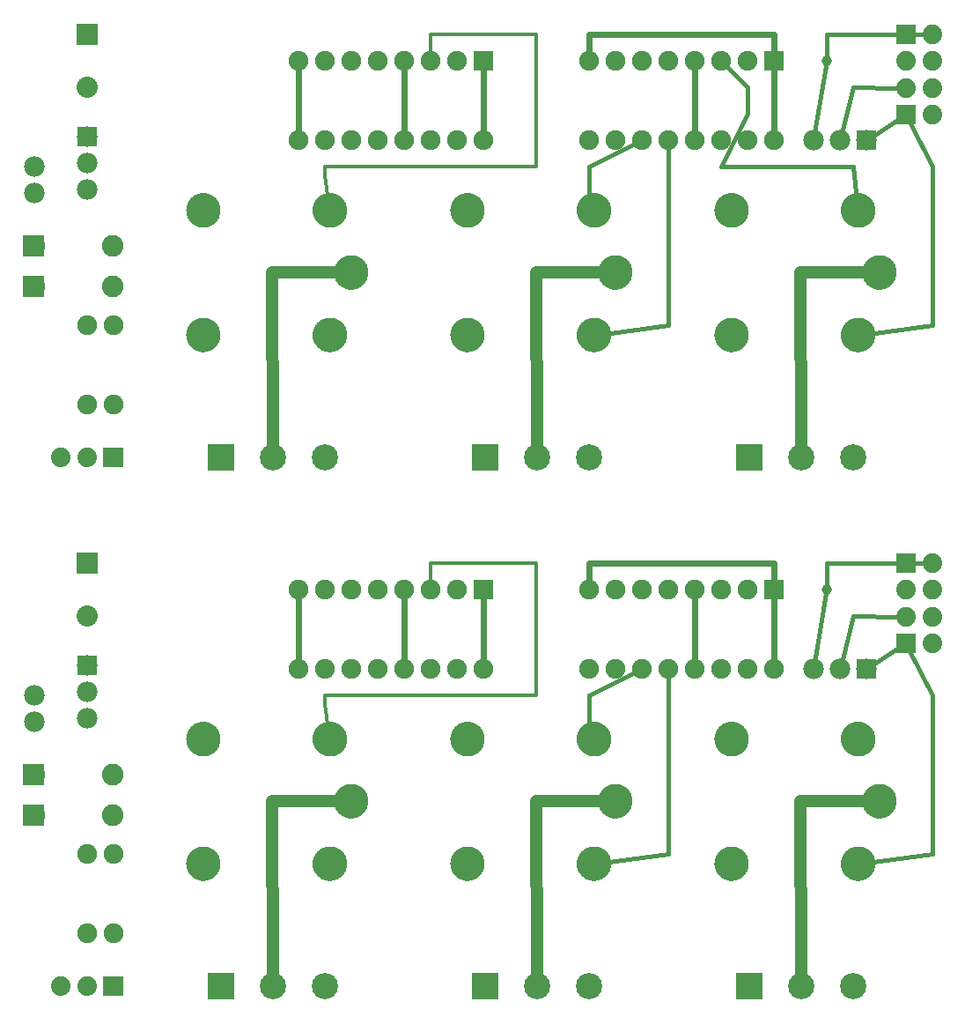
<source format=gbl>
G04 MADE WITH FRITZING*
G04 WWW.FRITZING.ORG*
G04 DOUBLE SIDED*
G04 HOLES PLATED*
G04 CONTOUR ON CENTER OF CONTOUR VECTOR*
%ASAXBY*%
%FSLAX23Y23*%
%MOIN*%
%OFA0B0*%
%SFA1.0B1.0*%
%ADD10C,0.074472*%
%ADD11C,0.075000*%
%ADD12C,0.129921*%
%ADD13C,0.099055*%
%ADD14C,0.080000*%
%ADD15C,0.074000*%
%ADD16C,0.082000*%
%ADD17C,0.078000*%
%ADD18C,0.039370*%
%ADD19R,0.074108X0.074472*%
%ADD20R,0.075000X0.075000*%
%ADD21R,0.099055X0.099055*%
%ADD22R,0.080000X0.080000*%
%ADD23R,0.082000X0.082000*%
%ADD24R,0.078000X0.078000*%
%ADD25C,0.024000*%
%ADD26C,0.048000*%
%ADD27C,0.012000*%
%ADD28C,0.016000*%
%ADD29R,0.001000X0.001000*%
%LNCOPPER0*%
G90*
G70*
G54D10*
X3455Y3506D03*
X3555Y3506D03*
X3455Y3606D03*
X3555Y3606D03*
X3455Y3707D03*
X3555Y3707D03*
X3455Y3808D03*
X3555Y3808D03*
X3455Y1506D03*
X3555Y1506D03*
X3455Y1606D03*
X3555Y1606D03*
X3455Y1707D03*
X3555Y1707D03*
X3455Y1808D03*
X3555Y1808D03*
G54D11*
X2955Y1707D03*
X2955Y1407D03*
X2855Y1707D03*
X2855Y1407D03*
X2755Y1707D03*
X2755Y1407D03*
X2655Y1707D03*
X2655Y1407D03*
X2555Y1707D03*
X2555Y1407D03*
X2455Y1707D03*
X2455Y1407D03*
X2355Y1707D03*
X2355Y1407D03*
X2255Y1707D03*
X2255Y1407D03*
X2955Y3707D03*
X2955Y3407D03*
X2855Y3707D03*
X2855Y3407D03*
X2755Y3707D03*
X2755Y3407D03*
X2655Y3707D03*
X2655Y3407D03*
X2555Y3707D03*
X2555Y3407D03*
X2455Y3707D03*
X2455Y3407D03*
X2355Y3707D03*
X2355Y3407D03*
X2255Y3707D03*
X2255Y3407D03*
X1855Y1707D03*
X1855Y1407D03*
X1755Y1707D03*
X1755Y1407D03*
X1655Y1707D03*
X1655Y1407D03*
X1555Y1707D03*
X1555Y1407D03*
X1455Y1707D03*
X1455Y1407D03*
X1355Y1707D03*
X1355Y1407D03*
X1255Y1707D03*
X1255Y1407D03*
X1155Y1707D03*
X1155Y1407D03*
X1855Y3707D03*
X1855Y3407D03*
X1755Y3707D03*
X1755Y3407D03*
X1655Y3707D03*
X1655Y3407D03*
X1555Y3707D03*
X1555Y3407D03*
X1455Y3707D03*
X1455Y3407D03*
X1355Y3707D03*
X1355Y3407D03*
X1255Y3707D03*
X1255Y3407D03*
X1155Y3707D03*
X1155Y3407D03*
G54D12*
X3355Y907D03*
X3275Y1143D03*
X2796Y1143D03*
X3275Y671D03*
X2796Y671D03*
X1355Y907D03*
X1275Y1143D03*
X796Y1143D03*
X1275Y671D03*
X796Y671D03*
X2355Y907D03*
X2275Y1143D03*
X1796Y1143D03*
X2275Y671D03*
X1796Y671D03*
X1355Y2907D03*
X1275Y3143D03*
X796Y3143D03*
X1275Y2671D03*
X796Y2671D03*
X2355Y2907D03*
X2275Y3143D03*
X1796Y3143D03*
X2275Y2671D03*
X1796Y2671D03*
X3355Y2907D03*
X3275Y3143D03*
X2796Y3143D03*
X3275Y2671D03*
X2796Y2671D03*
G54D13*
X2862Y207D03*
X3059Y207D03*
X3255Y207D03*
X1862Y207D03*
X2059Y207D03*
X2255Y207D03*
X862Y207D03*
X1059Y207D03*
X1255Y207D03*
X1862Y2207D03*
X2059Y2207D03*
X2255Y2207D03*
X862Y2207D03*
X1059Y2207D03*
X1255Y2207D03*
X2862Y2207D03*
X3059Y2207D03*
X3255Y2207D03*
G54D14*
X355Y1807D03*
X355Y1610D03*
X355Y3807D03*
X355Y3610D03*
G54D15*
X455Y2207D03*
X355Y2207D03*
X255Y2207D03*
X455Y207D03*
X355Y207D03*
X255Y207D03*
G54D11*
X355Y707D03*
X355Y407D03*
X455Y707D03*
X455Y407D03*
X455Y2707D03*
X455Y2407D03*
X355Y2707D03*
X355Y2407D03*
G54D16*
X155Y1007D03*
X453Y1007D03*
X155Y855D03*
X453Y855D03*
X155Y2855D03*
X453Y2855D03*
X155Y3007D03*
X453Y3007D03*
G54D17*
X355Y1422D03*
X355Y1322D03*
X355Y1222D03*
X355Y3422D03*
X355Y3322D03*
X355Y3222D03*
X155Y1307D03*
X155Y1207D03*
X155Y3307D03*
X155Y3207D03*
X3305Y3407D03*
X3205Y3407D03*
X3105Y3407D03*
X3305Y1407D03*
X3205Y1407D03*
X3105Y1407D03*
G54D18*
X3155Y1707D03*
X3155Y3707D03*
G54D19*
X3455Y3506D03*
X3455Y3808D03*
X3455Y1506D03*
X3455Y1808D03*
G54D20*
X2955Y1707D03*
X2955Y3707D03*
X1855Y1707D03*
X1855Y3707D03*
G54D21*
X2862Y207D03*
X1862Y207D03*
X862Y207D03*
X1862Y2207D03*
X862Y2207D03*
X2862Y2207D03*
G54D22*
X355Y1807D03*
X355Y3807D03*
G54D23*
X154Y1007D03*
X154Y855D03*
X154Y2855D03*
X154Y3007D03*
G54D24*
X355Y1422D03*
X355Y3422D03*
X3305Y3407D03*
X3305Y1407D03*
G54D25*
X1555Y3500D02*
X1555Y3436D01*
D02*
X1555Y1500D02*
X1555Y1436D01*
D02*
X1555Y1678D02*
X1555Y1500D01*
D02*
X1555Y3678D02*
X1555Y3500D01*
D02*
X1155Y1678D02*
X1155Y1436D01*
D02*
X1155Y3678D02*
X1155Y3436D01*
D02*
X1855Y3678D02*
X1855Y3436D01*
D02*
X1855Y1678D02*
X1855Y1436D01*
D02*
X2955Y1807D02*
X2255Y1807D01*
D02*
X2955Y3807D02*
X2255Y3807D01*
D02*
X2255Y3807D02*
X2255Y3736D01*
D02*
X2255Y1807D02*
X2255Y1736D01*
D02*
X2955Y1736D02*
X2955Y1807D01*
D02*
X2955Y3736D02*
X2955Y3807D01*
D02*
X2955Y1436D02*
X2955Y1678D01*
D02*
X2955Y3436D02*
X2955Y3678D01*
D02*
X2655Y3678D02*
X2655Y3436D01*
D02*
X2655Y1678D02*
X2655Y1436D01*
G54D26*
D02*
X3058Y259D02*
X3055Y907D01*
D02*
X3058Y2248D02*
X3055Y2907D01*
D02*
X3055Y907D02*
X3308Y907D01*
D02*
X3055Y2907D02*
X3319Y2907D01*
D02*
X2058Y259D02*
X2055Y907D01*
D02*
X2058Y2248D02*
X2055Y2907D01*
D02*
X2055Y907D02*
X2308Y907D01*
D02*
X2055Y2907D02*
X2319Y2907D01*
D02*
X1058Y2248D02*
X1055Y2907D01*
D02*
X1058Y259D02*
X1055Y907D01*
D02*
X1055Y907D02*
X1308Y907D01*
D02*
X1055Y2907D02*
X1319Y2907D01*
G54D27*
D02*
X1255Y3276D02*
X1255Y3307D01*
D02*
X1255Y1276D02*
X1255Y1307D01*
D02*
X1255Y1307D02*
X2055Y1307D01*
D02*
X1255Y3307D02*
X2055Y3307D01*
D02*
X1270Y1174D02*
X1255Y1276D01*
D02*
X1270Y3174D02*
X1255Y3276D01*
D02*
X2055Y3307D02*
X2055Y3807D01*
D02*
X2055Y1307D02*
X2055Y1807D01*
D02*
X2055Y1807D02*
X1655Y1807D01*
D02*
X2055Y3807D02*
X1655Y3807D01*
D02*
X1655Y1807D02*
X1655Y1730D01*
D02*
X1655Y3807D02*
X1655Y3730D01*
G54D28*
D02*
X2255Y1307D02*
X2435Y1397D01*
D02*
X2255Y3307D02*
X2435Y3397D01*
D02*
X2255Y1207D02*
X2255Y1307D01*
D02*
X2255Y3207D02*
X2255Y3307D01*
D02*
X2266Y3173D02*
X2255Y3207D01*
D02*
X2266Y1173D02*
X2255Y1207D01*
D02*
X2855Y3607D02*
X2755Y3707D01*
D02*
X2755Y3307D02*
X2855Y3507D01*
D02*
X2855Y3507D02*
X2855Y3607D01*
D02*
X3255Y3307D02*
X2755Y3307D01*
D02*
X3270Y3180D02*
X3255Y3307D01*
D02*
X3555Y707D02*
X3555Y1307D01*
D02*
X3555Y2707D02*
X3555Y3307D01*
D02*
X3555Y3307D02*
X3469Y3478D01*
D02*
X3555Y1307D02*
X3467Y1483D01*
D02*
X3306Y675D02*
X3555Y707D01*
D02*
X3311Y2675D02*
X3555Y2707D01*
D02*
X2555Y707D02*
X2555Y1384D01*
D02*
X2555Y2707D02*
X2555Y3378D01*
D02*
X2306Y675D02*
X2555Y707D01*
D02*
X2311Y2675D02*
X2555Y2707D01*
D02*
X3255Y1607D02*
X3211Y1431D01*
D02*
X3255Y3607D02*
X3213Y3436D01*
D02*
X3424Y3606D02*
X3255Y3607D01*
D02*
X3430Y1606D02*
X3255Y1607D01*
D02*
X3153Y1694D02*
X3109Y1431D01*
D02*
X3152Y3688D02*
X3110Y3437D01*
D02*
X3255Y1807D02*
X3155Y1807D01*
D02*
X3155Y1807D02*
X3155Y1720D01*
D02*
X3530Y1808D02*
X3255Y1807D01*
D02*
X3155Y3807D02*
X3155Y3726D01*
D02*
X3524Y3808D02*
X3255Y3807D01*
D02*
X3255Y3807D02*
X3155Y3807D01*
D02*
X3429Y3489D02*
X3331Y3424D01*
D02*
X3434Y1492D02*
X3326Y1421D01*
G54D29*
X788Y3208D02*
X804Y3208D01*
X1266Y3208D02*
X1282Y3208D01*
X1788Y3208D02*
X1804Y3208D01*
X2266Y3208D02*
X2282Y3208D01*
X2788Y3208D02*
X2803Y3208D01*
X3266Y3208D02*
X3282Y3208D01*
X782Y3207D02*
X809Y3207D01*
X1261Y3207D02*
X1288Y3207D01*
X1782Y3207D02*
X1809Y3207D01*
X2261Y3207D02*
X2288Y3207D01*
X2782Y3207D02*
X2809Y3207D01*
X3260Y3207D02*
X3288Y3207D01*
X778Y3206D02*
X813Y3206D01*
X1257Y3206D02*
X1292Y3206D01*
X1778Y3206D02*
X1813Y3206D01*
X2257Y3206D02*
X2292Y3206D01*
X2778Y3206D02*
X2813Y3206D01*
X3257Y3206D02*
X3291Y3206D01*
X775Y3205D02*
X816Y3205D01*
X1253Y3205D02*
X1295Y3205D01*
X1775Y3205D02*
X1816Y3205D01*
X2253Y3205D02*
X2295Y3205D01*
X2775Y3205D02*
X2816Y3205D01*
X3253Y3205D02*
X3295Y3205D01*
X772Y3204D02*
X819Y3204D01*
X1251Y3204D02*
X1298Y3204D01*
X1772Y3204D02*
X1819Y3204D01*
X2251Y3204D02*
X2298Y3204D01*
X2772Y3204D02*
X2819Y3204D01*
X3251Y3204D02*
X3298Y3204D01*
X770Y3203D02*
X822Y3203D01*
X1248Y3203D02*
X1300Y3203D01*
X1770Y3203D02*
X1822Y3203D01*
X2248Y3203D02*
X2300Y3203D01*
X2770Y3203D02*
X2822Y3203D01*
X3248Y3203D02*
X3300Y3203D01*
X768Y3202D02*
X824Y3202D01*
X1246Y3202D02*
X1302Y3202D01*
X1768Y3202D02*
X1824Y3202D01*
X2246Y3202D02*
X2302Y3202D01*
X2768Y3202D02*
X2824Y3202D01*
X3246Y3202D02*
X3302Y3202D01*
X766Y3201D02*
X826Y3201D01*
X1244Y3201D02*
X1304Y3201D01*
X1766Y3201D02*
X1826Y3201D01*
X2244Y3201D02*
X2304Y3201D01*
X2766Y3201D02*
X2826Y3201D01*
X3244Y3201D02*
X3304Y3201D01*
X764Y3200D02*
X827Y3200D01*
X1242Y3200D02*
X1306Y3200D01*
X1764Y3200D02*
X1827Y3200D01*
X2242Y3200D02*
X2306Y3200D01*
X2764Y3200D02*
X2827Y3200D01*
X3242Y3200D02*
X3306Y3200D01*
X762Y3199D02*
X829Y3199D01*
X1241Y3199D02*
X1307Y3199D01*
X1762Y3199D02*
X1829Y3199D01*
X2241Y3199D02*
X2307Y3199D01*
X2762Y3199D02*
X2829Y3199D01*
X3241Y3199D02*
X3307Y3199D01*
X761Y3198D02*
X831Y3198D01*
X1239Y3198D02*
X1309Y3198D01*
X1761Y3198D02*
X1831Y3198D01*
X2239Y3198D02*
X2309Y3198D01*
X2761Y3198D02*
X2831Y3198D01*
X3239Y3198D02*
X3309Y3198D01*
X759Y3197D02*
X832Y3197D01*
X1238Y3197D02*
X1311Y3197D01*
X1759Y3197D02*
X1832Y3197D01*
X2238Y3197D02*
X2310Y3197D01*
X2759Y3197D02*
X2832Y3197D01*
X3238Y3197D02*
X3310Y3197D01*
X758Y3196D02*
X834Y3196D01*
X1236Y3196D02*
X1312Y3196D01*
X1758Y3196D02*
X1834Y3196D01*
X2236Y3196D02*
X2312Y3196D01*
X2758Y3196D02*
X2833Y3196D01*
X3236Y3196D02*
X3312Y3196D01*
X757Y3195D02*
X835Y3195D01*
X1235Y3195D02*
X1313Y3195D01*
X1757Y3195D02*
X1835Y3195D01*
X2235Y3195D02*
X2313Y3195D01*
X2757Y3195D02*
X2835Y3195D01*
X3235Y3195D02*
X3313Y3195D01*
X755Y3194D02*
X836Y3194D01*
X1234Y3194D02*
X1315Y3194D01*
X1755Y3194D02*
X1836Y3194D01*
X2234Y3194D02*
X2315Y3194D01*
X2755Y3194D02*
X2836Y3194D01*
X3234Y3194D02*
X3314Y3194D01*
X754Y3193D02*
X837Y3193D01*
X1232Y3193D02*
X1316Y3193D01*
X1754Y3193D02*
X1837Y3193D01*
X2232Y3193D02*
X2316Y3193D01*
X2754Y3193D02*
X2837Y3193D01*
X3232Y3193D02*
X3316Y3193D01*
X753Y3192D02*
X839Y3192D01*
X1231Y3192D02*
X1317Y3192D01*
X1753Y3192D02*
X1839Y3192D01*
X2231Y3192D02*
X2317Y3192D01*
X2753Y3192D02*
X2838Y3192D01*
X3231Y3192D02*
X3317Y3192D01*
X752Y3191D02*
X840Y3191D01*
X1230Y3191D02*
X1318Y3191D01*
X1752Y3191D02*
X1840Y3191D01*
X2230Y3191D02*
X2318Y3191D01*
X2752Y3191D02*
X2840Y3191D01*
X3230Y3191D02*
X3318Y3191D01*
X751Y3190D02*
X841Y3190D01*
X1229Y3190D02*
X1319Y3190D01*
X1751Y3190D02*
X1841Y3190D01*
X2229Y3190D02*
X2319Y3190D01*
X2751Y3190D02*
X2841Y3190D01*
X3229Y3190D02*
X3319Y3190D01*
X750Y3189D02*
X842Y3189D01*
X1228Y3189D02*
X1320Y3189D01*
X1750Y3189D02*
X1842Y3189D01*
X2228Y3189D02*
X2320Y3189D01*
X2750Y3189D02*
X2842Y3189D01*
X3228Y3189D02*
X3320Y3189D01*
X749Y3188D02*
X843Y3188D01*
X1227Y3188D02*
X1321Y3188D01*
X1749Y3188D02*
X1843Y3188D01*
X2227Y3188D02*
X2321Y3188D01*
X2749Y3188D02*
X2843Y3188D01*
X3227Y3188D02*
X3321Y3188D01*
X748Y3187D02*
X844Y3187D01*
X1226Y3187D02*
X1322Y3187D01*
X1748Y3187D02*
X1844Y3187D01*
X2226Y3187D02*
X2322Y3187D01*
X2748Y3187D02*
X2843Y3187D01*
X3226Y3187D02*
X3322Y3187D01*
X747Y3186D02*
X844Y3186D01*
X1225Y3186D02*
X1323Y3186D01*
X1747Y3186D02*
X1844Y3186D01*
X2225Y3186D02*
X2323Y3186D01*
X2747Y3186D02*
X2844Y3186D01*
X3225Y3186D02*
X3323Y3186D01*
X746Y3185D02*
X845Y3185D01*
X1225Y3185D02*
X1324Y3185D01*
X1746Y3185D02*
X1845Y3185D01*
X2225Y3185D02*
X2324Y3185D01*
X2746Y3185D02*
X2845Y3185D01*
X3224Y3185D02*
X3324Y3185D01*
X745Y3184D02*
X846Y3184D01*
X1224Y3184D02*
X1324Y3184D01*
X1745Y3184D02*
X1846Y3184D01*
X2224Y3184D02*
X2324Y3184D01*
X2745Y3184D02*
X2846Y3184D01*
X3224Y3184D02*
X3324Y3184D01*
X745Y3183D02*
X847Y3183D01*
X1223Y3183D02*
X1325Y3183D01*
X1745Y3183D02*
X1847Y3183D01*
X2223Y3183D02*
X2325Y3183D01*
X2745Y3183D02*
X2847Y3183D01*
X3223Y3183D02*
X3325Y3183D01*
X744Y3182D02*
X848Y3182D01*
X1222Y3182D02*
X1326Y3182D01*
X1744Y3182D02*
X1847Y3182D01*
X2222Y3182D02*
X2326Y3182D01*
X2744Y3182D02*
X2847Y3182D01*
X3222Y3182D02*
X3326Y3182D01*
X743Y3181D02*
X848Y3181D01*
X1222Y3181D02*
X1327Y3181D01*
X1743Y3181D02*
X1848Y3181D01*
X2222Y3181D02*
X2327Y3181D01*
X2743Y3181D02*
X2848Y3181D01*
X3221Y3181D02*
X3327Y3181D01*
X743Y3180D02*
X849Y3180D01*
X1221Y3180D02*
X1327Y3180D01*
X1742Y3180D02*
X1849Y3180D01*
X2221Y3180D02*
X2327Y3180D01*
X2742Y3180D02*
X2849Y3180D01*
X3221Y3180D02*
X3327Y3180D01*
X742Y3179D02*
X850Y3179D01*
X1220Y3179D02*
X1328Y3179D01*
X1742Y3179D02*
X1850Y3179D01*
X2220Y3179D02*
X2328Y3179D01*
X2742Y3179D02*
X2850Y3179D01*
X3220Y3179D02*
X3328Y3179D01*
X741Y3178D02*
X850Y3178D01*
X1220Y3178D02*
X1329Y3178D01*
X1741Y3178D02*
X1850Y3178D01*
X2220Y3178D02*
X2329Y3178D01*
X2741Y3178D02*
X2850Y3178D01*
X3220Y3178D02*
X3328Y3178D01*
X741Y3177D02*
X851Y3177D01*
X1219Y3177D02*
X1329Y3177D01*
X1741Y3177D02*
X1851Y3177D01*
X2219Y3177D02*
X2329Y3177D01*
X2741Y3177D02*
X2851Y3177D01*
X3219Y3177D02*
X3329Y3177D01*
X740Y3176D02*
X851Y3176D01*
X1218Y3176D02*
X1330Y3176D01*
X1740Y3176D02*
X1851Y3176D01*
X2218Y3176D02*
X2330Y3176D01*
X2740Y3176D02*
X2851Y3176D01*
X3218Y3176D02*
X3330Y3176D01*
X739Y3175D02*
X852Y3175D01*
X1218Y3175D02*
X1330Y3175D01*
X1739Y3175D02*
X1852Y3175D01*
X2218Y3175D02*
X2330Y3175D01*
X2739Y3175D02*
X2852Y3175D01*
X3218Y3175D02*
X3330Y3175D01*
X739Y3174D02*
X853Y3174D01*
X1217Y3174D02*
X1331Y3174D01*
X1739Y3174D02*
X1853Y3174D01*
X2217Y3174D02*
X2331Y3174D01*
X2739Y3174D02*
X2853Y3174D01*
X3217Y3174D02*
X3331Y3174D01*
X738Y3173D02*
X853Y3173D01*
X1217Y3173D02*
X1331Y3173D01*
X1738Y3173D02*
X1853Y3173D01*
X2217Y3173D02*
X2331Y3173D01*
X2738Y3173D02*
X2853Y3173D01*
X3217Y3173D02*
X3331Y3173D01*
X738Y3172D02*
X854Y3172D01*
X1216Y3172D02*
X1332Y3172D01*
X1738Y3172D02*
X1854Y3172D01*
X2216Y3172D02*
X2332Y3172D01*
X2738Y3172D02*
X2854Y3172D01*
X3216Y3172D02*
X3332Y3172D01*
X737Y3171D02*
X854Y3171D01*
X1216Y3171D02*
X1332Y3171D01*
X1737Y3171D02*
X1854Y3171D01*
X2216Y3171D02*
X2332Y3171D01*
X2737Y3171D02*
X2854Y3171D01*
X3216Y3171D02*
X3332Y3171D01*
X737Y3170D02*
X855Y3170D01*
X1215Y3170D02*
X1333Y3170D01*
X1737Y3170D02*
X1855Y3170D01*
X2215Y3170D02*
X2333Y3170D01*
X2737Y3170D02*
X2855Y3170D01*
X3215Y3170D02*
X3333Y3170D01*
X736Y3169D02*
X791Y3169D01*
X801Y3169D02*
X855Y3169D01*
X1215Y3169D02*
X1269Y3169D01*
X1279Y3169D02*
X1333Y3169D01*
X1736Y3169D02*
X1791Y3169D01*
X1801Y3169D02*
X1855Y3169D01*
X2215Y3169D02*
X2269Y3169D01*
X2279Y3169D02*
X2333Y3169D01*
X2736Y3169D02*
X2791Y3169D01*
X2801Y3169D02*
X2855Y3169D01*
X3215Y3169D02*
X3269Y3169D01*
X3279Y3169D02*
X3333Y3169D01*
X736Y3168D02*
X787Y3168D01*
X804Y3168D02*
X855Y3168D01*
X1214Y3168D02*
X1265Y3168D01*
X1283Y3168D02*
X1334Y3168D01*
X1736Y3168D02*
X1787Y3168D01*
X1804Y3168D02*
X1855Y3168D01*
X2214Y3168D02*
X2265Y3168D01*
X2283Y3168D02*
X2334Y3168D01*
X2736Y3168D02*
X2787Y3168D01*
X2804Y3168D02*
X2855Y3168D01*
X3214Y3168D02*
X3265Y3168D01*
X3283Y3168D02*
X3334Y3168D01*
X736Y3167D02*
X785Y3167D01*
X807Y3167D02*
X856Y3167D01*
X1214Y3167D02*
X1263Y3167D01*
X1285Y3167D02*
X1334Y3167D01*
X1736Y3167D02*
X1785Y3167D01*
X1807Y3167D02*
X1856Y3167D01*
X2214Y3167D02*
X2263Y3167D01*
X2285Y3167D02*
X2334Y3167D01*
X2736Y3167D02*
X2785Y3167D01*
X2807Y3167D02*
X2856Y3167D01*
X3214Y3167D02*
X3263Y3167D01*
X3285Y3167D02*
X3334Y3167D01*
X735Y3166D02*
X783Y3166D01*
X809Y3166D02*
X856Y3166D01*
X1214Y3166D02*
X1261Y3166D01*
X1287Y3166D02*
X1335Y3166D01*
X1735Y3166D02*
X1783Y3166D01*
X1809Y3166D02*
X1856Y3166D01*
X2214Y3166D02*
X2261Y3166D01*
X2287Y3166D02*
X2334Y3166D01*
X2735Y3166D02*
X2783Y3166D01*
X2809Y3166D02*
X2856Y3166D01*
X3214Y3166D02*
X3261Y3166D01*
X3287Y3166D02*
X3334Y3166D01*
X735Y3165D02*
X781Y3165D01*
X811Y3165D02*
X857Y3165D01*
X1213Y3165D02*
X1259Y3165D01*
X1289Y3165D02*
X1335Y3165D01*
X1735Y3165D02*
X1781Y3165D01*
X1811Y3165D02*
X1856Y3165D01*
X2213Y3165D02*
X2259Y3165D01*
X2289Y3165D02*
X2335Y3165D01*
X2735Y3165D02*
X2781Y3165D01*
X2811Y3165D02*
X2856Y3165D01*
X3213Y3165D02*
X3259Y3165D01*
X3289Y3165D02*
X3335Y3165D01*
X735Y3164D02*
X780Y3164D01*
X812Y3164D02*
X857Y3164D01*
X1213Y3164D02*
X1258Y3164D01*
X1290Y3164D02*
X1335Y3164D01*
X1735Y3164D02*
X1780Y3164D01*
X1812Y3164D02*
X1857Y3164D01*
X2213Y3164D02*
X2258Y3164D01*
X2290Y3164D02*
X2335Y3164D01*
X2735Y3164D02*
X2780Y3164D01*
X2812Y3164D02*
X2857Y3164D01*
X3213Y3164D02*
X3258Y3164D01*
X3290Y3164D02*
X3335Y3164D01*
X734Y3163D02*
X779Y3163D01*
X813Y3163D02*
X857Y3163D01*
X1213Y3163D02*
X1257Y3163D01*
X1291Y3163D02*
X1336Y3163D01*
X1734Y3163D02*
X1779Y3163D01*
X1813Y3163D02*
X1857Y3163D01*
X2213Y3163D02*
X2257Y3163D01*
X2291Y3163D02*
X2336Y3163D01*
X2734Y3163D02*
X2778Y3163D01*
X2813Y3163D02*
X2857Y3163D01*
X3213Y3163D02*
X3257Y3163D01*
X3291Y3163D02*
X3335Y3163D01*
X734Y3162D02*
X777Y3162D01*
X814Y3162D02*
X857Y3162D01*
X1212Y3162D02*
X1256Y3162D01*
X1292Y3162D02*
X1336Y3162D01*
X1734Y3162D02*
X1777Y3162D01*
X1814Y3162D02*
X1857Y3162D01*
X2212Y3162D02*
X2256Y3162D01*
X2292Y3162D02*
X2336Y3162D01*
X2734Y3162D02*
X2777Y3162D01*
X2814Y3162D02*
X2857Y3162D01*
X3212Y3162D02*
X3256Y3162D01*
X3292Y3162D02*
X3336Y3162D01*
X734Y3161D02*
X776Y3161D01*
X815Y3161D02*
X858Y3161D01*
X1212Y3161D02*
X1255Y3161D01*
X1293Y3161D02*
X1336Y3161D01*
X1734Y3161D02*
X1776Y3161D01*
X1815Y3161D02*
X1858Y3161D01*
X2212Y3161D02*
X2255Y3161D01*
X2293Y3161D02*
X2336Y3161D01*
X2734Y3161D02*
X2776Y3161D01*
X2815Y3161D02*
X2858Y3161D01*
X3212Y3161D02*
X3255Y3161D01*
X3293Y3161D02*
X3336Y3161D01*
X734Y3160D02*
X776Y3160D01*
X816Y3160D02*
X858Y3160D01*
X1212Y3160D02*
X1254Y3160D01*
X1294Y3160D02*
X1336Y3160D01*
X1734Y3160D02*
X1776Y3160D01*
X1816Y3160D02*
X1858Y3160D01*
X2212Y3160D02*
X2254Y3160D01*
X2294Y3160D02*
X2336Y3160D01*
X2733Y3160D02*
X2776Y3160D01*
X2816Y3160D02*
X2858Y3160D01*
X3212Y3160D02*
X3254Y3160D01*
X3294Y3160D02*
X3336Y3160D01*
X733Y3159D02*
X775Y3159D01*
X817Y3159D02*
X858Y3159D01*
X1212Y3159D02*
X1253Y3159D01*
X1295Y3159D02*
X1337Y3159D01*
X1733Y3159D02*
X1775Y3159D01*
X1817Y3159D02*
X1858Y3159D01*
X2212Y3159D02*
X2253Y3159D01*
X2295Y3159D02*
X2337Y3159D01*
X2733Y3159D02*
X2775Y3159D01*
X2817Y3159D02*
X2858Y3159D01*
X3212Y3159D02*
X3253Y3159D01*
X3295Y3159D02*
X3336Y3159D01*
X733Y3158D02*
X774Y3158D01*
X818Y3158D02*
X858Y3158D01*
X1211Y3158D02*
X1252Y3158D01*
X1296Y3158D02*
X1337Y3158D01*
X1733Y3158D02*
X1774Y3158D01*
X1818Y3158D02*
X1858Y3158D01*
X2211Y3158D02*
X2252Y3158D01*
X2296Y3158D02*
X2337Y3158D01*
X2733Y3158D02*
X2774Y3158D01*
X2817Y3158D02*
X2858Y3158D01*
X3211Y3158D02*
X3252Y3158D01*
X3296Y3158D02*
X3337Y3158D01*
X733Y3157D02*
X773Y3157D01*
X818Y3157D02*
X859Y3157D01*
X1211Y3157D02*
X1252Y3157D01*
X1296Y3157D02*
X1337Y3157D01*
X1733Y3157D02*
X1773Y3157D01*
X1818Y3157D02*
X1859Y3157D01*
X2211Y3157D02*
X2252Y3157D01*
X2296Y3157D02*
X2337Y3157D01*
X2733Y3157D02*
X2773Y3157D01*
X2818Y3157D02*
X2859Y3157D01*
X3211Y3157D02*
X3252Y3157D01*
X3296Y3157D02*
X3337Y3157D01*
X733Y3156D02*
X773Y3156D01*
X819Y3156D02*
X859Y3156D01*
X1211Y3156D02*
X1251Y3156D01*
X1297Y3156D02*
X1337Y3156D01*
X1733Y3156D02*
X1773Y3156D01*
X1819Y3156D02*
X1859Y3156D01*
X2211Y3156D02*
X2251Y3156D01*
X2297Y3156D02*
X2337Y3156D01*
X2733Y3156D02*
X2773Y3156D01*
X2819Y3156D02*
X2859Y3156D01*
X3211Y3156D02*
X3251Y3156D01*
X3297Y3156D02*
X3337Y3156D01*
X732Y3155D02*
X772Y3155D01*
X819Y3155D02*
X859Y3155D01*
X1211Y3155D02*
X1251Y3155D01*
X1297Y3155D02*
X1337Y3155D01*
X1732Y3155D02*
X1772Y3155D01*
X1819Y3155D02*
X1859Y3155D01*
X2211Y3155D02*
X2251Y3155D01*
X2297Y3155D02*
X2337Y3155D01*
X2732Y3155D02*
X2772Y3155D01*
X2819Y3155D02*
X2859Y3155D01*
X3211Y3155D02*
X3251Y3155D01*
X3297Y3155D02*
X3337Y3155D01*
X732Y3154D02*
X772Y3154D01*
X820Y3154D02*
X859Y3154D01*
X1211Y3154D02*
X1250Y3154D01*
X1298Y3154D02*
X1338Y3154D01*
X1732Y3154D02*
X1772Y3154D01*
X1820Y3154D02*
X1859Y3154D01*
X2211Y3154D02*
X2250Y3154D01*
X2298Y3154D02*
X2338Y3154D01*
X2732Y3154D02*
X2772Y3154D01*
X2820Y3154D02*
X2859Y3154D01*
X3211Y3154D02*
X3250Y3154D01*
X3298Y3154D02*
X3337Y3154D01*
X732Y3153D02*
X771Y3153D01*
X820Y3153D02*
X859Y3153D01*
X1210Y3153D02*
X1250Y3153D01*
X1298Y3153D02*
X1338Y3153D01*
X1732Y3153D02*
X1771Y3153D01*
X1820Y3153D02*
X1859Y3153D01*
X2210Y3153D02*
X2250Y3153D01*
X2298Y3153D02*
X2338Y3153D01*
X2732Y3153D02*
X2771Y3153D01*
X2820Y3153D02*
X2859Y3153D01*
X3210Y3153D02*
X3250Y3153D01*
X3298Y3153D02*
X3338Y3153D01*
X732Y3152D02*
X771Y3152D01*
X821Y3152D02*
X860Y3152D01*
X1210Y3152D02*
X1249Y3152D01*
X1299Y3152D02*
X1338Y3152D01*
X1732Y3152D02*
X1771Y3152D01*
X1820Y3152D02*
X1860Y3152D01*
X2210Y3152D02*
X2249Y3152D01*
X2299Y3152D02*
X2338Y3152D01*
X2732Y3152D02*
X2771Y3152D01*
X2820Y3152D02*
X2859Y3152D01*
X3210Y3152D02*
X3249Y3152D01*
X3299Y3152D02*
X3338Y3152D01*
X732Y3151D02*
X771Y3151D01*
X821Y3151D02*
X860Y3151D01*
X1210Y3151D02*
X1249Y3151D01*
X1299Y3151D02*
X1338Y3151D01*
X1732Y3151D02*
X1771Y3151D01*
X1821Y3151D02*
X1860Y3151D01*
X2210Y3151D02*
X2249Y3151D01*
X2299Y3151D02*
X2338Y3151D01*
X2732Y3151D02*
X2771Y3151D01*
X2821Y3151D02*
X2860Y3151D01*
X3210Y3151D02*
X3249Y3151D01*
X3299Y3151D02*
X3338Y3151D01*
X732Y3150D02*
X770Y3150D01*
X821Y3150D02*
X860Y3150D01*
X1210Y3150D02*
X1249Y3150D01*
X1299Y3150D02*
X1338Y3150D01*
X1732Y3150D02*
X1770Y3150D01*
X1821Y3150D02*
X1860Y3150D01*
X2210Y3150D02*
X2249Y3150D01*
X2299Y3150D02*
X2338Y3150D01*
X2732Y3150D02*
X2770Y3150D01*
X2821Y3150D02*
X2860Y3150D01*
X3210Y3150D02*
X3249Y3150D01*
X3299Y3150D02*
X3338Y3150D01*
X732Y3149D02*
X770Y3149D01*
X821Y3149D02*
X860Y3149D01*
X1210Y3149D02*
X1248Y3149D01*
X1300Y3149D02*
X1338Y3149D01*
X1732Y3149D02*
X1770Y3149D01*
X1821Y3149D02*
X1860Y3149D01*
X2210Y3149D02*
X2248Y3149D01*
X2300Y3149D02*
X2338Y3149D01*
X2732Y3149D02*
X2770Y3149D01*
X2821Y3149D02*
X2860Y3149D01*
X3210Y3149D02*
X3248Y3149D01*
X3300Y3149D02*
X3338Y3149D01*
X732Y3148D02*
X770Y3148D01*
X822Y3148D02*
X860Y3148D01*
X1210Y3148D02*
X1248Y3148D01*
X1300Y3148D02*
X1338Y3148D01*
X1732Y3148D02*
X1770Y3148D01*
X1822Y3148D02*
X1860Y3148D01*
X2210Y3148D02*
X2248Y3148D01*
X2300Y3148D02*
X2338Y3148D01*
X2731Y3148D02*
X2770Y3148D01*
X2821Y3148D02*
X2860Y3148D01*
X3210Y3148D02*
X3248Y3148D01*
X3300Y3148D02*
X3338Y3148D01*
X732Y3147D02*
X770Y3147D01*
X822Y3147D02*
X860Y3147D01*
X1210Y3147D02*
X1248Y3147D01*
X1300Y3147D02*
X1338Y3147D01*
X1731Y3147D02*
X1770Y3147D01*
X1822Y3147D02*
X1860Y3147D01*
X2210Y3147D02*
X2248Y3147D01*
X2300Y3147D02*
X2338Y3147D01*
X2731Y3147D02*
X2770Y3147D01*
X2822Y3147D02*
X2860Y3147D01*
X3210Y3147D02*
X3248Y3147D01*
X3300Y3147D02*
X3338Y3147D01*
X731Y3146D02*
X770Y3146D01*
X822Y3146D02*
X860Y3146D01*
X1210Y3146D02*
X1248Y3146D01*
X1300Y3146D02*
X1338Y3146D01*
X1731Y3146D02*
X1770Y3146D01*
X1822Y3146D02*
X1860Y3146D01*
X2210Y3146D02*
X2248Y3146D01*
X2300Y3146D02*
X2338Y3146D01*
X2731Y3146D02*
X2770Y3146D01*
X2822Y3146D02*
X2860Y3146D01*
X3210Y3146D02*
X3248Y3146D01*
X3300Y3146D02*
X3338Y3146D01*
X731Y3145D02*
X770Y3145D01*
X822Y3145D02*
X860Y3145D01*
X1210Y3145D02*
X1248Y3145D01*
X1300Y3145D02*
X1338Y3145D01*
X1731Y3145D02*
X1770Y3145D01*
X1822Y3145D02*
X1860Y3145D01*
X2210Y3145D02*
X2248Y3145D01*
X2300Y3145D02*
X2338Y3145D01*
X2731Y3145D02*
X2770Y3145D01*
X2822Y3145D02*
X2860Y3145D01*
X3210Y3145D02*
X3248Y3145D01*
X3300Y3145D02*
X3338Y3145D01*
X731Y3144D02*
X770Y3144D01*
X822Y3144D02*
X860Y3144D01*
X1210Y3144D02*
X1248Y3144D01*
X1300Y3144D02*
X1339Y3144D01*
X1731Y3144D02*
X1770Y3144D01*
X1822Y3144D02*
X1860Y3144D01*
X2210Y3144D02*
X2248Y3144D01*
X2300Y3144D02*
X2338Y3144D01*
X2731Y3144D02*
X2770Y3144D01*
X2822Y3144D02*
X2860Y3144D01*
X3210Y3144D02*
X3248Y3144D01*
X3300Y3144D02*
X3338Y3144D01*
X731Y3143D02*
X770Y3143D01*
X822Y3143D02*
X860Y3143D01*
X1210Y3143D02*
X1248Y3143D01*
X1300Y3143D02*
X1338Y3143D01*
X1731Y3143D02*
X1770Y3143D01*
X1822Y3143D02*
X1860Y3143D01*
X2210Y3143D02*
X2248Y3143D01*
X2300Y3143D02*
X2338Y3143D01*
X2731Y3143D02*
X2770Y3143D01*
X2822Y3143D02*
X2860Y3143D01*
X3210Y3143D02*
X3248Y3143D01*
X3300Y3143D02*
X3338Y3143D01*
X731Y3142D02*
X770Y3142D01*
X822Y3142D02*
X860Y3142D01*
X1210Y3142D02*
X1248Y3142D01*
X1300Y3142D02*
X1338Y3142D01*
X1731Y3142D02*
X1770Y3142D01*
X1822Y3142D02*
X1860Y3142D01*
X2210Y3142D02*
X2248Y3142D01*
X2300Y3142D02*
X2338Y3142D01*
X2731Y3142D02*
X2770Y3142D01*
X2822Y3142D02*
X2860Y3142D01*
X3210Y3142D02*
X3248Y3142D01*
X3300Y3142D02*
X3338Y3142D01*
X731Y3141D02*
X770Y3141D01*
X822Y3141D02*
X860Y3141D01*
X1210Y3141D02*
X1248Y3141D01*
X1300Y3141D02*
X1338Y3141D01*
X1731Y3141D02*
X1770Y3141D01*
X1822Y3141D02*
X1860Y3141D01*
X2210Y3141D02*
X2248Y3141D01*
X2300Y3141D02*
X2338Y3141D01*
X2731Y3141D02*
X2770Y3141D01*
X2822Y3141D02*
X2860Y3141D01*
X3210Y3141D02*
X3248Y3141D01*
X3300Y3141D02*
X3338Y3141D01*
X732Y3140D02*
X770Y3140D01*
X822Y3140D02*
X860Y3140D01*
X1210Y3140D02*
X1248Y3140D01*
X1300Y3140D02*
X1338Y3140D01*
X1731Y3140D02*
X1770Y3140D01*
X1822Y3140D02*
X1860Y3140D01*
X2210Y3140D02*
X2248Y3140D01*
X2300Y3140D02*
X2338Y3140D01*
X2731Y3140D02*
X2770Y3140D01*
X2822Y3140D02*
X2860Y3140D01*
X3210Y3140D02*
X3248Y3140D01*
X3300Y3140D02*
X3338Y3140D01*
X732Y3139D02*
X770Y3139D01*
X822Y3139D02*
X860Y3139D01*
X1210Y3139D02*
X1248Y3139D01*
X1300Y3139D02*
X1338Y3139D01*
X1732Y3139D02*
X1770Y3139D01*
X1821Y3139D02*
X1860Y3139D01*
X2210Y3139D02*
X2248Y3139D01*
X2300Y3139D02*
X2338Y3139D01*
X2731Y3139D02*
X2770Y3139D01*
X2821Y3139D02*
X2860Y3139D01*
X3210Y3139D02*
X3248Y3139D01*
X3300Y3139D02*
X3338Y3139D01*
X732Y3138D02*
X770Y3138D01*
X821Y3138D02*
X860Y3138D01*
X1210Y3138D02*
X1249Y3138D01*
X1300Y3138D02*
X1338Y3138D01*
X1732Y3138D02*
X1770Y3138D01*
X1821Y3138D02*
X1860Y3138D01*
X2210Y3138D02*
X2249Y3138D01*
X2300Y3138D02*
X2338Y3138D01*
X2732Y3138D02*
X2770Y3138D01*
X2821Y3138D02*
X2860Y3138D01*
X3210Y3138D02*
X3248Y3138D01*
X3300Y3138D02*
X3338Y3138D01*
X732Y3137D02*
X770Y3137D01*
X821Y3137D02*
X860Y3137D01*
X1210Y3137D02*
X1249Y3137D01*
X1299Y3137D02*
X1338Y3137D01*
X1732Y3137D02*
X1770Y3137D01*
X1821Y3137D02*
X1860Y3137D01*
X2210Y3137D02*
X2249Y3137D01*
X2299Y3137D02*
X2338Y3137D01*
X2732Y3137D02*
X2770Y3137D01*
X2821Y3137D02*
X2860Y3137D01*
X3210Y3137D02*
X3249Y3137D01*
X3299Y3137D02*
X3338Y3137D01*
X732Y3136D02*
X771Y3136D01*
X821Y3136D02*
X860Y3136D01*
X1210Y3136D02*
X1249Y3136D01*
X1299Y3136D02*
X1338Y3136D01*
X1732Y3136D02*
X1771Y3136D01*
X1821Y3136D02*
X1860Y3136D01*
X2210Y3136D02*
X2249Y3136D01*
X2299Y3136D02*
X2338Y3136D01*
X2732Y3136D02*
X2771Y3136D01*
X2821Y3136D02*
X2860Y3136D01*
X3210Y3136D02*
X3249Y3136D01*
X3299Y3136D02*
X3338Y3136D01*
X732Y3135D02*
X771Y3135D01*
X820Y3135D02*
X859Y3135D01*
X1210Y3135D02*
X1250Y3135D01*
X1299Y3135D02*
X1338Y3135D01*
X1732Y3135D02*
X1771Y3135D01*
X1820Y3135D02*
X1859Y3135D01*
X2210Y3135D02*
X2249Y3135D01*
X2299Y3135D02*
X2338Y3135D01*
X2732Y3135D02*
X2771Y3135D01*
X2820Y3135D02*
X2859Y3135D01*
X3210Y3135D02*
X3249Y3135D01*
X3299Y3135D02*
X3338Y3135D01*
X732Y3134D02*
X772Y3134D01*
X820Y3134D02*
X859Y3134D01*
X1211Y3134D02*
X1250Y3134D01*
X1298Y3134D02*
X1338Y3134D01*
X1732Y3134D02*
X1772Y3134D01*
X1820Y3134D02*
X1859Y3134D01*
X2210Y3134D02*
X2250Y3134D01*
X2298Y3134D02*
X2338Y3134D01*
X2732Y3134D02*
X2771Y3134D01*
X2820Y3134D02*
X2859Y3134D01*
X3210Y3134D02*
X3250Y3134D01*
X3298Y3134D02*
X3338Y3134D01*
X732Y3133D02*
X772Y3133D01*
X819Y3133D02*
X859Y3133D01*
X1211Y3133D02*
X1250Y3133D01*
X1298Y3133D02*
X1337Y3133D01*
X1732Y3133D02*
X1772Y3133D01*
X1819Y3133D02*
X1859Y3133D01*
X2211Y3133D02*
X2250Y3133D01*
X2298Y3133D02*
X2337Y3133D01*
X2732Y3133D02*
X2772Y3133D01*
X2819Y3133D02*
X2859Y3133D01*
X3211Y3133D02*
X3250Y3133D01*
X3298Y3133D02*
X3337Y3133D01*
X733Y3132D02*
X773Y3132D01*
X819Y3132D02*
X859Y3132D01*
X1211Y3132D02*
X1251Y3132D01*
X1297Y3132D02*
X1337Y3132D01*
X1732Y3132D02*
X1773Y3132D01*
X1819Y3132D02*
X1859Y3132D01*
X2211Y3132D02*
X2251Y3132D01*
X2297Y3132D02*
X2337Y3132D01*
X2732Y3132D02*
X2772Y3132D01*
X2819Y3132D02*
X2859Y3132D01*
X3211Y3132D02*
X3251Y3132D01*
X3297Y3132D02*
X3337Y3132D01*
X733Y3131D02*
X773Y3131D01*
X818Y3131D02*
X859Y3131D01*
X1211Y3131D02*
X1251Y3131D01*
X1297Y3131D02*
X1337Y3131D01*
X1733Y3131D02*
X1773Y3131D01*
X1818Y3131D02*
X1859Y3131D01*
X2211Y3131D02*
X2251Y3131D01*
X2297Y3131D02*
X2337Y3131D01*
X2733Y3131D02*
X2773Y3131D01*
X2818Y3131D02*
X2859Y3131D01*
X3211Y3131D02*
X3251Y3131D01*
X3297Y3131D02*
X3337Y3131D01*
X733Y3130D02*
X774Y3130D01*
X818Y3130D02*
X859Y3130D01*
X1211Y3130D02*
X1252Y3130D01*
X1296Y3130D02*
X1337Y3130D01*
X1733Y3130D02*
X1774Y3130D01*
X1818Y3130D02*
X1859Y3130D01*
X2211Y3130D02*
X2252Y3130D01*
X2296Y3130D02*
X2337Y3130D01*
X2733Y3130D02*
X2774Y3130D01*
X2818Y3130D02*
X2859Y3130D01*
X3211Y3130D02*
X3252Y3130D01*
X3296Y3130D02*
X3337Y3130D01*
X733Y3129D02*
X774Y3129D01*
X817Y3129D02*
X858Y3129D01*
X1211Y3129D02*
X1253Y3129D01*
X1296Y3129D02*
X1337Y3129D01*
X1733Y3129D02*
X1774Y3129D01*
X1817Y3129D02*
X1858Y3129D01*
X2211Y3129D02*
X2253Y3129D01*
X2296Y3129D02*
X2337Y3129D01*
X2733Y3129D02*
X2774Y3129D01*
X2817Y3129D02*
X2858Y3129D01*
X3211Y3129D02*
X3253Y3129D01*
X3296Y3129D02*
X3337Y3129D01*
X733Y3128D02*
X775Y3128D01*
X816Y3128D02*
X858Y3128D01*
X1212Y3128D02*
X1253Y3128D01*
X1295Y3128D02*
X1336Y3128D01*
X1733Y3128D02*
X1775Y3128D01*
X1816Y3128D02*
X1858Y3128D01*
X2212Y3128D02*
X2253Y3128D01*
X2295Y3128D02*
X2336Y3128D01*
X2733Y3128D02*
X2775Y3128D01*
X2816Y3128D02*
X2858Y3128D01*
X3212Y3128D02*
X3253Y3128D01*
X3295Y3128D02*
X3336Y3128D01*
X734Y3127D02*
X776Y3127D01*
X816Y3127D02*
X858Y3127D01*
X1212Y3127D02*
X1254Y3127D01*
X1294Y3127D02*
X1336Y3127D01*
X1734Y3127D02*
X1776Y3127D01*
X1816Y3127D02*
X1858Y3127D01*
X2212Y3127D02*
X2254Y3127D01*
X2294Y3127D02*
X2336Y3127D01*
X2734Y3127D02*
X2776Y3127D01*
X2815Y3127D02*
X2858Y3127D01*
X3212Y3127D02*
X3254Y3127D01*
X3294Y3127D02*
X3336Y3127D01*
X734Y3126D02*
X777Y3126D01*
X815Y3126D02*
X858Y3126D01*
X1212Y3126D02*
X1255Y3126D01*
X1293Y3126D02*
X1336Y3126D01*
X1734Y3126D02*
X1777Y3126D01*
X1815Y3126D02*
X1858Y3126D01*
X2212Y3126D02*
X2255Y3126D01*
X2293Y3126D02*
X2336Y3126D01*
X2734Y3126D02*
X2777Y3126D01*
X2815Y3126D02*
X2858Y3126D01*
X3212Y3126D02*
X3255Y3126D01*
X3293Y3126D02*
X3336Y3126D01*
X734Y3125D02*
X778Y3125D01*
X814Y3125D02*
X857Y3125D01*
X1212Y3125D02*
X1256Y3125D01*
X1292Y3125D02*
X1336Y3125D01*
X1734Y3125D02*
X1778Y3125D01*
X1814Y3125D02*
X1857Y3125D01*
X2212Y3125D02*
X2256Y3125D01*
X2292Y3125D02*
X2336Y3125D01*
X2734Y3125D02*
X2778Y3125D01*
X2814Y3125D02*
X2857Y3125D01*
X3212Y3125D02*
X3256Y3125D01*
X3292Y3125D02*
X3336Y3125D01*
X734Y3124D02*
X779Y3124D01*
X812Y3124D02*
X857Y3124D01*
X1213Y3124D02*
X1257Y3124D01*
X1291Y3124D02*
X1335Y3124D01*
X1734Y3124D02*
X1779Y3124D01*
X1812Y3124D02*
X1857Y3124D01*
X2213Y3124D02*
X2257Y3124D01*
X2291Y3124D02*
X2335Y3124D01*
X2734Y3124D02*
X2779Y3124D01*
X2812Y3124D02*
X2857Y3124D01*
X3213Y3124D02*
X3257Y3124D01*
X3291Y3124D02*
X3335Y3124D01*
X735Y3123D02*
X780Y3123D01*
X811Y3123D02*
X857Y3123D01*
X1213Y3123D02*
X1259Y3123D01*
X1290Y3123D02*
X1335Y3123D01*
X1735Y3123D02*
X1780Y3123D01*
X1811Y3123D02*
X1857Y3123D01*
X2213Y3123D02*
X2258Y3123D01*
X2290Y3123D02*
X2335Y3123D01*
X2735Y3123D02*
X2780Y3123D01*
X2811Y3123D02*
X2857Y3123D01*
X3213Y3123D02*
X3258Y3123D01*
X3290Y3123D02*
X3335Y3123D01*
X735Y3122D02*
X782Y3122D01*
X810Y3122D02*
X856Y3122D01*
X1213Y3122D02*
X1260Y3122D01*
X1288Y3122D02*
X1335Y3122D01*
X1735Y3122D02*
X1782Y3122D01*
X1810Y3122D02*
X1856Y3122D01*
X2213Y3122D02*
X2260Y3122D01*
X2288Y3122D02*
X2335Y3122D01*
X2735Y3122D02*
X2782Y3122D01*
X2810Y3122D02*
X2856Y3122D01*
X3213Y3122D02*
X3260Y3122D01*
X3288Y3122D02*
X3335Y3122D01*
X736Y3121D02*
X784Y3121D01*
X808Y3121D02*
X856Y3121D01*
X1214Y3121D02*
X1262Y3121D01*
X1286Y3121D02*
X1334Y3121D01*
X1735Y3121D02*
X1784Y3121D01*
X1808Y3121D02*
X1856Y3121D01*
X2214Y3121D02*
X2262Y3121D01*
X2286Y3121D02*
X2334Y3121D01*
X2735Y3121D02*
X2784Y3121D01*
X2808Y3121D02*
X2856Y3121D01*
X3214Y3121D02*
X3262Y3121D01*
X3286Y3121D02*
X3334Y3121D01*
X736Y3120D02*
X786Y3120D01*
X806Y3120D02*
X856Y3120D01*
X1214Y3120D02*
X1264Y3120D01*
X1284Y3120D02*
X1334Y3120D01*
X1736Y3120D02*
X1786Y3120D01*
X1806Y3120D02*
X1856Y3120D01*
X2214Y3120D02*
X2264Y3120D01*
X2284Y3120D02*
X2334Y3120D01*
X2736Y3120D02*
X2786Y3120D01*
X2806Y3120D02*
X2856Y3120D01*
X3214Y3120D02*
X3264Y3120D01*
X3284Y3120D02*
X3334Y3120D01*
X736Y3119D02*
X788Y3119D01*
X803Y3119D02*
X855Y3119D01*
X1215Y3119D02*
X1267Y3119D01*
X1282Y3119D02*
X1334Y3119D01*
X1736Y3119D02*
X1788Y3119D01*
X1803Y3119D02*
X1855Y3119D01*
X2214Y3119D02*
X2267Y3119D01*
X2281Y3119D02*
X2334Y3119D01*
X2736Y3119D02*
X2788Y3119D01*
X2803Y3119D02*
X2855Y3119D01*
X3214Y3119D02*
X3267Y3119D01*
X3281Y3119D02*
X3334Y3119D01*
X737Y3118D02*
X855Y3118D01*
X1215Y3118D02*
X1333Y3118D01*
X1737Y3118D02*
X1855Y3118D01*
X2215Y3118D02*
X2333Y3118D01*
X2737Y3118D02*
X2855Y3118D01*
X3215Y3118D02*
X3333Y3118D01*
X737Y3117D02*
X854Y3117D01*
X1215Y3117D02*
X1333Y3117D01*
X1737Y3117D02*
X1854Y3117D01*
X2215Y3117D02*
X2333Y3117D01*
X2737Y3117D02*
X2854Y3117D01*
X3215Y3117D02*
X3333Y3117D01*
X738Y3116D02*
X854Y3116D01*
X1216Y3116D02*
X1332Y3116D01*
X1738Y3116D02*
X1854Y3116D01*
X2216Y3116D02*
X2332Y3116D01*
X2738Y3116D02*
X2854Y3116D01*
X3216Y3116D02*
X3332Y3116D01*
X738Y3115D02*
X853Y3115D01*
X1216Y3115D02*
X1332Y3115D01*
X1738Y3115D02*
X1853Y3115D01*
X2216Y3115D02*
X2332Y3115D01*
X2738Y3115D02*
X2853Y3115D01*
X3216Y3115D02*
X3332Y3115D01*
X739Y3114D02*
X853Y3114D01*
X1217Y3114D02*
X1331Y3114D01*
X1739Y3114D02*
X1853Y3114D01*
X2217Y3114D02*
X2331Y3114D01*
X2739Y3114D02*
X2853Y3114D01*
X3217Y3114D02*
X3331Y3114D01*
X739Y3113D02*
X852Y3113D01*
X1217Y3113D02*
X1331Y3113D01*
X1739Y3113D02*
X1852Y3113D01*
X2217Y3113D02*
X2331Y3113D01*
X2739Y3113D02*
X2852Y3113D01*
X3217Y3113D02*
X3331Y3113D01*
X740Y3112D02*
X852Y3112D01*
X1218Y3112D02*
X1330Y3112D01*
X1740Y3112D02*
X1852Y3112D01*
X2218Y3112D02*
X2330Y3112D01*
X2740Y3112D02*
X2852Y3112D01*
X3218Y3112D02*
X3330Y3112D01*
X740Y3111D02*
X851Y3111D01*
X1219Y3111D02*
X1330Y3111D01*
X1740Y3111D02*
X1851Y3111D01*
X2219Y3111D02*
X2330Y3111D01*
X2740Y3111D02*
X2851Y3111D01*
X3219Y3111D02*
X3329Y3111D01*
X741Y3110D02*
X851Y3110D01*
X1219Y3110D02*
X1329Y3110D01*
X1741Y3110D02*
X1851Y3110D01*
X2219Y3110D02*
X2329Y3110D01*
X2741Y3110D02*
X2851Y3110D01*
X3219Y3110D02*
X3329Y3110D01*
X742Y3109D02*
X850Y3109D01*
X1220Y3109D02*
X1328Y3109D01*
X1741Y3109D02*
X1850Y3109D01*
X2220Y3109D02*
X2328Y3109D01*
X2741Y3109D02*
X2850Y3109D01*
X3220Y3109D02*
X3328Y3109D01*
X742Y3108D02*
X849Y3108D01*
X1220Y3108D02*
X1328Y3108D01*
X1742Y3108D02*
X1849Y3108D01*
X2220Y3108D02*
X2328Y3108D01*
X2742Y3108D02*
X2849Y3108D01*
X3220Y3108D02*
X3328Y3108D01*
X743Y3107D02*
X849Y3107D01*
X1221Y3107D02*
X1327Y3107D01*
X1743Y3107D02*
X1849Y3107D01*
X2221Y3107D02*
X2327Y3107D01*
X2743Y3107D02*
X2849Y3107D01*
X3221Y3107D02*
X3327Y3107D01*
X744Y3106D02*
X848Y3106D01*
X1222Y3106D02*
X1326Y3106D01*
X1744Y3106D02*
X1848Y3106D01*
X2222Y3106D02*
X2326Y3106D01*
X2743Y3106D02*
X2848Y3106D01*
X3222Y3106D02*
X3326Y3106D01*
X744Y3105D02*
X847Y3105D01*
X1223Y3105D02*
X1326Y3105D01*
X1744Y3105D02*
X1847Y3105D01*
X2223Y3105D02*
X2326Y3105D01*
X2744Y3105D02*
X2847Y3105D01*
X3223Y3105D02*
X3325Y3105D01*
X745Y3104D02*
X847Y3104D01*
X1223Y3104D02*
X1325Y3104D01*
X1745Y3104D02*
X1846Y3104D01*
X2223Y3104D02*
X2325Y3104D01*
X2745Y3104D02*
X2846Y3104D01*
X3223Y3104D02*
X3325Y3104D01*
X746Y3103D02*
X846Y3103D01*
X1224Y3103D02*
X1324Y3103D01*
X1746Y3103D02*
X1846Y3103D01*
X2224Y3103D02*
X2324Y3103D01*
X2746Y3103D02*
X2846Y3103D01*
X3224Y3103D02*
X3324Y3103D01*
X747Y3102D02*
X845Y3102D01*
X1225Y3102D02*
X1323Y3102D01*
X1747Y3102D02*
X1845Y3102D01*
X2225Y3102D02*
X2323Y3102D01*
X2746Y3102D02*
X2845Y3102D01*
X3225Y3102D02*
X3323Y3102D01*
X747Y3101D02*
X844Y3101D01*
X1226Y3101D02*
X1322Y3101D01*
X1747Y3101D02*
X1844Y3101D01*
X2226Y3101D02*
X2322Y3101D01*
X2747Y3101D02*
X2844Y3101D01*
X3226Y3101D02*
X3322Y3101D01*
X748Y3100D02*
X843Y3100D01*
X1227Y3100D02*
X1322Y3100D01*
X1748Y3100D02*
X1843Y3100D01*
X2227Y3100D02*
X2321Y3100D01*
X2748Y3100D02*
X2843Y3100D01*
X3227Y3100D02*
X3321Y3100D01*
X749Y3099D02*
X842Y3099D01*
X1228Y3099D02*
X1321Y3099D01*
X1749Y3099D02*
X1842Y3099D01*
X2228Y3099D02*
X2321Y3099D01*
X2749Y3099D02*
X2842Y3099D01*
X3227Y3099D02*
X3321Y3099D01*
X750Y3098D02*
X841Y3098D01*
X1228Y3098D02*
X1320Y3098D01*
X1750Y3098D02*
X1841Y3098D01*
X2228Y3098D02*
X2320Y3098D01*
X2750Y3098D02*
X2841Y3098D01*
X3228Y3098D02*
X3320Y3098D01*
X751Y3097D02*
X840Y3097D01*
X1230Y3097D02*
X1319Y3097D01*
X1751Y3097D02*
X1840Y3097D01*
X2229Y3097D02*
X2319Y3097D01*
X2751Y3097D02*
X2840Y3097D01*
X3229Y3097D02*
X3319Y3097D01*
X752Y3096D02*
X839Y3096D01*
X1231Y3096D02*
X1318Y3096D01*
X1752Y3096D02*
X1839Y3096D01*
X2231Y3096D02*
X2317Y3096D01*
X2752Y3096D02*
X2839Y3096D01*
X3231Y3096D02*
X3317Y3096D01*
X753Y3095D02*
X838Y3095D01*
X1232Y3095D02*
X1316Y3095D01*
X1753Y3095D02*
X1838Y3095D01*
X2232Y3095D02*
X2316Y3095D01*
X2753Y3095D02*
X2838Y3095D01*
X3232Y3095D02*
X3316Y3095D01*
X755Y3094D02*
X837Y3094D01*
X1233Y3094D02*
X1315Y3094D01*
X1755Y3094D02*
X1837Y3094D01*
X2233Y3094D02*
X2315Y3094D01*
X2754Y3094D02*
X2837Y3094D01*
X3233Y3094D02*
X3315Y3094D01*
X756Y3093D02*
X836Y3093D01*
X1234Y3093D02*
X1314Y3093D01*
X1756Y3093D02*
X1836Y3093D01*
X2234Y3093D02*
X2314Y3093D01*
X2756Y3093D02*
X2836Y3093D01*
X3234Y3093D02*
X3314Y3093D01*
X757Y3092D02*
X834Y3092D01*
X1236Y3092D02*
X1313Y3092D01*
X1757Y3092D02*
X1834Y3092D01*
X2235Y3092D02*
X2313Y3092D01*
X2757Y3092D02*
X2834Y3092D01*
X3235Y3092D02*
X3313Y3092D01*
X759Y3091D02*
X833Y3091D01*
X1237Y3091D02*
X1311Y3091D01*
X1758Y3091D02*
X1833Y3091D01*
X2237Y3091D02*
X2311Y3091D01*
X2758Y3091D02*
X2833Y3091D01*
X3237Y3091D02*
X3311Y3091D01*
X760Y3090D02*
X832Y3090D01*
X1238Y3090D02*
X1310Y3090D01*
X1760Y3090D02*
X1832Y3090D01*
X2238Y3090D02*
X2310Y3090D01*
X2760Y3090D02*
X2832Y3090D01*
X3238Y3090D02*
X3310Y3090D01*
X762Y3089D02*
X830Y3089D01*
X1240Y3089D02*
X1308Y3089D01*
X1761Y3089D02*
X1830Y3089D01*
X2240Y3089D02*
X2308Y3089D01*
X2761Y3089D02*
X2830Y3089D01*
X3240Y3089D02*
X3308Y3089D01*
X763Y3088D02*
X828Y3088D01*
X1241Y3088D02*
X1307Y3088D01*
X1763Y3088D02*
X1828Y3088D01*
X2241Y3088D02*
X2307Y3088D01*
X2763Y3088D02*
X2828Y3088D01*
X3241Y3088D02*
X3307Y3088D01*
X765Y3087D02*
X827Y3087D01*
X1243Y3087D02*
X1305Y3087D01*
X1765Y3087D02*
X1827Y3087D01*
X2243Y3087D02*
X2305Y3087D01*
X2765Y3087D02*
X2827Y3087D01*
X3243Y3087D02*
X3305Y3087D01*
X767Y3086D02*
X825Y3086D01*
X1245Y3086D02*
X1303Y3086D01*
X1767Y3086D02*
X1825Y3086D01*
X2245Y3086D02*
X2303Y3086D01*
X2767Y3086D02*
X2825Y3086D01*
X3245Y3086D02*
X3303Y3086D01*
X769Y3085D02*
X823Y3085D01*
X1247Y3085D02*
X1301Y3085D01*
X1769Y3085D02*
X1823Y3085D01*
X2247Y3085D02*
X2301Y3085D01*
X2769Y3085D02*
X2823Y3085D01*
X3247Y3085D02*
X3301Y3085D01*
X771Y3084D02*
X821Y3084D01*
X1249Y3084D02*
X1299Y3084D01*
X1771Y3084D02*
X1821Y3084D01*
X2249Y3084D02*
X2299Y3084D01*
X2771Y3084D02*
X2821Y3084D01*
X3249Y3084D02*
X3299Y3084D01*
X773Y3083D02*
X818Y3083D01*
X1252Y3083D02*
X1296Y3083D01*
X1773Y3083D02*
X1818Y3083D01*
X2252Y3083D02*
X2296Y3083D01*
X2773Y3083D02*
X2818Y3083D01*
X3252Y3083D02*
X3296Y3083D01*
X776Y3082D02*
X815Y3082D01*
X1255Y3082D02*
X1294Y3082D01*
X1776Y3082D02*
X1815Y3082D01*
X2254Y3082D02*
X2294Y3082D01*
X2776Y3082D02*
X2815Y3082D01*
X3254Y3082D02*
X3294Y3082D01*
X780Y3081D02*
X812Y3081D01*
X1258Y3081D02*
X1290Y3081D01*
X1780Y3081D02*
X1812Y3081D01*
X2258Y3081D02*
X2290Y3081D01*
X2780Y3081D02*
X2812Y3081D01*
X3258Y3081D02*
X3290Y3081D01*
X784Y3080D02*
X807Y3080D01*
X1263Y3080D02*
X1286Y3080D01*
X1784Y3080D02*
X1807Y3080D01*
X2263Y3080D02*
X2285Y3080D01*
X2784Y3080D02*
X2807Y3080D01*
X3263Y3080D02*
X3285Y3080D01*
X792Y3079D02*
X799Y3079D01*
X1270Y3079D02*
X1278Y3079D01*
X1792Y3079D02*
X1799Y3079D01*
X2270Y3079D02*
X2278Y3079D01*
X2792Y3079D02*
X2799Y3079D01*
X3270Y3079D02*
X3278Y3079D01*
X1348Y2972D02*
X1361Y2972D01*
X2348Y2972D02*
X2361Y2972D01*
X3348Y2972D02*
X3361Y2972D01*
X1342Y2971D02*
X1368Y2971D01*
X2342Y2971D02*
X2367Y2971D01*
X3342Y2971D02*
X3367Y2971D01*
X1338Y2970D02*
X1371Y2970D01*
X2338Y2970D02*
X2371Y2970D01*
X3338Y2970D02*
X3371Y2970D01*
X1335Y2969D02*
X1375Y2969D01*
X2335Y2969D02*
X2375Y2969D01*
X3335Y2969D02*
X3375Y2969D01*
X1332Y2968D02*
X1378Y2968D01*
X2332Y2968D02*
X2378Y2968D01*
X3332Y2968D02*
X3378Y2968D01*
X1329Y2967D02*
X1380Y2967D01*
X2329Y2967D02*
X2380Y2967D01*
X3329Y2967D02*
X3380Y2967D01*
X1327Y2966D02*
X1382Y2966D01*
X2327Y2966D02*
X2382Y2966D01*
X3327Y2966D02*
X3382Y2966D01*
X1325Y2965D02*
X1384Y2965D01*
X2325Y2965D02*
X2384Y2965D01*
X3325Y2965D02*
X3384Y2965D01*
X1323Y2964D02*
X1386Y2964D01*
X2323Y2964D02*
X2386Y2964D01*
X3323Y2964D02*
X3386Y2964D01*
X1322Y2963D02*
X1388Y2963D01*
X2322Y2963D02*
X2388Y2963D01*
X3322Y2963D02*
X3388Y2963D01*
X1320Y2962D02*
X1389Y2962D01*
X2320Y2962D02*
X2389Y2962D01*
X3320Y2962D02*
X3389Y2962D01*
X1319Y2961D02*
X1391Y2961D01*
X2319Y2961D02*
X2391Y2961D01*
X3319Y2961D02*
X3391Y2961D01*
X1317Y2960D02*
X1392Y2960D01*
X2317Y2960D02*
X2392Y2960D01*
X3317Y2960D02*
X3392Y2960D01*
X1316Y2959D02*
X1394Y2959D01*
X2316Y2959D02*
X2394Y2959D01*
X3316Y2959D02*
X3394Y2959D01*
X1315Y2958D02*
X1395Y2958D01*
X2315Y2958D02*
X2395Y2958D01*
X3315Y2958D02*
X3395Y2958D01*
X1313Y2957D02*
X1396Y2957D01*
X2313Y2957D02*
X2396Y2957D01*
X3313Y2957D02*
X3396Y2957D01*
X1312Y2956D02*
X1397Y2956D01*
X2312Y2956D02*
X2397Y2956D01*
X3312Y2956D02*
X3397Y2956D01*
X1311Y2955D02*
X1398Y2955D01*
X2311Y2955D02*
X2398Y2955D01*
X3311Y2955D02*
X3398Y2955D01*
X1310Y2954D02*
X1400Y2954D01*
X2310Y2954D02*
X2400Y2954D01*
X3310Y2954D02*
X3400Y2954D01*
X1309Y2953D02*
X1401Y2953D01*
X2309Y2953D02*
X2401Y2953D01*
X3309Y2953D02*
X3401Y2953D01*
X1308Y2952D02*
X1402Y2952D01*
X2308Y2952D02*
X2401Y2952D01*
X3308Y2952D02*
X3401Y2952D01*
X1307Y2951D02*
X1402Y2951D01*
X2307Y2951D02*
X2402Y2951D01*
X3307Y2951D02*
X3402Y2951D01*
X1306Y2950D02*
X1403Y2950D01*
X2306Y2950D02*
X2403Y2950D01*
X3306Y2950D02*
X3403Y2950D01*
X1305Y2949D02*
X1404Y2949D01*
X2305Y2949D02*
X2404Y2949D01*
X3305Y2949D02*
X3404Y2949D01*
X1305Y2948D02*
X1405Y2948D01*
X2305Y2948D02*
X2405Y2948D01*
X3305Y2948D02*
X3405Y2948D01*
X1304Y2947D02*
X1406Y2947D01*
X2304Y2947D02*
X2406Y2947D01*
X3304Y2947D02*
X3406Y2947D01*
X1303Y2946D02*
X1406Y2946D01*
X2303Y2946D02*
X2406Y2946D01*
X3303Y2946D02*
X3406Y2946D01*
X1302Y2945D02*
X1407Y2945D01*
X2302Y2945D02*
X2407Y2945D01*
X3302Y2945D02*
X3407Y2945D01*
X1302Y2944D02*
X1408Y2944D01*
X2302Y2944D02*
X2408Y2944D01*
X3302Y2944D02*
X3408Y2944D01*
X1301Y2943D02*
X1409Y2943D01*
X2301Y2943D02*
X2409Y2943D01*
X3301Y2943D02*
X3408Y2943D01*
X1300Y2942D02*
X1409Y2942D01*
X2300Y2942D02*
X2409Y2942D01*
X3300Y2942D02*
X3409Y2942D01*
X1300Y2941D02*
X1410Y2941D01*
X2300Y2941D02*
X2410Y2941D01*
X3300Y2941D02*
X3410Y2941D01*
X1299Y2940D02*
X1410Y2940D01*
X2299Y2940D02*
X2410Y2940D01*
X3299Y2940D02*
X3410Y2940D01*
X1299Y2939D02*
X1411Y2939D01*
X2299Y2939D02*
X2411Y2939D01*
X3299Y2939D02*
X3411Y2939D01*
X1298Y2938D02*
X1412Y2938D01*
X2298Y2938D02*
X2412Y2938D01*
X3298Y2938D02*
X3411Y2938D01*
X1298Y2937D02*
X1412Y2937D01*
X2297Y2937D02*
X2412Y2937D01*
X3297Y2937D02*
X3412Y2937D01*
X1297Y2936D02*
X1413Y2936D01*
X2297Y2936D02*
X2413Y2936D01*
X3297Y2936D02*
X3412Y2936D01*
X1297Y2935D02*
X1413Y2935D01*
X2296Y2935D02*
X2413Y2935D01*
X3296Y2935D02*
X3413Y2935D01*
X1296Y2934D02*
X1414Y2934D01*
X2296Y2934D02*
X2413Y2934D01*
X3296Y2934D02*
X3413Y2934D01*
X1296Y2933D02*
X1352Y2933D01*
X1358Y2933D02*
X1414Y2933D01*
X2296Y2933D02*
X2352Y2933D01*
X2358Y2933D02*
X2414Y2933D01*
X3295Y2933D02*
X3351Y2933D01*
X3358Y2933D02*
X3414Y2933D01*
X1295Y2932D02*
X1347Y2932D01*
X1363Y2932D02*
X1414Y2932D01*
X2295Y2932D02*
X2347Y2932D01*
X2363Y2932D02*
X2414Y2932D01*
X3295Y2932D02*
X3347Y2932D01*
X3363Y2932D02*
X3414Y2932D01*
X1295Y2931D02*
X1344Y2931D01*
X1365Y2931D02*
X1415Y2931D01*
X2295Y2931D02*
X2344Y2931D01*
X2365Y2931D02*
X2415Y2931D01*
X3295Y2931D02*
X3344Y2931D01*
X3365Y2931D02*
X3415Y2931D01*
X1294Y2930D02*
X1342Y2930D01*
X1367Y2930D02*
X1415Y2930D01*
X2294Y2930D02*
X2342Y2930D01*
X2367Y2930D02*
X2415Y2930D01*
X3294Y2930D02*
X3342Y2930D01*
X3367Y2930D02*
X3415Y2930D01*
X1294Y2929D02*
X1340Y2929D01*
X1369Y2929D02*
X1415Y2929D01*
X2294Y2929D02*
X2340Y2929D01*
X2369Y2929D02*
X2415Y2929D01*
X3294Y2929D02*
X3340Y2929D01*
X3369Y2929D02*
X3415Y2929D01*
X1294Y2928D02*
X1339Y2928D01*
X1371Y2928D02*
X1416Y2928D01*
X2294Y2928D02*
X2339Y2928D01*
X2371Y2928D02*
X2416Y2928D01*
X3294Y2928D02*
X3339Y2928D01*
X3371Y2928D02*
X3416Y2928D01*
X1293Y2927D02*
X1338Y2927D01*
X1372Y2927D02*
X1416Y2927D01*
X2293Y2927D02*
X2338Y2927D01*
X2372Y2927D02*
X2416Y2927D01*
X3293Y2927D02*
X3338Y2927D01*
X3372Y2927D02*
X3416Y2927D01*
X1293Y2926D02*
X1337Y2926D01*
X1373Y2926D02*
X1416Y2926D01*
X2293Y2926D02*
X2337Y2926D01*
X2373Y2926D02*
X2416Y2926D01*
X3293Y2926D02*
X3337Y2926D01*
X3373Y2926D02*
X3416Y2926D01*
X1293Y2925D02*
X1336Y2925D01*
X1374Y2925D02*
X1417Y2925D01*
X2293Y2925D02*
X2336Y2925D01*
X2374Y2925D02*
X2417Y2925D01*
X3293Y2925D02*
X3336Y2925D01*
X3374Y2925D02*
X3417Y2925D01*
X1293Y2924D02*
X1335Y2924D01*
X1375Y2924D02*
X1417Y2924D01*
X2293Y2924D02*
X2335Y2924D01*
X2375Y2924D02*
X2417Y2924D01*
X3293Y2924D02*
X3335Y2924D01*
X3375Y2924D02*
X3417Y2924D01*
X1292Y2923D02*
X1334Y2923D01*
X1376Y2923D02*
X1417Y2923D01*
X2292Y2923D02*
X2334Y2923D01*
X2376Y2923D02*
X2417Y2923D01*
X3292Y2923D02*
X3334Y2923D01*
X3376Y2923D02*
X3417Y2923D01*
X1292Y2922D02*
X1333Y2922D01*
X1376Y2922D02*
X1417Y2922D01*
X2292Y2922D02*
X2333Y2922D01*
X2376Y2922D02*
X2417Y2922D01*
X3292Y2922D02*
X3333Y2922D01*
X3376Y2922D02*
X3417Y2922D01*
X1292Y2921D02*
X1333Y2921D01*
X1377Y2921D02*
X1418Y2921D01*
X2292Y2921D02*
X2333Y2921D01*
X2377Y2921D02*
X2418Y2921D01*
X3292Y2921D02*
X3332Y2921D01*
X3377Y2921D02*
X3418Y2921D01*
X1292Y2920D02*
X1332Y2920D01*
X1378Y2920D02*
X1418Y2920D01*
X2292Y2920D02*
X2332Y2920D01*
X2378Y2920D02*
X2418Y2920D01*
X3292Y2920D02*
X3332Y2920D01*
X3377Y2920D02*
X3418Y2920D01*
X1292Y2919D02*
X1332Y2919D01*
X1378Y2919D02*
X1418Y2919D01*
X2291Y2919D02*
X2331Y2919D01*
X2378Y2919D02*
X2418Y2919D01*
X3291Y2919D02*
X3331Y2919D01*
X3378Y2919D02*
X3418Y2919D01*
X1291Y2918D02*
X1331Y2918D01*
X1379Y2918D02*
X1418Y2918D01*
X2291Y2918D02*
X2331Y2918D01*
X2379Y2918D02*
X2418Y2918D01*
X3291Y2918D02*
X3331Y2918D01*
X3379Y2918D02*
X3418Y2918D01*
X1291Y2917D02*
X1331Y2917D01*
X1379Y2917D02*
X1418Y2917D01*
X2291Y2917D02*
X2330Y2917D01*
X2379Y2917D02*
X2418Y2917D01*
X3291Y2917D02*
X3330Y2917D01*
X3379Y2917D02*
X3418Y2917D01*
X1291Y2916D02*
X1330Y2916D01*
X1379Y2916D02*
X1419Y2916D01*
X2291Y2916D02*
X2330Y2916D01*
X2379Y2916D02*
X2419Y2916D01*
X3291Y2916D02*
X3330Y2916D01*
X3379Y2916D02*
X3418Y2916D01*
X1291Y2915D02*
X1330Y2915D01*
X1380Y2915D02*
X1419Y2915D01*
X2291Y2915D02*
X2330Y2915D01*
X2380Y2915D02*
X2419Y2915D01*
X3291Y2915D02*
X3330Y2915D01*
X3380Y2915D02*
X3419Y2915D01*
X1291Y2914D02*
X1329Y2914D01*
X1380Y2914D02*
X1419Y2914D01*
X2291Y2914D02*
X2329Y2914D01*
X2380Y2914D02*
X2419Y2914D01*
X3291Y2914D02*
X3329Y2914D01*
X3380Y2914D02*
X3419Y2914D01*
X1291Y2913D02*
X1329Y2913D01*
X1380Y2913D02*
X1419Y2913D01*
X2291Y2913D02*
X2329Y2913D01*
X2380Y2913D02*
X2419Y2913D01*
X3291Y2913D02*
X3329Y2913D01*
X3380Y2913D02*
X3419Y2913D01*
X1291Y2912D02*
X1329Y2912D01*
X1381Y2912D02*
X1419Y2912D01*
X2291Y2912D02*
X2329Y2912D01*
X2381Y2912D02*
X2419Y2912D01*
X3291Y2912D02*
X3329Y2912D01*
X3380Y2912D02*
X3419Y2912D01*
X1291Y2911D02*
X1329Y2911D01*
X1381Y2911D02*
X1419Y2911D01*
X2291Y2911D02*
X2329Y2911D01*
X2381Y2911D02*
X2419Y2911D01*
X3290Y2911D02*
X3329Y2911D01*
X3381Y2911D02*
X3419Y2911D01*
X1290Y2910D02*
X1329Y2910D01*
X1381Y2910D02*
X1419Y2910D01*
X2290Y2910D02*
X2329Y2910D01*
X2381Y2910D02*
X2419Y2910D01*
X3290Y2910D02*
X3329Y2910D01*
X3381Y2910D02*
X3419Y2910D01*
X1290Y2909D02*
X1329Y2909D01*
X1381Y2909D02*
X1419Y2909D01*
X2290Y2909D02*
X2329Y2909D01*
X2381Y2909D02*
X2419Y2909D01*
X3290Y2909D02*
X3329Y2909D01*
X3381Y2909D02*
X3419Y2909D01*
X1290Y2908D02*
X1329Y2908D01*
X1381Y2908D02*
X1419Y2908D01*
X2290Y2908D02*
X2329Y2908D01*
X2381Y2908D02*
X2419Y2908D01*
X3290Y2908D02*
X3329Y2908D01*
X3381Y2908D02*
X3419Y2908D01*
X1290Y2907D02*
X1329Y2907D01*
X1381Y2907D02*
X1419Y2907D01*
X2290Y2907D02*
X2329Y2907D01*
X2381Y2907D02*
X2419Y2907D01*
X3290Y2907D02*
X3329Y2907D01*
X3381Y2907D02*
X3419Y2907D01*
X1290Y2906D02*
X1329Y2906D01*
X1381Y2906D02*
X1419Y2906D01*
X2290Y2906D02*
X2329Y2906D01*
X2381Y2906D02*
X2419Y2906D01*
X3290Y2906D02*
X3329Y2906D01*
X3381Y2906D02*
X3419Y2906D01*
X1290Y2905D02*
X1329Y2905D01*
X1381Y2905D02*
X1419Y2905D01*
X2290Y2905D02*
X2329Y2905D01*
X2381Y2905D02*
X2419Y2905D01*
X3290Y2905D02*
X3329Y2905D01*
X3381Y2905D02*
X3419Y2905D01*
X1291Y2904D02*
X1329Y2904D01*
X1381Y2904D02*
X1419Y2904D01*
X2291Y2904D02*
X2329Y2904D01*
X2381Y2904D02*
X2419Y2904D01*
X3290Y2904D02*
X3329Y2904D01*
X3381Y2904D02*
X3419Y2904D01*
X1291Y2903D02*
X1329Y2903D01*
X1381Y2903D02*
X1419Y2903D01*
X2291Y2903D02*
X2329Y2903D01*
X2381Y2903D02*
X2419Y2903D01*
X3291Y2903D02*
X3329Y2903D01*
X3380Y2903D02*
X3419Y2903D01*
X1291Y2902D02*
X1329Y2902D01*
X1380Y2902D02*
X1419Y2902D01*
X2291Y2902D02*
X2329Y2902D01*
X2380Y2902D02*
X2419Y2902D01*
X3291Y2902D02*
X3329Y2902D01*
X3380Y2902D02*
X3419Y2902D01*
X1291Y2901D02*
X1329Y2901D01*
X1380Y2901D02*
X1419Y2901D01*
X2291Y2901D02*
X2329Y2901D01*
X2380Y2901D02*
X2419Y2901D01*
X3291Y2901D02*
X3329Y2901D01*
X3380Y2901D02*
X3419Y2901D01*
X1291Y2900D02*
X1330Y2900D01*
X1380Y2900D02*
X1419Y2900D01*
X2291Y2900D02*
X2330Y2900D01*
X2380Y2900D02*
X2419Y2900D01*
X3291Y2900D02*
X3330Y2900D01*
X3380Y2900D02*
X3419Y2900D01*
X1291Y2899D02*
X1330Y2899D01*
X1379Y2899D02*
X1419Y2899D01*
X2291Y2899D02*
X2330Y2899D01*
X2379Y2899D02*
X2419Y2899D01*
X3291Y2899D02*
X3330Y2899D01*
X3379Y2899D02*
X3418Y2899D01*
X1291Y2898D02*
X1331Y2898D01*
X1379Y2898D02*
X1418Y2898D01*
X2291Y2898D02*
X2330Y2898D01*
X2379Y2898D02*
X2418Y2898D01*
X3291Y2898D02*
X3330Y2898D01*
X3379Y2898D02*
X3418Y2898D01*
X1291Y2897D02*
X1331Y2897D01*
X1379Y2897D02*
X1418Y2897D01*
X2291Y2897D02*
X2331Y2897D01*
X2379Y2897D02*
X2418Y2897D01*
X3291Y2897D02*
X3331Y2897D01*
X3379Y2897D02*
X3418Y2897D01*
X1292Y2896D02*
X1332Y2896D01*
X1378Y2896D02*
X1418Y2896D01*
X2291Y2896D02*
X2331Y2896D01*
X2378Y2896D02*
X2418Y2896D01*
X3291Y2896D02*
X3331Y2896D01*
X3378Y2896D02*
X3418Y2896D01*
X1292Y2895D02*
X1332Y2895D01*
X1378Y2895D02*
X1418Y2895D01*
X2292Y2895D02*
X2332Y2895D01*
X2378Y2895D02*
X2418Y2895D01*
X3292Y2895D02*
X3332Y2895D01*
X3377Y2895D02*
X3418Y2895D01*
X1292Y2894D02*
X1333Y2894D01*
X1377Y2894D02*
X1418Y2894D01*
X2292Y2894D02*
X2333Y2894D01*
X2377Y2894D02*
X2418Y2894D01*
X3292Y2894D02*
X3332Y2894D01*
X3377Y2894D02*
X3418Y2894D01*
X1292Y2893D02*
X1333Y2893D01*
X1376Y2893D02*
X1417Y2893D01*
X2292Y2893D02*
X2333Y2893D01*
X2376Y2893D02*
X2417Y2893D01*
X3292Y2893D02*
X3333Y2893D01*
X3376Y2893D02*
X3417Y2893D01*
X1292Y2892D02*
X1334Y2892D01*
X1376Y2892D02*
X1417Y2892D01*
X2292Y2892D02*
X2334Y2892D01*
X2376Y2892D02*
X2417Y2892D01*
X3292Y2892D02*
X3334Y2892D01*
X3376Y2892D02*
X3417Y2892D01*
X1293Y2891D02*
X1335Y2891D01*
X1375Y2891D02*
X1417Y2891D01*
X2293Y2891D02*
X2335Y2891D01*
X2375Y2891D02*
X2417Y2891D01*
X3293Y2891D02*
X3335Y2891D01*
X3375Y2891D02*
X3417Y2891D01*
X1293Y2890D02*
X1336Y2890D01*
X1374Y2890D02*
X1417Y2890D01*
X2293Y2890D02*
X2336Y2890D01*
X2374Y2890D02*
X2417Y2890D01*
X3293Y2890D02*
X3336Y2890D01*
X3374Y2890D02*
X3417Y2890D01*
X1293Y2889D02*
X1337Y2889D01*
X1373Y2889D02*
X1416Y2889D01*
X2293Y2889D02*
X2337Y2889D01*
X2373Y2889D02*
X2416Y2889D01*
X3293Y2889D02*
X3337Y2889D01*
X3373Y2889D02*
X3416Y2889D01*
X1293Y2888D02*
X1338Y2888D01*
X1372Y2888D02*
X1416Y2888D01*
X2293Y2888D02*
X2338Y2888D01*
X2372Y2888D02*
X2416Y2888D01*
X3293Y2888D02*
X3338Y2888D01*
X3372Y2888D02*
X3416Y2888D01*
X1294Y2887D02*
X1339Y2887D01*
X1371Y2887D02*
X1416Y2887D01*
X2294Y2887D02*
X2339Y2887D01*
X2371Y2887D02*
X2416Y2887D01*
X3294Y2887D02*
X3339Y2887D01*
X3371Y2887D02*
X3416Y2887D01*
X1294Y2886D02*
X1340Y2886D01*
X1369Y2886D02*
X1415Y2886D01*
X2294Y2886D02*
X2340Y2886D01*
X2369Y2886D02*
X2415Y2886D01*
X3294Y2886D02*
X3340Y2886D01*
X3369Y2886D02*
X3415Y2886D01*
X1294Y2885D02*
X1342Y2885D01*
X1367Y2885D02*
X1415Y2885D01*
X2294Y2885D02*
X2342Y2885D01*
X2367Y2885D02*
X2415Y2885D01*
X3294Y2885D02*
X3342Y2885D01*
X3367Y2885D02*
X3415Y2885D01*
X1295Y2884D02*
X1344Y2884D01*
X1365Y2884D02*
X1415Y2884D01*
X2295Y2884D02*
X2344Y2884D01*
X2365Y2884D02*
X2415Y2884D01*
X3295Y2884D02*
X3344Y2884D01*
X3365Y2884D02*
X3415Y2884D01*
X1295Y2883D02*
X1347Y2883D01*
X1363Y2883D02*
X1414Y2883D01*
X2295Y2883D02*
X2347Y2883D01*
X2363Y2883D02*
X2414Y2883D01*
X3295Y2883D02*
X3347Y2883D01*
X3363Y2883D02*
X3414Y2883D01*
X1296Y2882D02*
X1352Y2882D01*
X1358Y2882D02*
X1414Y2882D01*
X2296Y2882D02*
X2352Y2882D01*
X2358Y2882D02*
X2414Y2882D01*
X3295Y2882D02*
X3352Y2882D01*
X3358Y2882D02*
X3414Y2882D01*
X1296Y2881D02*
X1414Y2881D01*
X2296Y2881D02*
X2413Y2881D01*
X3296Y2881D02*
X3413Y2881D01*
X1297Y2880D02*
X1413Y2880D01*
X2297Y2880D02*
X2413Y2880D01*
X3296Y2880D02*
X3413Y2880D01*
X1297Y2879D02*
X1413Y2879D01*
X2297Y2879D02*
X2413Y2879D01*
X3297Y2879D02*
X3412Y2879D01*
X1298Y2878D02*
X1412Y2878D01*
X2297Y2878D02*
X2412Y2878D01*
X3297Y2878D02*
X3412Y2878D01*
X1298Y2877D02*
X1412Y2877D01*
X2298Y2877D02*
X2412Y2877D01*
X3298Y2877D02*
X3411Y2877D01*
X1299Y2876D02*
X1411Y2876D01*
X2299Y2876D02*
X2411Y2876D01*
X3299Y2876D02*
X3411Y2876D01*
X1299Y2875D02*
X1410Y2875D01*
X2299Y2875D02*
X2410Y2875D01*
X3299Y2875D02*
X3410Y2875D01*
X1300Y2874D02*
X1410Y2874D01*
X2300Y2874D02*
X2410Y2874D01*
X3300Y2874D02*
X3410Y2874D01*
X1300Y2873D02*
X1409Y2873D01*
X2300Y2873D02*
X2409Y2873D01*
X3300Y2873D02*
X3409Y2873D01*
X1301Y2872D02*
X1409Y2872D01*
X2301Y2872D02*
X2409Y2872D01*
X3301Y2872D02*
X3408Y2872D01*
X1302Y2871D02*
X1408Y2871D01*
X2302Y2871D02*
X2408Y2871D01*
X3302Y2871D02*
X3408Y2871D01*
X1302Y2870D02*
X1407Y2870D01*
X2302Y2870D02*
X2407Y2870D01*
X3302Y2870D02*
X3407Y2870D01*
X1303Y2869D02*
X1406Y2869D01*
X2303Y2869D02*
X2406Y2869D01*
X3303Y2869D02*
X3406Y2869D01*
X1304Y2868D02*
X1406Y2868D01*
X2304Y2868D02*
X2406Y2868D01*
X3304Y2868D02*
X3406Y2868D01*
X1305Y2867D02*
X1405Y2867D01*
X2305Y2867D02*
X2405Y2867D01*
X3305Y2867D02*
X3405Y2867D01*
X1305Y2866D02*
X1404Y2866D01*
X2305Y2866D02*
X2404Y2866D01*
X3305Y2866D02*
X3404Y2866D01*
X1306Y2865D02*
X1403Y2865D01*
X2306Y2865D02*
X2403Y2865D01*
X3306Y2865D02*
X3403Y2865D01*
X1307Y2864D02*
X1402Y2864D01*
X2307Y2864D02*
X2402Y2864D01*
X3307Y2864D02*
X3402Y2864D01*
X1308Y2863D02*
X1402Y2863D01*
X2308Y2863D02*
X2401Y2863D01*
X3308Y2863D02*
X3401Y2863D01*
X1309Y2862D02*
X1401Y2862D01*
X2309Y2862D02*
X2401Y2862D01*
X3309Y2862D02*
X3401Y2862D01*
X1310Y2861D02*
X1400Y2861D01*
X2310Y2861D02*
X2400Y2861D01*
X3310Y2861D02*
X3399Y2861D01*
X1311Y2860D02*
X1398Y2860D01*
X2311Y2860D02*
X2398Y2860D01*
X3311Y2860D02*
X3398Y2860D01*
X1312Y2859D02*
X1397Y2859D01*
X2312Y2859D02*
X2397Y2859D01*
X3312Y2859D02*
X3397Y2859D01*
X1313Y2858D02*
X1396Y2858D01*
X2313Y2858D02*
X2396Y2858D01*
X3313Y2858D02*
X3396Y2858D01*
X1315Y2857D02*
X1395Y2857D01*
X2315Y2857D02*
X2395Y2857D01*
X3315Y2857D02*
X3395Y2857D01*
X1316Y2856D02*
X1394Y2856D01*
X2316Y2856D02*
X2394Y2856D01*
X3316Y2856D02*
X3394Y2856D01*
X1317Y2855D02*
X1392Y2855D01*
X2317Y2855D02*
X2392Y2855D01*
X3317Y2855D02*
X3392Y2855D01*
X1319Y2854D02*
X1391Y2854D01*
X2319Y2854D02*
X2391Y2854D01*
X3319Y2854D02*
X3391Y2854D01*
X1320Y2853D02*
X1389Y2853D01*
X2320Y2853D02*
X2389Y2853D01*
X3320Y2853D02*
X3389Y2853D01*
X1322Y2852D02*
X1388Y2852D01*
X2322Y2852D02*
X2388Y2852D01*
X3322Y2852D02*
X3388Y2852D01*
X1323Y2851D02*
X1386Y2851D01*
X2323Y2851D02*
X2386Y2851D01*
X3323Y2851D02*
X3386Y2851D01*
X1325Y2850D02*
X1384Y2850D01*
X2325Y2850D02*
X2384Y2850D01*
X3325Y2850D02*
X3384Y2850D01*
X1327Y2849D02*
X1382Y2849D01*
X2327Y2849D02*
X2382Y2849D01*
X3327Y2849D02*
X3382Y2849D01*
X1329Y2848D02*
X1380Y2848D01*
X2329Y2848D02*
X2380Y2848D01*
X3329Y2848D02*
X3380Y2848D01*
X1332Y2847D02*
X1378Y2847D01*
X2332Y2847D02*
X2378Y2847D01*
X3332Y2847D02*
X3378Y2847D01*
X1335Y2846D02*
X1375Y2846D01*
X2335Y2846D02*
X2375Y2846D01*
X3335Y2846D02*
X3375Y2846D01*
X1338Y2845D02*
X1371Y2845D01*
X2338Y2845D02*
X2371Y2845D01*
X3338Y2845D02*
X3371Y2845D01*
X1342Y2844D02*
X1367Y2844D01*
X2342Y2844D02*
X2367Y2844D01*
X3342Y2844D02*
X3367Y2844D01*
X1348Y2843D02*
X1361Y2843D01*
X2348Y2843D02*
X2361Y2843D01*
X3348Y2843D02*
X3361Y2843D01*
X792Y2736D02*
X800Y2736D01*
X1270Y2736D02*
X1278Y2736D01*
X1792Y2736D02*
X1800Y2736D01*
X2270Y2736D02*
X2278Y2736D01*
X2792Y2736D02*
X2800Y2736D01*
X3270Y2736D02*
X3278Y2736D01*
X784Y2735D02*
X807Y2735D01*
X1263Y2735D02*
X1286Y2735D01*
X1784Y2735D02*
X1807Y2735D01*
X2263Y2735D02*
X2286Y2735D01*
X2784Y2735D02*
X2807Y2735D01*
X3262Y2735D02*
X3286Y2735D01*
X780Y2734D02*
X812Y2734D01*
X1258Y2734D02*
X1290Y2734D01*
X1780Y2734D02*
X1812Y2734D01*
X2258Y2734D02*
X2290Y2734D01*
X2780Y2734D02*
X2812Y2734D01*
X3258Y2734D02*
X3290Y2734D01*
X776Y2733D02*
X815Y2733D01*
X1255Y2733D02*
X1294Y2733D01*
X1776Y2733D02*
X1815Y2733D01*
X2254Y2733D02*
X2294Y2733D01*
X2776Y2733D02*
X2815Y2733D01*
X3254Y2733D02*
X3294Y2733D01*
X773Y2732D02*
X818Y2732D01*
X1252Y2732D02*
X1296Y2732D01*
X1773Y2732D02*
X1818Y2732D01*
X2252Y2732D02*
X2296Y2732D01*
X2773Y2732D02*
X2818Y2732D01*
X3252Y2732D02*
X3296Y2732D01*
X771Y2731D02*
X821Y2731D01*
X1249Y2731D02*
X1299Y2731D01*
X1771Y2731D02*
X1821Y2731D01*
X2249Y2731D02*
X2299Y2731D01*
X2771Y2731D02*
X2821Y2731D01*
X3249Y2731D02*
X3299Y2731D01*
X769Y2730D02*
X823Y2730D01*
X1247Y2730D02*
X1301Y2730D01*
X1769Y2730D02*
X1823Y2730D01*
X2247Y2730D02*
X2301Y2730D01*
X2769Y2730D02*
X2823Y2730D01*
X3247Y2730D02*
X3301Y2730D01*
X767Y2729D02*
X825Y2729D01*
X1245Y2729D02*
X1303Y2729D01*
X1767Y2729D02*
X1825Y2729D01*
X2245Y2729D02*
X2303Y2729D01*
X2767Y2729D02*
X2825Y2729D01*
X3245Y2729D02*
X3303Y2729D01*
X765Y2728D02*
X827Y2728D01*
X1243Y2728D02*
X1305Y2728D01*
X1765Y2728D02*
X1827Y2728D01*
X2243Y2728D02*
X2305Y2728D01*
X2765Y2728D02*
X2827Y2728D01*
X3243Y2728D02*
X3305Y2728D01*
X763Y2727D02*
X828Y2727D01*
X1241Y2727D02*
X1307Y2727D01*
X1763Y2727D02*
X1828Y2727D01*
X2241Y2727D02*
X2307Y2727D01*
X2763Y2727D02*
X2828Y2727D01*
X3241Y2727D02*
X3307Y2727D01*
X761Y2726D02*
X830Y2726D01*
X1240Y2726D02*
X1308Y2726D01*
X1761Y2726D02*
X1830Y2726D01*
X2240Y2726D02*
X2308Y2726D01*
X2761Y2726D02*
X2830Y2726D01*
X3240Y2726D02*
X3308Y2726D01*
X760Y2725D02*
X832Y2725D01*
X1238Y2725D02*
X1310Y2725D01*
X1760Y2725D02*
X1832Y2725D01*
X2238Y2725D02*
X2310Y2725D01*
X2760Y2725D02*
X2832Y2725D01*
X3238Y2725D02*
X3310Y2725D01*
X759Y2724D02*
X833Y2724D01*
X1237Y2724D02*
X1311Y2724D01*
X1758Y2724D02*
X1833Y2724D01*
X2237Y2724D02*
X2311Y2724D01*
X2758Y2724D02*
X2833Y2724D01*
X3237Y2724D02*
X3311Y2724D01*
X757Y2723D02*
X834Y2723D01*
X1236Y2723D02*
X1313Y2723D01*
X1757Y2723D02*
X1834Y2723D01*
X2235Y2723D02*
X2313Y2723D01*
X2757Y2723D02*
X2834Y2723D01*
X3235Y2723D02*
X3313Y2723D01*
X756Y2722D02*
X836Y2722D01*
X1234Y2722D02*
X1314Y2722D01*
X1756Y2722D02*
X1836Y2722D01*
X2234Y2722D02*
X2314Y2722D01*
X2756Y2722D02*
X2836Y2722D01*
X3234Y2722D02*
X3314Y2722D01*
X755Y2721D02*
X837Y2721D01*
X1233Y2721D02*
X1315Y2721D01*
X1754Y2721D02*
X1837Y2721D01*
X2233Y2721D02*
X2315Y2721D01*
X2754Y2721D02*
X2837Y2721D01*
X3233Y2721D02*
X3315Y2721D01*
X753Y2720D02*
X838Y2720D01*
X1232Y2720D02*
X1316Y2720D01*
X1753Y2720D02*
X1838Y2720D01*
X2232Y2720D02*
X2316Y2720D01*
X2753Y2720D02*
X2838Y2720D01*
X3232Y2720D02*
X3316Y2720D01*
X752Y2719D02*
X839Y2719D01*
X1231Y2719D02*
X1318Y2719D01*
X1752Y2719D02*
X1839Y2719D01*
X2231Y2719D02*
X2318Y2719D01*
X2752Y2719D02*
X2839Y2719D01*
X3231Y2719D02*
X3317Y2719D01*
X751Y2718D02*
X840Y2718D01*
X1230Y2718D02*
X1319Y2718D01*
X1751Y2718D02*
X1840Y2718D01*
X2229Y2718D02*
X2319Y2718D01*
X2751Y2718D02*
X2840Y2718D01*
X3229Y2718D02*
X3319Y2718D01*
X750Y2717D02*
X841Y2717D01*
X1228Y2717D02*
X1320Y2717D01*
X1750Y2717D02*
X1841Y2717D01*
X2228Y2717D02*
X2320Y2717D01*
X2750Y2717D02*
X2841Y2717D01*
X3228Y2717D02*
X3320Y2717D01*
X749Y2716D02*
X842Y2716D01*
X1228Y2716D02*
X1321Y2716D01*
X1749Y2716D02*
X1842Y2716D01*
X2228Y2716D02*
X2321Y2716D01*
X2749Y2716D02*
X2842Y2716D01*
X3227Y2716D02*
X3321Y2716D01*
X748Y2715D02*
X843Y2715D01*
X1227Y2715D02*
X1322Y2715D01*
X1748Y2715D02*
X1843Y2715D01*
X2227Y2715D02*
X2321Y2715D01*
X2748Y2715D02*
X2843Y2715D01*
X3227Y2715D02*
X3321Y2715D01*
X747Y2714D02*
X844Y2714D01*
X1226Y2714D02*
X1322Y2714D01*
X1747Y2714D02*
X1844Y2714D01*
X2226Y2714D02*
X2322Y2714D01*
X2747Y2714D02*
X2844Y2714D01*
X3226Y2714D02*
X3322Y2714D01*
X747Y2713D02*
X845Y2713D01*
X1225Y2713D02*
X1323Y2713D01*
X1747Y2713D02*
X1845Y2713D01*
X2225Y2713D02*
X2323Y2713D01*
X2746Y2713D02*
X2845Y2713D01*
X3225Y2713D02*
X3323Y2713D01*
X746Y2712D02*
X846Y2712D01*
X1224Y2712D02*
X1324Y2712D01*
X1746Y2712D02*
X1846Y2712D01*
X2224Y2712D02*
X2324Y2712D01*
X2746Y2712D02*
X2846Y2712D01*
X3224Y2712D02*
X3324Y2712D01*
X745Y2711D02*
X847Y2711D01*
X1223Y2711D02*
X1325Y2711D01*
X1745Y2711D02*
X1846Y2711D01*
X2223Y2711D02*
X2325Y2711D01*
X2745Y2711D02*
X2846Y2711D01*
X3223Y2711D02*
X3325Y2711D01*
X744Y2710D02*
X847Y2710D01*
X1223Y2710D02*
X1326Y2710D01*
X1744Y2710D02*
X1847Y2710D01*
X2223Y2710D02*
X2326Y2710D01*
X2744Y2710D02*
X2847Y2710D01*
X3223Y2710D02*
X3325Y2710D01*
X744Y2709D02*
X848Y2709D01*
X1222Y2709D02*
X1326Y2709D01*
X1744Y2709D02*
X1848Y2709D01*
X2222Y2709D02*
X2326Y2709D01*
X2743Y2709D02*
X2848Y2709D01*
X3222Y2709D02*
X3326Y2709D01*
X743Y2708D02*
X849Y2708D01*
X1221Y2708D02*
X1327Y2708D01*
X1743Y2708D02*
X1849Y2708D01*
X2221Y2708D02*
X2327Y2708D01*
X2743Y2708D02*
X2849Y2708D01*
X3221Y2708D02*
X3327Y2708D01*
X742Y2707D02*
X849Y2707D01*
X1220Y2707D02*
X1328Y2707D01*
X1742Y2707D02*
X1849Y2707D01*
X2220Y2707D02*
X2328Y2707D01*
X2742Y2707D02*
X2849Y2707D01*
X3220Y2707D02*
X3328Y2707D01*
X742Y2706D02*
X850Y2706D01*
X1220Y2706D02*
X1328Y2706D01*
X1741Y2706D02*
X1850Y2706D01*
X2220Y2706D02*
X2328Y2706D01*
X2741Y2706D02*
X2850Y2706D01*
X3220Y2706D02*
X3328Y2706D01*
X741Y2705D02*
X851Y2705D01*
X1219Y2705D02*
X1329Y2705D01*
X1741Y2705D02*
X1851Y2705D01*
X2219Y2705D02*
X2329Y2705D01*
X2741Y2705D02*
X2851Y2705D01*
X3219Y2705D02*
X3329Y2705D01*
X740Y2704D02*
X851Y2704D01*
X1219Y2704D02*
X1330Y2704D01*
X1740Y2704D02*
X1851Y2704D01*
X2219Y2704D02*
X2330Y2704D01*
X2740Y2704D02*
X2851Y2704D01*
X3219Y2704D02*
X3329Y2704D01*
X740Y2703D02*
X852Y2703D01*
X1218Y2703D02*
X1330Y2703D01*
X1740Y2703D02*
X1852Y2703D01*
X2218Y2703D02*
X2330Y2703D01*
X2740Y2703D02*
X2852Y2703D01*
X3218Y2703D02*
X3330Y2703D01*
X739Y2702D02*
X852Y2702D01*
X1217Y2702D02*
X1331Y2702D01*
X1739Y2702D02*
X1852Y2702D01*
X2217Y2702D02*
X2331Y2702D01*
X2739Y2702D02*
X2852Y2702D01*
X3217Y2702D02*
X3331Y2702D01*
X739Y2701D02*
X853Y2701D01*
X1217Y2701D02*
X1331Y2701D01*
X1739Y2701D02*
X1853Y2701D01*
X2217Y2701D02*
X2331Y2701D01*
X2739Y2701D02*
X2853Y2701D01*
X3217Y2701D02*
X3331Y2701D01*
X738Y2700D02*
X853Y2700D01*
X1216Y2700D02*
X1332Y2700D01*
X1738Y2700D02*
X1853Y2700D01*
X2216Y2700D02*
X2332Y2700D01*
X2738Y2700D02*
X2853Y2700D01*
X3216Y2700D02*
X3332Y2700D01*
X738Y2699D02*
X854Y2699D01*
X1216Y2699D02*
X1332Y2699D01*
X1738Y2699D02*
X1854Y2699D01*
X2216Y2699D02*
X2332Y2699D01*
X2738Y2699D02*
X2854Y2699D01*
X3216Y2699D02*
X3332Y2699D01*
X737Y2698D02*
X854Y2698D01*
X1215Y2698D02*
X1333Y2698D01*
X1737Y2698D02*
X1854Y2698D01*
X2215Y2698D02*
X2333Y2698D01*
X2737Y2698D02*
X2854Y2698D01*
X3215Y2698D02*
X3333Y2698D01*
X737Y2697D02*
X855Y2697D01*
X1215Y2697D02*
X1333Y2697D01*
X1737Y2697D02*
X1855Y2697D01*
X2215Y2697D02*
X2333Y2697D01*
X2737Y2697D02*
X2855Y2697D01*
X3215Y2697D02*
X3333Y2697D01*
X736Y2696D02*
X788Y2696D01*
X803Y2696D02*
X855Y2696D01*
X1215Y2696D02*
X1267Y2696D01*
X1282Y2696D02*
X1334Y2696D01*
X1736Y2696D02*
X1788Y2696D01*
X1803Y2696D02*
X1855Y2696D01*
X2214Y2696D02*
X2267Y2696D01*
X2282Y2696D02*
X2334Y2696D01*
X2736Y2696D02*
X2788Y2696D01*
X2803Y2696D02*
X2855Y2696D01*
X3214Y2696D02*
X3267Y2696D01*
X3281Y2696D02*
X3334Y2696D01*
X736Y2695D02*
X786Y2695D01*
X806Y2695D02*
X856Y2695D01*
X1214Y2695D02*
X1264Y2695D01*
X1284Y2695D02*
X1334Y2695D01*
X1736Y2695D02*
X1786Y2695D01*
X1806Y2695D02*
X1856Y2695D01*
X2214Y2695D02*
X2264Y2695D01*
X2284Y2695D02*
X2334Y2695D01*
X2736Y2695D02*
X2785Y2695D01*
X2806Y2695D02*
X2856Y2695D01*
X3214Y2695D02*
X3264Y2695D01*
X3284Y2695D02*
X3334Y2695D01*
X736Y2694D02*
X784Y2694D01*
X808Y2694D02*
X856Y2694D01*
X1214Y2694D02*
X1262Y2694D01*
X1286Y2694D02*
X1334Y2694D01*
X1735Y2694D02*
X1784Y2694D01*
X1808Y2694D02*
X1856Y2694D01*
X2214Y2694D02*
X2262Y2694D01*
X2286Y2694D02*
X2334Y2694D01*
X2735Y2694D02*
X2783Y2694D01*
X2808Y2694D02*
X2856Y2694D01*
X3214Y2694D02*
X3262Y2694D01*
X3286Y2694D02*
X3334Y2694D01*
X735Y2693D02*
X782Y2693D01*
X810Y2693D02*
X856Y2693D01*
X1213Y2693D02*
X1260Y2693D01*
X1288Y2693D02*
X1335Y2693D01*
X1735Y2693D02*
X1782Y2693D01*
X1810Y2693D02*
X1856Y2693D01*
X2213Y2693D02*
X2260Y2693D01*
X2288Y2693D02*
X2335Y2693D01*
X2735Y2693D02*
X2782Y2693D01*
X2810Y2693D02*
X2856Y2693D01*
X3213Y2693D02*
X3260Y2693D01*
X3288Y2693D02*
X3335Y2693D01*
X735Y2692D02*
X780Y2692D01*
X811Y2692D02*
X857Y2692D01*
X1213Y2692D02*
X1259Y2692D01*
X1290Y2692D02*
X1335Y2692D01*
X1735Y2692D02*
X1780Y2692D01*
X1811Y2692D02*
X1857Y2692D01*
X2213Y2692D02*
X2258Y2692D01*
X2290Y2692D02*
X2335Y2692D01*
X2735Y2692D02*
X2780Y2692D01*
X2811Y2692D02*
X2857Y2692D01*
X3213Y2692D02*
X3258Y2692D01*
X3290Y2692D02*
X3335Y2692D01*
X734Y2691D02*
X779Y2691D01*
X812Y2691D02*
X857Y2691D01*
X1213Y2691D02*
X1257Y2691D01*
X1291Y2691D02*
X1335Y2691D01*
X1734Y2691D02*
X1779Y2691D01*
X1812Y2691D02*
X1857Y2691D01*
X2213Y2691D02*
X2257Y2691D01*
X2291Y2691D02*
X2335Y2691D01*
X2734Y2691D02*
X2779Y2691D01*
X2812Y2691D02*
X2857Y2691D01*
X3213Y2691D02*
X3257Y2691D01*
X3291Y2691D02*
X3335Y2691D01*
X734Y2690D02*
X778Y2690D01*
X814Y2690D02*
X857Y2690D01*
X1212Y2690D02*
X1256Y2690D01*
X1292Y2690D02*
X1336Y2690D01*
X1734Y2690D02*
X1778Y2690D01*
X1814Y2690D02*
X1857Y2690D01*
X2212Y2690D02*
X2256Y2690D01*
X2292Y2690D02*
X2336Y2690D01*
X2734Y2690D02*
X2778Y2690D01*
X2814Y2690D02*
X2857Y2690D01*
X3212Y2690D02*
X3256Y2690D01*
X3292Y2690D02*
X3336Y2690D01*
X734Y2689D02*
X777Y2689D01*
X815Y2689D02*
X858Y2689D01*
X1212Y2689D02*
X1255Y2689D01*
X1293Y2689D02*
X1336Y2689D01*
X1734Y2689D02*
X1777Y2689D01*
X1815Y2689D02*
X1858Y2689D01*
X2212Y2689D02*
X2255Y2689D01*
X2293Y2689D02*
X2336Y2689D01*
X2734Y2689D02*
X2777Y2689D01*
X2815Y2689D02*
X2858Y2689D01*
X3212Y2689D02*
X3255Y2689D01*
X3293Y2689D02*
X3336Y2689D01*
X734Y2688D02*
X776Y2688D01*
X816Y2688D02*
X858Y2688D01*
X1212Y2688D02*
X1254Y2688D01*
X1294Y2688D02*
X1336Y2688D01*
X1734Y2688D02*
X1776Y2688D01*
X1816Y2688D02*
X1858Y2688D01*
X2212Y2688D02*
X2254Y2688D01*
X2294Y2688D02*
X2336Y2688D01*
X2734Y2688D02*
X2776Y2688D01*
X2815Y2688D02*
X2858Y2688D01*
X3212Y2688D02*
X3254Y2688D01*
X3294Y2688D02*
X3336Y2688D01*
X733Y2687D02*
X775Y2687D01*
X816Y2687D02*
X858Y2687D01*
X1212Y2687D02*
X1253Y2687D01*
X1295Y2687D02*
X1336Y2687D01*
X1733Y2687D02*
X1775Y2687D01*
X1816Y2687D02*
X1858Y2687D01*
X2212Y2687D02*
X2253Y2687D01*
X2295Y2687D02*
X2336Y2687D01*
X2733Y2687D02*
X2775Y2687D01*
X2816Y2687D02*
X2858Y2687D01*
X3212Y2687D02*
X3253Y2687D01*
X3295Y2687D02*
X3336Y2687D01*
X733Y2686D02*
X774Y2686D01*
X817Y2686D02*
X858Y2686D01*
X1211Y2686D02*
X1253Y2686D01*
X1296Y2686D02*
X1337Y2686D01*
X1733Y2686D02*
X1774Y2686D01*
X1817Y2686D02*
X1858Y2686D01*
X2211Y2686D02*
X2253Y2686D01*
X2296Y2686D02*
X2337Y2686D01*
X2733Y2686D02*
X2774Y2686D01*
X2817Y2686D02*
X2858Y2686D01*
X3211Y2686D02*
X3253Y2686D01*
X3296Y2686D02*
X3337Y2686D01*
X733Y2685D02*
X774Y2685D01*
X818Y2685D02*
X859Y2685D01*
X1211Y2685D02*
X1252Y2685D01*
X1296Y2685D02*
X1337Y2685D01*
X1733Y2685D02*
X1774Y2685D01*
X1818Y2685D02*
X1859Y2685D01*
X2211Y2685D02*
X2252Y2685D01*
X2296Y2685D02*
X2337Y2685D01*
X2733Y2685D02*
X2774Y2685D01*
X2818Y2685D02*
X2859Y2685D01*
X3211Y2685D02*
X3252Y2685D01*
X3296Y2685D02*
X3337Y2685D01*
X733Y2684D02*
X773Y2684D01*
X818Y2684D02*
X859Y2684D01*
X1211Y2684D02*
X1251Y2684D01*
X1297Y2684D02*
X1337Y2684D01*
X1733Y2684D02*
X1773Y2684D01*
X1818Y2684D02*
X1859Y2684D01*
X2211Y2684D02*
X2251Y2684D01*
X2297Y2684D02*
X2337Y2684D01*
X2733Y2684D02*
X2773Y2684D01*
X2818Y2684D02*
X2859Y2684D01*
X3211Y2684D02*
X3251Y2684D01*
X3297Y2684D02*
X3337Y2684D01*
X733Y2683D02*
X773Y2683D01*
X819Y2683D02*
X859Y2683D01*
X1211Y2683D02*
X1251Y2683D01*
X1297Y2683D02*
X1337Y2683D01*
X1732Y2683D02*
X1773Y2683D01*
X1819Y2683D02*
X1859Y2683D01*
X2211Y2683D02*
X2251Y2683D01*
X2297Y2683D02*
X2337Y2683D01*
X2732Y2683D02*
X2772Y2683D01*
X2819Y2683D02*
X2859Y2683D01*
X3211Y2683D02*
X3251Y2683D01*
X3297Y2683D02*
X3337Y2683D01*
X732Y2682D02*
X772Y2682D01*
X819Y2682D02*
X859Y2682D01*
X1211Y2682D02*
X1250Y2682D01*
X1298Y2682D02*
X1337Y2682D01*
X1732Y2682D02*
X1772Y2682D01*
X1819Y2682D02*
X1859Y2682D01*
X2211Y2682D02*
X2250Y2682D01*
X2298Y2682D02*
X2337Y2682D01*
X2732Y2682D02*
X2772Y2682D01*
X2819Y2682D02*
X2859Y2682D01*
X3211Y2682D02*
X3250Y2682D01*
X3298Y2682D02*
X3337Y2682D01*
X732Y2681D02*
X772Y2681D01*
X820Y2681D02*
X859Y2681D01*
X1211Y2681D02*
X1250Y2681D01*
X1298Y2681D02*
X1338Y2681D01*
X1732Y2681D02*
X1772Y2681D01*
X1820Y2681D02*
X1859Y2681D01*
X2210Y2681D02*
X2250Y2681D01*
X2298Y2681D02*
X2338Y2681D01*
X2732Y2681D02*
X2771Y2681D01*
X2820Y2681D02*
X2859Y2681D01*
X3210Y2681D02*
X3250Y2681D01*
X3298Y2681D02*
X3338Y2681D01*
X732Y2680D02*
X771Y2680D01*
X820Y2680D02*
X859Y2680D01*
X1210Y2680D02*
X1250Y2680D01*
X1299Y2680D02*
X1338Y2680D01*
X1732Y2680D02*
X1771Y2680D01*
X1820Y2680D02*
X1859Y2680D01*
X2210Y2680D02*
X2249Y2680D01*
X2299Y2680D02*
X2338Y2680D01*
X2732Y2680D02*
X2771Y2680D01*
X2820Y2680D02*
X2859Y2680D01*
X3210Y2680D02*
X3249Y2680D01*
X3299Y2680D02*
X3338Y2680D01*
X732Y2679D02*
X771Y2679D01*
X821Y2679D02*
X860Y2679D01*
X1210Y2679D02*
X1249Y2679D01*
X1299Y2679D02*
X1338Y2679D01*
X1732Y2679D02*
X1771Y2679D01*
X1821Y2679D02*
X1860Y2679D01*
X2210Y2679D02*
X2249Y2679D01*
X2299Y2679D02*
X2338Y2679D01*
X2732Y2679D02*
X2771Y2679D01*
X2821Y2679D02*
X2860Y2679D01*
X3210Y2679D02*
X3249Y2679D01*
X3299Y2679D02*
X3338Y2679D01*
X732Y2678D02*
X770Y2678D01*
X821Y2678D02*
X860Y2678D01*
X1210Y2678D02*
X1249Y2678D01*
X1299Y2678D02*
X1338Y2678D01*
X1732Y2678D02*
X1770Y2678D01*
X1821Y2678D02*
X1860Y2678D01*
X2210Y2678D02*
X2249Y2678D01*
X2299Y2678D02*
X2338Y2678D01*
X2732Y2678D02*
X2770Y2678D01*
X2821Y2678D02*
X2860Y2678D01*
X3210Y2678D02*
X3249Y2678D01*
X3299Y2678D02*
X3338Y2678D01*
X732Y2677D02*
X770Y2677D01*
X821Y2677D02*
X860Y2677D01*
X1210Y2677D02*
X1249Y2677D01*
X1300Y2677D02*
X1338Y2677D01*
X1732Y2677D02*
X1770Y2677D01*
X1821Y2677D02*
X1860Y2677D01*
X2210Y2677D02*
X2249Y2677D01*
X2300Y2677D02*
X2338Y2677D01*
X2732Y2677D02*
X2770Y2677D01*
X2821Y2677D02*
X2860Y2677D01*
X3210Y2677D02*
X3248Y2677D01*
X3300Y2677D02*
X3338Y2677D01*
X732Y2676D02*
X770Y2676D01*
X822Y2676D02*
X860Y2676D01*
X1210Y2676D02*
X1248Y2676D01*
X1300Y2676D02*
X1338Y2676D01*
X1732Y2676D02*
X1770Y2676D01*
X1821Y2676D02*
X1860Y2676D01*
X2210Y2676D02*
X2248Y2676D01*
X2300Y2676D02*
X2338Y2676D01*
X2732Y2676D02*
X2770Y2676D01*
X2821Y2676D02*
X2860Y2676D01*
X3210Y2676D02*
X3248Y2676D01*
X3300Y2676D02*
X3338Y2676D01*
X732Y2675D02*
X770Y2675D01*
X822Y2675D02*
X860Y2675D01*
X1210Y2675D02*
X1248Y2675D01*
X1300Y2675D02*
X1338Y2675D01*
X1731Y2675D02*
X1770Y2675D01*
X1822Y2675D02*
X1860Y2675D01*
X2210Y2675D02*
X2248Y2675D01*
X2300Y2675D02*
X2338Y2675D01*
X2731Y2675D02*
X2770Y2675D01*
X2822Y2675D02*
X2860Y2675D01*
X3210Y2675D02*
X3248Y2675D01*
X3300Y2675D02*
X3338Y2675D01*
X731Y2674D02*
X770Y2674D01*
X822Y2674D02*
X860Y2674D01*
X1210Y2674D02*
X1248Y2674D01*
X1300Y2674D02*
X1338Y2674D01*
X1731Y2674D02*
X1770Y2674D01*
X1822Y2674D02*
X1860Y2674D01*
X2210Y2674D02*
X2248Y2674D01*
X2300Y2674D02*
X2338Y2674D01*
X2731Y2674D02*
X2770Y2674D01*
X2822Y2674D02*
X2860Y2674D01*
X3210Y2674D02*
X3248Y2674D01*
X3300Y2674D02*
X3338Y2674D01*
X731Y2673D02*
X770Y2673D01*
X822Y2673D02*
X860Y2673D01*
X1210Y2673D02*
X1248Y2673D01*
X1300Y2673D02*
X1338Y2673D01*
X1731Y2673D02*
X1770Y2673D01*
X1822Y2673D02*
X1860Y2673D01*
X2210Y2673D02*
X2248Y2673D01*
X2300Y2673D02*
X2338Y2673D01*
X2731Y2673D02*
X2770Y2673D01*
X2822Y2673D02*
X2860Y2673D01*
X3210Y2673D02*
X3248Y2673D01*
X3300Y2673D02*
X3338Y2673D01*
X731Y2672D02*
X770Y2672D01*
X822Y2672D02*
X860Y2672D01*
X1210Y2672D02*
X1248Y2672D01*
X1300Y2672D02*
X1338Y2672D01*
X1731Y2672D02*
X1770Y2672D01*
X1822Y2672D02*
X1860Y2672D01*
X2210Y2672D02*
X2248Y2672D01*
X2300Y2672D02*
X2338Y2672D01*
X2731Y2672D02*
X2770Y2672D01*
X2822Y2672D02*
X2860Y2672D01*
X3210Y2672D02*
X3248Y2672D01*
X3300Y2672D02*
X3338Y2672D01*
X731Y2671D02*
X770Y2671D01*
X822Y2671D02*
X860Y2671D01*
X1210Y2671D02*
X1248Y2671D01*
X1300Y2671D02*
X1339Y2671D01*
X1731Y2671D02*
X1770Y2671D01*
X1822Y2671D02*
X1860Y2671D01*
X2210Y2671D02*
X2248Y2671D01*
X2300Y2671D02*
X2338Y2671D01*
X2731Y2671D02*
X2770Y2671D01*
X2822Y2671D02*
X2860Y2671D01*
X3210Y2671D02*
X3248Y2671D01*
X3300Y2671D02*
X3338Y2671D01*
X731Y2670D02*
X770Y2670D01*
X822Y2670D02*
X860Y2670D01*
X1210Y2670D02*
X1248Y2670D01*
X1300Y2670D02*
X1338Y2670D01*
X1731Y2670D02*
X1770Y2670D01*
X1822Y2670D02*
X1860Y2670D01*
X2210Y2670D02*
X2248Y2670D01*
X2300Y2670D02*
X2338Y2670D01*
X2731Y2670D02*
X2770Y2670D01*
X2822Y2670D02*
X2860Y2670D01*
X3210Y2670D02*
X3248Y2670D01*
X3300Y2670D02*
X3338Y2670D01*
X731Y2669D02*
X770Y2669D01*
X822Y2669D02*
X860Y2669D01*
X1210Y2669D02*
X1248Y2669D01*
X1300Y2669D02*
X1338Y2669D01*
X1731Y2669D02*
X1770Y2669D01*
X1822Y2669D02*
X1860Y2669D01*
X2210Y2669D02*
X2248Y2669D01*
X2300Y2669D02*
X2338Y2669D01*
X2731Y2669D02*
X2770Y2669D01*
X2822Y2669D02*
X2860Y2669D01*
X3210Y2669D02*
X3248Y2669D01*
X3300Y2669D02*
X3338Y2669D01*
X732Y2668D02*
X770Y2668D01*
X822Y2668D02*
X860Y2668D01*
X1210Y2668D02*
X1248Y2668D01*
X1300Y2668D02*
X1338Y2668D01*
X1731Y2668D02*
X1770Y2668D01*
X1822Y2668D02*
X1860Y2668D01*
X2210Y2668D02*
X2248Y2668D01*
X2300Y2668D02*
X2338Y2668D01*
X2731Y2668D02*
X2770Y2668D01*
X2822Y2668D02*
X2860Y2668D01*
X3210Y2668D02*
X3248Y2668D01*
X3300Y2668D02*
X3338Y2668D01*
X732Y2667D02*
X770Y2667D01*
X822Y2667D02*
X860Y2667D01*
X1210Y2667D02*
X1248Y2667D01*
X1300Y2667D02*
X1338Y2667D01*
X1732Y2667D02*
X1770Y2667D01*
X1822Y2667D02*
X1860Y2667D01*
X2210Y2667D02*
X2248Y2667D01*
X2300Y2667D02*
X2338Y2667D01*
X2731Y2667D02*
X2770Y2667D01*
X2821Y2667D02*
X2860Y2667D01*
X3210Y2667D02*
X3248Y2667D01*
X3300Y2667D02*
X3338Y2667D01*
X732Y2666D02*
X770Y2666D01*
X821Y2666D02*
X860Y2666D01*
X1210Y2666D02*
X1248Y2666D01*
X1300Y2666D02*
X1338Y2666D01*
X1732Y2666D02*
X1770Y2666D01*
X1821Y2666D02*
X1860Y2666D01*
X2210Y2666D02*
X2248Y2666D01*
X2300Y2666D02*
X2338Y2666D01*
X2732Y2666D02*
X2770Y2666D01*
X2821Y2666D02*
X2860Y2666D01*
X3210Y2666D02*
X3248Y2666D01*
X3300Y2666D02*
X3338Y2666D01*
X732Y2665D02*
X770Y2665D01*
X821Y2665D02*
X860Y2665D01*
X1210Y2665D02*
X1249Y2665D01*
X1299Y2665D02*
X1338Y2665D01*
X1732Y2665D02*
X1770Y2665D01*
X1821Y2665D02*
X1860Y2665D01*
X2210Y2665D02*
X2249Y2665D01*
X2299Y2665D02*
X2338Y2665D01*
X2732Y2665D02*
X2770Y2665D01*
X2821Y2665D02*
X2860Y2665D01*
X3210Y2665D02*
X3249Y2665D01*
X3299Y2665D02*
X3338Y2665D01*
X732Y2664D02*
X771Y2664D01*
X821Y2664D02*
X860Y2664D01*
X1210Y2664D02*
X1249Y2664D01*
X1299Y2664D02*
X1338Y2664D01*
X1732Y2664D02*
X1771Y2664D01*
X1821Y2664D02*
X1860Y2664D01*
X2210Y2664D02*
X2249Y2664D01*
X2299Y2664D02*
X2338Y2664D01*
X2732Y2664D02*
X2771Y2664D01*
X2821Y2664D02*
X2860Y2664D01*
X3210Y2664D02*
X3249Y2664D01*
X3299Y2664D02*
X3338Y2664D01*
X732Y2663D02*
X771Y2663D01*
X821Y2663D02*
X860Y2663D01*
X1210Y2663D02*
X1249Y2663D01*
X1299Y2663D02*
X1338Y2663D01*
X1732Y2663D02*
X1771Y2663D01*
X1820Y2663D02*
X1860Y2663D01*
X2210Y2663D02*
X2249Y2663D01*
X2299Y2663D02*
X2338Y2663D01*
X2732Y2663D02*
X2771Y2663D01*
X2820Y2663D02*
X2859Y2663D01*
X3210Y2663D02*
X3249Y2663D01*
X3299Y2663D02*
X3338Y2663D01*
X732Y2662D02*
X771Y2662D01*
X820Y2662D02*
X859Y2662D01*
X1210Y2662D02*
X1250Y2662D01*
X1298Y2662D02*
X1338Y2662D01*
X1732Y2662D02*
X1771Y2662D01*
X1820Y2662D02*
X1859Y2662D01*
X2210Y2662D02*
X2250Y2662D01*
X2298Y2662D02*
X2338Y2662D01*
X2732Y2662D02*
X2771Y2662D01*
X2820Y2662D02*
X2859Y2662D01*
X3210Y2662D02*
X3250Y2662D01*
X3298Y2662D02*
X3338Y2662D01*
X732Y2661D02*
X772Y2661D01*
X820Y2661D02*
X859Y2661D01*
X1211Y2661D02*
X1250Y2661D01*
X1298Y2661D02*
X1338Y2661D01*
X1732Y2661D02*
X1772Y2661D01*
X1820Y2661D02*
X1859Y2661D01*
X2211Y2661D02*
X2250Y2661D01*
X2298Y2661D02*
X2338Y2661D01*
X2732Y2661D02*
X2772Y2661D01*
X2820Y2661D02*
X2859Y2661D01*
X3211Y2661D02*
X3250Y2661D01*
X3298Y2661D02*
X3337Y2661D01*
X732Y2660D02*
X772Y2660D01*
X819Y2660D02*
X859Y2660D01*
X1211Y2660D02*
X1251Y2660D01*
X1297Y2660D02*
X1337Y2660D01*
X1732Y2660D02*
X1772Y2660D01*
X1819Y2660D02*
X1859Y2660D01*
X2211Y2660D02*
X2251Y2660D01*
X2297Y2660D02*
X2337Y2660D01*
X2732Y2660D02*
X2772Y2660D01*
X2819Y2660D02*
X2859Y2660D01*
X3211Y2660D02*
X3251Y2660D01*
X3297Y2660D02*
X3337Y2660D01*
X733Y2659D02*
X773Y2659D01*
X819Y2659D02*
X859Y2659D01*
X1211Y2659D02*
X1251Y2659D01*
X1297Y2659D02*
X1337Y2659D01*
X1733Y2659D02*
X1773Y2659D01*
X1819Y2659D02*
X1859Y2659D01*
X2211Y2659D02*
X2251Y2659D01*
X2297Y2659D02*
X2337Y2659D01*
X2733Y2659D02*
X2773Y2659D01*
X2819Y2659D02*
X2859Y2659D01*
X3211Y2659D02*
X3251Y2659D01*
X3297Y2659D02*
X3337Y2659D01*
X733Y2658D02*
X773Y2658D01*
X818Y2658D02*
X859Y2658D01*
X1211Y2658D02*
X1252Y2658D01*
X1296Y2658D02*
X1337Y2658D01*
X1733Y2658D02*
X1773Y2658D01*
X1818Y2658D02*
X1859Y2658D01*
X2211Y2658D02*
X2252Y2658D01*
X2296Y2658D02*
X2337Y2658D01*
X2733Y2658D02*
X2773Y2658D01*
X2818Y2658D02*
X2859Y2658D01*
X3211Y2658D02*
X3252Y2658D01*
X3296Y2658D02*
X3337Y2658D01*
X733Y2657D02*
X774Y2657D01*
X818Y2657D02*
X858Y2657D01*
X1211Y2657D02*
X1252Y2657D01*
X1296Y2657D02*
X1337Y2657D01*
X1733Y2657D02*
X1774Y2657D01*
X1818Y2657D02*
X1858Y2657D01*
X2211Y2657D02*
X2252Y2657D01*
X2296Y2657D02*
X2337Y2657D01*
X2733Y2657D02*
X2774Y2657D01*
X2817Y2657D02*
X2858Y2657D01*
X3211Y2657D02*
X3252Y2657D01*
X3296Y2657D02*
X3337Y2657D01*
X733Y2656D02*
X775Y2656D01*
X817Y2656D02*
X858Y2656D01*
X1212Y2656D02*
X1253Y2656D01*
X1295Y2656D02*
X1337Y2656D01*
X1733Y2656D02*
X1775Y2656D01*
X1817Y2656D02*
X1858Y2656D01*
X2212Y2656D02*
X2253Y2656D01*
X2295Y2656D02*
X2337Y2656D01*
X2733Y2656D02*
X2775Y2656D01*
X2817Y2656D02*
X2858Y2656D01*
X3212Y2656D02*
X3253Y2656D01*
X3295Y2656D02*
X3336Y2656D01*
X734Y2655D02*
X776Y2655D01*
X816Y2655D02*
X858Y2655D01*
X1212Y2655D02*
X1254Y2655D01*
X1294Y2655D02*
X1336Y2655D01*
X1734Y2655D02*
X1776Y2655D01*
X1816Y2655D02*
X1858Y2655D01*
X2212Y2655D02*
X2254Y2655D01*
X2294Y2655D02*
X2336Y2655D01*
X2733Y2655D02*
X2776Y2655D01*
X2816Y2655D02*
X2858Y2655D01*
X3212Y2655D02*
X3254Y2655D01*
X3294Y2655D02*
X3336Y2655D01*
X734Y2654D02*
X776Y2654D01*
X815Y2654D02*
X858Y2654D01*
X1212Y2654D02*
X1255Y2654D01*
X1293Y2654D02*
X1336Y2654D01*
X1734Y2654D02*
X1776Y2654D01*
X1815Y2654D02*
X1858Y2654D01*
X2212Y2654D02*
X2255Y2654D01*
X2293Y2654D02*
X2336Y2654D01*
X2734Y2654D02*
X2776Y2654D01*
X2815Y2654D02*
X2858Y2654D01*
X3212Y2654D02*
X3255Y2654D01*
X3293Y2654D02*
X3336Y2654D01*
X734Y2653D02*
X777Y2653D01*
X814Y2653D02*
X857Y2653D01*
X1212Y2653D02*
X1256Y2653D01*
X1292Y2653D02*
X1336Y2653D01*
X1734Y2653D02*
X1777Y2653D01*
X1814Y2653D02*
X1857Y2653D01*
X2212Y2653D02*
X2256Y2653D01*
X2292Y2653D02*
X2336Y2653D01*
X2734Y2653D02*
X2777Y2653D01*
X2814Y2653D02*
X2857Y2653D01*
X3212Y2653D02*
X3256Y2653D01*
X3292Y2653D02*
X3336Y2653D01*
X734Y2652D02*
X779Y2652D01*
X813Y2652D02*
X857Y2652D01*
X1213Y2652D02*
X1257Y2652D01*
X1291Y2652D02*
X1336Y2652D01*
X1734Y2652D02*
X1779Y2652D01*
X1813Y2652D02*
X1857Y2652D01*
X2213Y2652D02*
X2257Y2652D01*
X2291Y2652D02*
X2335Y2652D01*
X2734Y2652D02*
X2778Y2652D01*
X2813Y2652D02*
X2857Y2652D01*
X3213Y2652D02*
X3257Y2652D01*
X3291Y2652D02*
X3335Y2652D01*
X735Y2651D02*
X780Y2651D01*
X812Y2651D02*
X857Y2651D01*
X1213Y2651D02*
X1258Y2651D01*
X1290Y2651D02*
X1335Y2651D01*
X1735Y2651D02*
X1780Y2651D01*
X1812Y2651D02*
X1857Y2651D01*
X2213Y2651D02*
X2258Y2651D01*
X2290Y2651D02*
X2335Y2651D01*
X2735Y2651D02*
X2780Y2651D01*
X2812Y2651D02*
X2857Y2651D01*
X3213Y2651D02*
X3258Y2651D01*
X3290Y2651D02*
X3335Y2651D01*
X735Y2650D02*
X781Y2650D01*
X811Y2650D02*
X857Y2650D01*
X1213Y2650D02*
X1259Y2650D01*
X1289Y2650D02*
X1335Y2650D01*
X1735Y2650D02*
X1781Y2650D01*
X1811Y2650D02*
X1856Y2650D01*
X2213Y2650D02*
X2259Y2650D01*
X2289Y2650D02*
X2335Y2650D01*
X2735Y2650D02*
X2781Y2650D01*
X2811Y2650D02*
X2856Y2650D01*
X3213Y2650D02*
X3259Y2650D01*
X3289Y2650D02*
X3335Y2650D01*
X735Y2649D02*
X783Y2649D01*
X809Y2649D02*
X856Y2649D01*
X1214Y2649D02*
X1261Y2649D01*
X1287Y2649D02*
X1334Y2649D01*
X1735Y2649D02*
X1783Y2649D01*
X1809Y2649D02*
X1856Y2649D01*
X2214Y2649D02*
X2261Y2649D01*
X2287Y2649D02*
X2334Y2649D01*
X2735Y2649D02*
X2783Y2649D01*
X2809Y2649D02*
X2856Y2649D01*
X3214Y2649D02*
X3261Y2649D01*
X3287Y2649D02*
X3334Y2649D01*
X736Y2648D02*
X785Y2648D01*
X807Y2648D02*
X856Y2648D01*
X1214Y2648D02*
X1263Y2648D01*
X1285Y2648D02*
X1334Y2648D01*
X1736Y2648D02*
X1785Y2648D01*
X1807Y2648D02*
X1856Y2648D01*
X2214Y2648D02*
X2263Y2648D01*
X2285Y2648D02*
X2334Y2648D01*
X2736Y2648D02*
X2785Y2648D01*
X2807Y2648D02*
X2856Y2648D01*
X3214Y2648D02*
X3263Y2648D01*
X3285Y2648D02*
X3334Y2648D01*
X736Y2647D02*
X787Y2647D01*
X804Y2647D02*
X855Y2647D01*
X1214Y2647D02*
X1265Y2647D01*
X1283Y2647D02*
X1334Y2647D01*
X1736Y2647D02*
X1787Y2647D01*
X1804Y2647D02*
X1855Y2647D01*
X2214Y2647D02*
X2265Y2647D01*
X2283Y2647D02*
X2334Y2647D01*
X2736Y2647D02*
X2787Y2647D01*
X2804Y2647D02*
X2855Y2647D01*
X3214Y2647D02*
X3265Y2647D01*
X3283Y2647D02*
X3334Y2647D01*
X736Y2646D02*
X791Y2646D01*
X801Y2646D02*
X855Y2646D01*
X1215Y2646D02*
X1269Y2646D01*
X1279Y2646D02*
X1333Y2646D01*
X1736Y2646D02*
X1791Y2646D01*
X1801Y2646D02*
X1855Y2646D01*
X2215Y2646D02*
X2269Y2646D01*
X2279Y2646D02*
X2333Y2646D01*
X2736Y2646D02*
X2791Y2646D01*
X2801Y2646D02*
X2855Y2646D01*
X3215Y2646D02*
X3269Y2646D01*
X3279Y2646D02*
X3333Y2646D01*
X737Y2645D02*
X855Y2645D01*
X1215Y2645D02*
X1333Y2645D01*
X1737Y2645D02*
X1855Y2645D01*
X2215Y2645D02*
X2333Y2645D01*
X2737Y2645D02*
X2855Y2645D01*
X3215Y2645D02*
X3333Y2645D01*
X737Y2644D02*
X854Y2644D01*
X1216Y2644D02*
X1332Y2644D01*
X1737Y2644D02*
X1854Y2644D01*
X2216Y2644D02*
X2332Y2644D01*
X2737Y2644D02*
X2854Y2644D01*
X3216Y2644D02*
X3332Y2644D01*
X738Y2643D02*
X854Y2643D01*
X1216Y2643D02*
X1332Y2643D01*
X1738Y2643D02*
X1854Y2643D01*
X2216Y2643D02*
X2332Y2643D01*
X2738Y2643D02*
X2854Y2643D01*
X3216Y2643D02*
X3332Y2643D01*
X738Y2642D02*
X853Y2642D01*
X1217Y2642D02*
X1331Y2642D01*
X1738Y2642D02*
X1853Y2642D01*
X2217Y2642D02*
X2331Y2642D01*
X2738Y2642D02*
X2853Y2642D01*
X3217Y2642D02*
X3331Y2642D01*
X739Y2641D02*
X853Y2641D01*
X1217Y2641D02*
X1331Y2641D01*
X1739Y2641D02*
X1853Y2641D01*
X2217Y2641D02*
X2331Y2641D01*
X2739Y2641D02*
X2853Y2641D01*
X3217Y2641D02*
X3331Y2641D01*
X739Y2640D02*
X852Y2640D01*
X1218Y2640D02*
X1330Y2640D01*
X1739Y2640D02*
X1852Y2640D01*
X2218Y2640D02*
X2330Y2640D01*
X2739Y2640D02*
X2852Y2640D01*
X3218Y2640D02*
X3330Y2640D01*
X740Y2639D02*
X851Y2639D01*
X1218Y2639D02*
X1330Y2639D01*
X1740Y2639D02*
X1851Y2639D01*
X2218Y2639D02*
X2330Y2639D01*
X2740Y2639D02*
X2851Y2639D01*
X3218Y2639D02*
X3330Y2639D01*
X741Y2638D02*
X851Y2638D01*
X1219Y2638D02*
X1329Y2638D01*
X1741Y2638D02*
X1851Y2638D01*
X2219Y2638D02*
X2329Y2638D01*
X2741Y2638D02*
X2851Y2638D01*
X3219Y2638D02*
X3329Y2638D01*
X741Y2637D02*
X850Y2637D01*
X1220Y2637D02*
X1329Y2637D01*
X1741Y2637D02*
X1850Y2637D01*
X2220Y2637D02*
X2329Y2637D01*
X2741Y2637D02*
X2850Y2637D01*
X3220Y2637D02*
X3328Y2637D01*
X742Y2636D02*
X850Y2636D01*
X1220Y2636D02*
X1328Y2636D01*
X1742Y2636D02*
X1850Y2636D01*
X2220Y2636D02*
X2328Y2636D01*
X2742Y2636D02*
X2850Y2636D01*
X3220Y2636D02*
X3328Y2636D01*
X743Y2635D02*
X849Y2635D01*
X1221Y2635D02*
X1327Y2635D01*
X1742Y2635D02*
X1849Y2635D01*
X2221Y2635D02*
X2327Y2635D01*
X2742Y2635D02*
X2849Y2635D01*
X3221Y2635D02*
X3327Y2635D01*
X743Y2634D02*
X848Y2634D01*
X1222Y2634D02*
X1327Y2634D01*
X1743Y2634D02*
X1848Y2634D01*
X2222Y2634D02*
X2327Y2634D01*
X2743Y2634D02*
X2848Y2634D01*
X3221Y2634D02*
X3327Y2634D01*
X744Y2633D02*
X848Y2633D01*
X1222Y2633D02*
X1326Y2633D01*
X1744Y2633D02*
X1847Y2633D01*
X2222Y2633D02*
X2326Y2633D01*
X2744Y2633D02*
X2847Y2633D01*
X3222Y2633D02*
X3326Y2633D01*
X745Y2632D02*
X847Y2632D01*
X1223Y2632D02*
X1325Y2632D01*
X1745Y2632D02*
X1847Y2632D01*
X2223Y2632D02*
X2325Y2632D01*
X2745Y2632D02*
X2847Y2632D01*
X3223Y2632D02*
X3325Y2632D01*
X745Y2631D02*
X846Y2631D01*
X1224Y2631D02*
X1324Y2631D01*
X1745Y2631D02*
X1846Y2631D01*
X2224Y2631D02*
X2324Y2631D01*
X2745Y2631D02*
X2846Y2631D01*
X3224Y2631D02*
X3324Y2631D01*
X746Y2630D02*
X845Y2630D01*
X1225Y2630D02*
X1324Y2630D01*
X1746Y2630D02*
X1845Y2630D01*
X2225Y2630D02*
X2324Y2630D01*
X2746Y2630D02*
X2845Y2630D01*
X3224Y2630D02*
X3324Y2630D01*
X747Y2629D02*
X844Y2629D01*
X1225Y2629D02*
X1323Y2629D01*
X1747Y2629D02*
X1844Y2629D01*
X2225Y2629D02*
X2323Y2629D01*
X2747Y2629D02*
X2844Y2629D01*
X3225Y2629D02*
X3323Y2629D01*
X748Y2628D02*
X844Y2628D01*
X1226Y2628D02*
X1322Y2628D01*
X1748Y2628D02*
X1844Y2628D01*
X2226Y2628D02*
X2322Y2628D01*
X2748Y2628D02*
X2843Y2628D01*
X3226Y2628D02*
X3322Y2628D01*
X749Y2627D02*
X843Y2627D01*
X1227Y2627D02*
X1321Y2627D01*
X1749Y2627D02*
X1843Y2627D01*
X2227Y2627D02*
X2321Y2627D01*
X2749Y2627D02*
X2843Y2627D01*
X3227Y2627D02*
X3321Y2627D01*
X750Y2626D02*
X842Y2626D01*
X1228Y2626D02*
X1320Y2626D01*
X1750Y2626D02*
X1842Y2626D01*
X2228Y2626D02*
X2320Y2626D01*
X2750Y2626D02*
X2842Y2626D01*
X3228Y2626D02*
X3320Y2626D01*
X751Y2625D02*
X841Y2625D01*
X1229Y2625D02*
X1319Y2625D01*
X1751Y2625D02*
X1841Y2625D01*
X2229Y2625D02*
X2319Y2625D01*
X2751Y2625D02*
X2841Y2625D01*
X3229Y2625D02*
X3319Y2625D01*
X752Y2624D02*
X840Y2624D01*
X1230Y2624D02*
X1318Y2624D01*
X1752Y2624D02*
X1840Y2624D01*
X2230Y2624D02*
X2318Y2624D01*
X2752Y2624D02*
X2840Y2624D01*
X3230Y2624D02*
X3318Y2624D01*
X753Y2623D02*
X839Y2623D01*
X1231Y2623D02*
X1317Y2623D01*
X1753Y2623D02*
X1838Y2623D01*
X2231Y2623D02*
X2317Y2623D01*
X2753Y2623D02*
X2838Y2623D01*
X3231Y2623D02*
X3317Y2623D01*
X754Y2622D02*
X837Y2622D01*
X1232Y2622D02*
X1316Y2622D01*
X1754Y2622D02*
X1837Y2622D01*
X2232Y2622D02*
X2316Y2622D01*
X2754Y2622D02*
X2837Y2622D01*
X3232Y2622D02*
X3316Y2622D01*
X755Y2621D02*
X836Y2621D01*
X1234Y2621D02*
X1315Y2621D01*
X1755Y2621D02*
X1836Y2621D01*
X2234Y2621D02*
X2315Y2621D01*
X2755Y2621D02*
X2836Y2621D01*
X3234Y2621D02*
X3314Y2621D01*
X757Y2620D02*
X835Y2620D01*
X1235Y2620D02*
X1313Y2620D01*
X1757Y2620D02*
X1835Y2620D01*
X2235Y2620D02*
X2313Y2620D01*
X2757Y2620D02*
X2835Y2620D01*
X3235Y2620D02*
X3313Y2620D01*
X758Y2619D02*
X834Y2619D01*
X1236Y2619D02*
X1312Y2619D01*
X1758Y2619D02*
X1833Y2619D01*
X2236Y2619D02*
X2312Y2619D01*
X2758Y2619D02*
X2833Y2619D01*
X3236Y2619D02*
X3312Y2619D01*
X759Y2618D02*
X832Y2618D01*
X1238Y2618D02*
X1311Y2618D01*
X1759Y2618D02*
X1832Y2618D01*
X2238Y2618D02*
X2310Y2618D01*
X2759Y2618D02*
X2832Y2618D01*
X3238Y2618D02*
X3310Y2618D01*
X761Y2617D02*
X831Y2617D01*
X1239Y2617D02*
X1309Y2617D01*
X1761Y2617D02*
X1831Y2617D01*
X2239Y2617D02*
X2309Y2617D01*
X2761Y2617D02*
X2831Y2617D01*
X3239Y2617D02*
X3309Y2617D01*
X762Y2616D02*
X829Y2616D01*
X1241Y2616D02*
X1307Y2616D01*
X1762Y2616D02*
X1829Y2616D01*
X2241Y2616D02*
X2307Y2616D01*
X2762Y2616D02*
X2829Y2616D01*
X3241Y2616D02*
X3307Y2616D01*
X764Y2615D02*
X827Y2615D01*
X1242Y2615D02*
X1306Y2615D01*
X1764Y2615D02*
X1827Y2615D01*
X2242Y2615D02*
X2306Y2615D01*
X2764Y2615D02*
X2827Y2615D01*
X3242Y2615D02*
X3306Y2615D01*
X766Y2614D02*
X826Y2614D01*
X1244Y2614D02*
X1304Y2614D01*
X1766Y2614D02*
X1826Y2614D01*
X2244Y2614D02*
X2304Y2614D01*
X2766Y2614D02*
X2826Y2614D01*
X3244Y2614D02*
X3304Y2614D01*
X768Y2613D02*
X824Y2613D01*
X1246Y2613D02*
X1302Y2613D01*
X1768Y2613D02*
X1824Y2613D01*
X2246Y2613D02*
X2302Y2613D01*
X2768Y2613D02*
X2824Y2613D01*
X3246Y2613D02*
X3302Y2613D01*
X770Y2612D02*
X822Y2612D01*
X1248Y2612D02*
X1300Y2612D01*
X1770Y2612D02*
X1822Y2612D01*
X2248Y2612D02*
X2300Y2612D01*
X2770Y2612D02*
X2822Y2612D01*
X3248Y2612D02*
X3300Y2612D01*
X772Y2611D02*
X819Y2611D01*
X1251Y2611D02*
X1298Y2611D01*
X1772Y2611D02*
X1819Y2611D01*
X2251Y2611D02*
X2298Y2611D01*
X2772Y2611D02*
X2819Y2611D01*
X3251Y2611D02*
X3297Y2611D01*
X775Y2610D02*
X816Y2610D01*
X1253Y2610D02*
X1295Y2610D01*
X1775Y2610D02*
X1816Y2610D01*
X2253Y2610D02*
X2295Y2610D01*
X2775Y2610D02*
X2816Y2610D01*
X3253Y2610D02*
X3295Y2610D01*
X778Y2609D02*
X813Y2609D01*
X1257Y2609D02*
X1292Y2609D01*
X1778Y2609D02*
X1813Y2609D01*
X2257Y2609D02*
X2292Y2609D01*
X2778Y2609D02*
X2813Y2609D01*
X3257Y2609D02*
X3291Y2609D01*
X782Y2608D02*
X809Y2608D01*
X1261Y2608D02*
X1288Y2608D01*
X1782Y2608D02*
X1809Y2608D01*
X2261Y2608D02*
X2288Y2608D01*
X2782Y2608D02*
X2809Y2608D01*
X3261Y2608D02*
X3287Y2608D01*
X788Y2607D02*
X803Y2607D01*
X1266Y2607D02*
X1282Y2607D01*
X1788Y2607D02*
X1803Y2607D01*
X2266Y2607D02*
X2282Y2607D01*
X2788Y2607D02*
X2803Y2607D01*
X3266Y2607D02*
X3282Y2607D01*
X418Y2244D02*
X491Y2244D01*
X418Y2243D02*
X491Y2243D01*
X418Y2242D02*
X491Y2242D01*
X418Y2241D02*
X491Y2241D01*
X418Y2240D02*
X491Y2240D01*
X418Y2239D02*
X491Y2239D01*
X418Y2238D02*
X491Y2238D01*
X418Y2237D02*
X491Y2237D01*
X418Y2236D02*
X491Y2236D01*
X418Y2235D02*
X491Y2235D01*
X418Y2234D02*
X491Y2234D01*
X418Y2233D02*
X491Y2233D01*
X418Y2232D02*
X491Y2232D01*
X418Y2231D02*
X491Y2231D01*
X418Y2230D02*
X491Y2230D01*
X418Y2229D02*
X491Y2229D01*
X418Y2228D02*
X491Y2228D01*
X418Y2227D02*
X452Y2227D01*
X457Y2227D02*
X491Y2227D01*
X418Y2226D02*
X448Y2226D01*
X462Y2226D02*
X491Y2226D01*
X418Y2225D02*
X445Y2225D01*
X464Y2225D02*
X491Y2225D01*
X418Y2224D02*
X444Y2224D01*
X466Y2224D02*
X491Y2224D01*
X418Y2223D02*
X442Y2223D01*
X467Y2223D02*
X491Y2223D01*
X418Y2222D02*
X441Y2222D01*
X469Y2222D02*
X491Y2222D01*
X418Y2221D02*
X440Y2221D01*
X470Y2221D02*
X491Y2221D01*
X418Y2220D02*
X439Y2220D01*
X470Y2220D02*
X491Y2220D01*
X418Y2219D02*
X438Y2219D01*
X471Y2219D02*
X491Y2219D01*
X418Y2218D02*
X438Y2218D01*
X472Y2218D02*
X491Y2218D01*
X418Y2217D02*
X437Y2217D01*
X472Y2217D02*
X491Y2217D01*
X418Y2216D02*
X437Y2216D01*
X473Y2216D02*
X491Y2216D01*
X418Y2215D02*
X436Y2215D01*
X474Y2215D02*
X491Y2215D01*
X418Y2214D02*
X436Y2214D01*
X474Y2214D02*
X491Y2214D01*
X418Y2213D02*
X436Y2213D01*
X474Y2213D02*
X491Y2213D01*
X418Y2212D02*
X435Y2212D01*
X474Y2212D02*
X491Y2212D01*
X418Y2211D02*
X435Y2211D01*
X475Y2211D02*
X491Y2211D01*
X418Y2210D02*
X435Y2210D01*
X475Y2210D02*
X491Y2210D01*
X418Y2209D02*
X435Y2209D01*
X475Y2209D02*
X491Y2209D01*
X418Y2208D02*
X435Y2208D01*
X475Y2208D02*
X491Y2208D01*
X418Y2207D02*
X435Y2207D01*
X475Y2207D02*
X491Y2207D01*
X418Y2206D02*
X435Y2206D01*
X475Y2206D02*
X491Y2206D01*
X418Y2205D02*
X435Y2205D01*
X475Y2205D02*
X491Y2205D01*
X418Y2204D02*
X435Y2204D01*
X475Y2204D02*
X491Y2204D01*
X418Y2203D02*
X435Y2203D01*
X474Y2203D02*
X491Y2203D01*
X418Y2202D02*
X436Y2202D01*
X474Y2202D02*
X491Y2202D01*
X418Y2201D02*
X436Y2201D01*
X474Y2201D02*
X491Y2201D01*
X418Y2200D02*
X436Y2200D01*
X473Y2200D02*
X491Y2200D01*
X418Y2199D02*
X437Y2199D01*
X473Y2199D02*
X491Y2199D01*
X418Y2198D02*
X437Y2198D01*
X472Y2198D02*
X491Y2198D01*
X418Y2197D02*
X438Y2197D01*
X472Y2197D02*
X491Y2197D01*
X418Y2196D02*
X438Y2196D01*
X471Y2196D02*
X491Y2196D01*
X418Y2195D02*
X439Y2195D01*
X470Y2195D02*
X491Y2195D01*
X418Y2194D02*
X440Y2194D01*
X470Y2194D02*
X491Y2194D01*
X418Y2193D02*
X441Y2193D01*
X469Y2193D02*
X491Y2193D01*
X418Y2192D02*
X442Y2192D01*
X467Y2192D02*
X491Y2192D01*
X418Y2191D02*
X444Y2191D01*
X466Y2191D02*
X491Y2191D01*
X418Y2190D02*
X446Y2190D01*
X464Y2190D02*
X491Y2190D01*
X418Y2189D02*
X448Y2189D01*
X462Y2189D02*
X491Y2189D01*
X418Y2188D02*
X453Y2188D01*
X457Y2188D02*
X491Y2188D01*
X418Y2187D02*
X491Y2187D01*
X418Y2186D02*
X491Y2186D01*
X418Y2185D02*
X491Y2185D01*
X418Y2184D02*
X491Y2184D01*
X418Y2183D02*
X491Y2183D01*
X418Y2182D02*
X491Y2182D01*
X418Y2181D02*
X491Y2181D01*
X418Y2180D02*
X491Y2180D01*
X418Y2179D02*
X491Y2179D01*
X418Y2178D02*
X491Y2178D01*
X418Y2177D02*
X491Y2177D01*
X418Y2176D02*
X491Y2176D01*
X418Y2175D02*
X491Y2175D01*
X418Y2174D02*
X491Y2174D01*
X418Y2173D02*
X491Y2173D01*
X418Y2172D02*
X491Y2172D01*
X418Y2171D02*
X491Y2171D01*
X788Y1208D02*
X804Y1208D01*
X1266Y1208D02*
X1282Y1208D01*
X1788Y1208D02*
X1804Y1208D01*
X2266Y1208D02*
X2282Y1208D01*
X2788Y1208D02*
X2803Y1208D01*
X3266Y1208D02*
X3282Y1208D01*
X782Y1207D02*
X809Y1207D01*
X1261Y1207D02*
X1288Y1207D01*
X1782Y1207D02*
X1809Y1207D01*
X2261Y1207D02*
X2288Y1207D01*
X2782Y1207D02*
X2809Y1207D01*
X3260Y1207D02*
X3288Y1207D01*
X778Y1206D02*
X813Y1206D01*
X1257Y1206D02*
X1292Y1206D01*
X1778Y1206D02*
X1813Y1206D01*
X2257Y1206D02*
X2292Y1206D01*
X2778Y1206D02*
X2813Y1206D01*
X3257Y1206D02*
X3291Y1206D01*
X775Y1205D02*
X817Y1205D01*
X1253Y1205D02*
X1295Y1205D01*
X1775Y1205D02*
X1816Y1205D01*
X2253Y1205D02*
X2295Y1205D01*
X2775Y1205D02*
X2816Y1205D01*
X3253Y1205D02*
X3295Y1205D01*
X772Y1204D02*
X819Y1204D01*
X1251Y1204D02*
X1298Y1204D01*
X1772Y1204D02*
X1819Y1204D01*
X2251Y1204D02*
X2298Y1204D01*
X2772Y1204D02*
X2819Y1204D01*
X3250Y1204D02*
X3298Y1204D01*
X770Y1203D02*
X822Y1203D01*
X1248Y1203D02*
X1300Y1203D01*
X1770Y1203D02*
X1822Y1203D01*
X2248Y1203D02*
X2300Y1203D01*
X2770Y1203D02*
X2822Y1203D01*
X3248Y1203D02*
X3300Y1203D01*
X768Y1202D02*
X824Y1202D01*
X1246Y1202D02*
X1302Y1202D01*
X1768Y1202D02*
X1824Y1202D01*
X2246Y1202D02*
X2302Y1202D01*
X2768Y1202D02*
X2824Y1202D01*
X3246Y1202D02*
X3302Y1202D01*
X766Y1201D02*
X826Y1201D01*
X1244Y1201D02*
X1304Y1201D01*
X1766Y1201D02*
X1826Y1201D01*
X2244Y1201D02*
X2304Y1201D01*
X2766Y1201D02*
X2826Y1201D01*
X3244Y1201D02*
X3304Y1201D01*
X764Y1200D02*
X827Y1200D01*
X1242Y1200D02*
X1306Y1200D01*
X1764Y1200D02*
X1827Y1200D01*
X2242Y1200D02*
X2306Y1200D01*
X2764Y1200D02*
X2827Y1200D01*
X3242Y1200D02*
X3306Y1200D01*
X762Y1199D02*
X829Y1199D01*
X1241Y1199D02*
X1307Y1199D01*
X1762Y1199D02*
X1829Y1199D01*
X2241Y1199D02*
X2307Y1199D01*
X2762Y1199D02*
X2829Y1199D01*
X3241Y1199D02*
X3307Y1199D01*
X761Y1198D02*
X831Y1198D01*
X1239Y1198D02*
X1309Y1198D01*
X1761Y1198D02*
X1831Y1198D01*
X2239Y1198D02*
X2309Y1198D01*
X2761Y1198D02*
X2831Y1198D01*
X3239Y1198D02*
X3309Y1198D01*
X759Y1197D02*
X832Y1197D01*
X1238Y1197D02*
X1311Y1197D01*
X1759Y1197D02*
X1832Y1197D01*
X2238Y1197D02*
X2310Y1197D01*
X2759Y1197D02*
X2832Y1197D01*
X3238Y1197D02*
X3310Y1197D01*
X758Y1196D02*
X834Y1196D01*
X1236Y1196D02*
X1312Y1196D01*
X1758Y1196D02*
X1834Y1196D01*
X2236Y1196D02*
X2312Y1196D01*
X2758Y1196D02*
X2833Y1196D01*
X3236Y1196D02*
X3312Y1196D01*
X757Y1195D02*
X835Y1195D01*
X1235Y1195D02*
X1313Y1195D01*
X1757Y1195D02*
X1835Y1195D01*
X2235Y1195D02*
X2313Y1195D01*
X2757Y1195D02*
X2835Y1195D01*
X3235Y1195D02*
X3313Y1195D01*
X755Y1194D02*
X836Y1194D01*
X1234Y1194D02*
X1315Y1194D01*
X1755Y1194D02*
X1836Y1194D01*
X2234Y1194D02*
X2315Y1194D01*
X2755Y1194D02*
X2836Y1194D01*
X3234Y1194D02*
X3314Y1194D01*
X754Y1193D02*
X837Y1193D01*
X1232Y1193D02*
X1316Y1193D01*
X1754Y1193D02*
X1837Y1193D01*
X2232Y1193D02*
X2316Y1193D01*
X2754Y1193D02*
X2837Y1193D01*
X3232Y1193D02*
X3316Y1193D01*
X753Y1192D02*
X839Y1192D01*
X1231Y1192D02*
X1317Y1192D01*
X1753Y1192D02*
X1839Y1192D01*
X2231Y1192D02*
X2317Y1192D01*
X2753Y1192D02*
X2838Y1192D01*
X3231Y1192D02*
X3317Y1192D01*
X752Y1191D02*
X840Y1191D01*
X1230Y1191D02*
X1318Y1191D01*
X1752Y1191D02*
X1840Y1191D01*
X2230Y1191D02*
X2318Y1191D01*
X2752Y1191D02*
X2840Y1191D01*
X3230Y1191D02*
X3318Y1191D01*
X751Y1190D02*
X841Y1190D01*
X1229Y1190D02*
X1319Y1190D01*
X1751Y1190D02*
X1841Y1190D01*
X2229Y1190D02*
X2319Y1190D01*
X2751Y1190D02*
X2841Y1190D01*
X3229Y1190D02*
X3319Y1190D01*
X750Y1189D02*
X842Y1189D01*
X1228Y1189D02*
X1320Y1189D01*
X1750Y1189D02*
X1842Y1189D01*
X2228Y1189D02*
X2320Y1189D01*
X2750Y1189D02*
X2842Y1189D01*
X3228Y1189D02*
X3320Y1189D01*
X749Y1188D02*
X843Y1188D01*
X1227Y1188D02*
X1321Y1188D01*
X1749Y1188D02*
X1843Y1188D01*
X2227Y1188D02*
X2321Y1188D01*
X2749Y1188D02*
X2843Y1188D01*
X3227Y1188D02*
X3321Y1188D01*
X748Y1187D02*
X844Y1187D01*
X1226Y1187D02*
X1322Y1187D01*
X1748Y1187D02*
X1844Y1187D01*
X2226Y1187D02*
X2322Y1187D01*
X2748Y1187D02*
X2843Y1187D01*
X3226Y1187D02*
X3322Y1187D01*
X747Y1186D02*
X844Y1186D01*
X1225Y1186D02*
X1323Y1186D01*
X1747Y1186D02*
X1844Y1186D01*
X2225Y1186D02*
X2323Y1186D01*
X2747Y1186D02*
X2844Y1186D01*
X3225Y1186D02*
X3323Y1186D01*
X746Y1185D02*
X845Y1185D01*
X1225Y1185D02*
X1324Y1185D01*
X1746Y1185D02*
X1845Y1185D01*
X2224Y1185D02*
X2324Y1185D01*
X2746Y1185D02*
X2845Y1185D01*
X3224Y1185D02*
X3324Y1185D01*
X745Y1184D02*
X846Y1184D01*
X1224Y1184D02*
X1324Y1184D01*
X1745Y1184D02*
X1846Y1184D01*
X2224Y1184D02*
X2324Y1184D01*
X2745Y1184D02*
X2846Y1184D01*
X3224Y1184D02*
X3324Y1184D01*
X745Y1183D02*
X847Y1183D01*
X1223Y1183D02*
X1325Y1183D01*
X1745Y1183D02*
X1847Y1183D01*
X2223Y1183D02*
X2325Y1183D01*
X2745Y1183D02*
X2847Y1183D01*
X3223Y1183D02*
X3325Y1183D01*
X744Y1182D02*
X848Y1182D01*
X1222Y1182D02*
X1326Y1182D01*
X1744Y1182D02*
X1848Y1182D01*
X2222Y1182D02*
X2326Y1182D01*
X2744Y1182D02*
X2847Y1182D01*
X3222Y1182D02*
X3326Y1182D01*
X743Y1181D02*
X848Y1181D01*
X1222Y1181D02*
X1327Y1181D01*
X1743Y1181D02*
X1848Y1181D01*
X2222Y1181D02*
X2327Y1181D01*
X2743Y1181D02*
X2848Y1181D01*
X3221Y1181D02*
X3327Y1181D01*
X743Y1180D02*
X849Y1180D01*
X1221Y1180D02*
X1327Y1180D01*
X1742Y1180D02*
X1849Y1180D01*
X2221Y1180D02*
X2327Y1180D01*
X2742Y1180D02*
X2849Y1180D01*
X3221Y1180D02*
X3327Y1180D01*
X742Y1179D02*
X850Y1179D01*
X1220Y1179D02*
X1328Y1179D01*
X1742Y1179D02*
X1850Y1179D01*
X2220Y1179D02*
X2328Y1179D01*
X2742Y1179D02*
X2850Y1179D01*
X3220Y1179D02*
X3328Y1179D01*
X741Y1178D02*
X850Y1178D01*
X1220Y1178D02*
X1329Y1178D01*
X1741Y1178D02*
X1850Y1178D01*
X2220Y1178D02*
X2329Y1178D01*
X2741Y1178D02*
X2850Y1178D01*
X3220Y1178D02*
X3328Y1178D01*
X741Y1177D02*
X851Y1177D01*
X1219Y1177D02*
X1329Y1177D01*
X1741Y1177D02*
X1851Y1177D01*
X2219Y1177D02*
X2329Y1177D01*
X2741Y1177D02*
X2851Y1177D01*
X3219Y1177D02*
X3329Y1177D01*
X740Y1176D02*
X851Y1176D01*
X1218Y1176D02*
X1330Y1176D01*
X1740Y1176D02*
X1851Y1176D01*
X2218Y1176D02*
X2330Y1176D01*
X2740Y1176D02*
X2851Y1176D01*
X3218Y1176D02*
X3330Y1176D01*
X739Y1175D02*
X852Y1175D01*
X1218Y1175D02*
X1330Y1175D01*
X1739Y1175D02*
X1852Y1175D01*
X2218Y1175D02*
X2330Y1175D01*
X2739Y1175D02*
X2852Y1175D01*
X3218Y1175D02*
X3330Y1175D01*
X739Y1174D02*
X853Y1174D01*
X1217Y1174D02*
X1331Y1174D01*
X1739Y1174D02*
X1853Y1174D01*
X2217Y1174D02*
X2331Y1174D01*
X2739Y1174D02*
X2853Y1174D01*
X3217Y1174D02*
X3331Y1174D01*
X738Y1173D02*
X853Y1173D01*
X1217Y1173D02*
X1331Y1173D01*
X1738Y1173D02*
X1853Y1173D01*
X2217Y1173D02*
X2331Y1173D01*
X2738Y1173D02*
X2853Y1173D01*
X3217Y1173D02*
X3331Y1173D01*
X738Y1172D02*
X854Y1172D01*
X1216Y1172D02*
X1332Y1172D01*
X1738Y1172D02*
X1854Y1172D01*
X2216Y1172D02*
X2332Y1172D01*
X2738Y1172D02*
X2854Y1172D01*
X3216Y1172D02*
X3332Y1172D01*
X737Y1171D02*
X854Y1171D01*
X1216Y1171D02*
X1332Y1171D01*
X1737Y1171D02*
X1854Y1171D01*
X2216Y1171D02*
X2332Y1171D01*
X2737Y1171D02*
X2854Y1171D01*
X3216Y1171D02*
X3332Y1171D01*
X737Y1170D02*
X855Y1170D01*
X1215Y1170D02*
X1333Y1170D01*
X1737Y1170D02*
X1855Y1170D01*
X2215Y1170D02*
X2333Y1170D01*
X2737Y1170D02*
X2855Y1170D01*
X3215Y1170D02*
X3333Y1170D01*
X736Y1169D02*
X791Y1169D01*
X801Y1169D02*
X855Y1169D01*
X1215Y1169D02*
X1269Y1169D01*
X1279Y1169D02*
X1333Y1169D01*
X1736Y1169D02*
X1791Y1169D01*
X1801Y1169D02*
X1855Y1169D01*
X2215Y1169D02*
X2269Y1169D01*
X2279Y1169D02*
X2333Y1169D01*
X2736Y1169D02*
X2791Y1169D01*
X2801Y1169D02*
X2855Y1169D01*
X3215Y1169D02*
X3269Y1169D01*
X3279Y1169D02*
X3333Y1169D01*
X736Y1168D02*
X787Y1168D01*
X804Y1168D02*
X855Y1168D01*
X1214Y1168D02*
X1265Y1168D01*
X1283Y1168D02*
X1334Y1168D01*
X1736Y1168D02*
X1787Y1168D01*
X1804Y1168D02*
X1855Y1168D01*
X2214Y1168D02*
X2265Y1168D01*
X2283Y1168D02*
X2334Y1168D01*
X2736Y1168D02*
X2787Y1168D01*
X2804Y1168D02*
X2855Y1168D01*
X3214Y1168D02*
X3265Y1168D01*
X3283Y1168D02*
X3334Y1168D01*
X736Y1167D02*
X785Y1167D01*
X807Y1167D02*
X856Y1167D01*
X1214Y1167D02*
X1263Y1167D01*
X1285Y1167D02*
X1334Y1167D01*
X1736Y1167D02*
X1785Y1167D01*
X1807Y1167D02*
X1856Y1167D01*
X2214Y1167D02*
X2263Y1167D01*
X2285Y1167D02*
X2334Y1167D01*
X2736Y1167D02*
X2785Y1167D01*
X2807Y1167D02*
X2856Y1167D01*
X3214Y1167D02*
X3263Y1167D01*
X3285Y1167D02*
X3334Y1167D01*
X735Y1166D02*
X783Y1166D01*
X809Y1166D02*
X856Y1166D01*
X1214Y1166D02*
X1261Y1166D01*
X1287Y1166D02*
X1335Y1166D01*
X1735Y1166D02*
X1783Y1166D01*
X1809Y1166D02*
X1856Y1166D01*
X2214Y1166D02*
X2261Y1166D01*
X2287Y1166D02*
X2334Y1166D01*
X2735Y1166D02*
X2783Y1166D01*
X2809Y1166D02*
X2856Y1166D01*
X3214Y1166D02*
X3261Y1166D01*
X3287Y1166D02*
X3334Y1166D01*
X735Y1165D02*
X781Y1165D01*
X811Y1165D02*
X857Y1165D01*
X1213Y1165D02*
X1259Y1165D01*
X1289Y1165D02*
X1335Y1165D01*
X1735Y1165D02*
X1781Y1165D01*
X1811Y1165D02*
X1856Y1165D01*
X2213Y1165D02*
X2259Y1165D01*
X2289Y1165D02*
X2335Y1165D01*
X2735Y1165D02*
X2781Y1165D01*
X2811Y1165D02*
X2856Y1165D01*
X3213Y1165D02*
X3259Y1165D01*
X3289Y1165D02*
X3335Y1165D01*
X735Y1164D02*
X780Y1164D01*
X812Y1164D02*
X857Y1164D01*
X1213Y1164D02*
X1258Y1164D01*
X1290Y1164D02*
X1335Y1164D01*
X1735Y1164D02*
X1780Y1164D01*
X1812Y1164D02*
X1857Y1164D01*
X2213Y1164D02*
X2258Y1164D01*
X2290Y1164D02*
X2335Y1164D01*
X2735Y1164D02*
X2780Y1164D01*
X2812Y1164D02*
X2857Y1164D01*
X3213Y1164D02*
X3258Y1164D01*
X3290Y1164D02*
X3335Y1164D01*
X734Y1163D02*
X779Y1163D01*
X813Y1163D02*
X857Y1163D01*
X1213Y1163D02*
X1257Y1163D01*
X1291Y1163D02*
X1336Y1163D01*
X1734Y1163D02*
X1779Y1163D01*
X1813Y1163D02*
X1857Y1163D01*
X2213Y1163D02*
X2257Y1163D01*
X2291Y1163D02*
X2336Y1163D01*
X2734Y1163D02*
X2778Y1163D01*
X2813Y1163D02*
X2857Y1163D01*
X3213Y1163D02*
X3257Y1163D01*
X3291Y1163D02*
X3335Y1163D01*
X734Y1162D02*
X777Y1162D01*
X814Y1162D02*
X857Y1162D01*
X1212Y1162D02*
X1256Y1162D01*
X1292Y1162D02*
X1336Y1162D01*
X1734Y1162D02*
X1777Y1162D01*
X1814Y1162D02*
X1857Y1162D01*
X2212Y1162D02*
X2256Y1162D01*
X2292Y1162D02*
X2336Y1162D01*
X2734Y1162D02*
X2777Y1162D01*
X2814Y1162D02*
X2857Y1162D01*
X3212Y1162D02*
X3256Y1162D01*
X3292Y1162D02*
X3336Y1162D01*
X734Y1161D02*
X776Y1161D01*
X815Y1161D02*
X858Y1161D01*
X1212Y1161D02*
X1255Y1161D01*
X1293Y1161D02*
X1336Y1161D01*
X1734Y1161D02*
X1776Y1161D01*
X1815Y1161D02*
X1858Y1161D01*
X2212Y1161D02*
X2255Y1161D01*
X2293Y1161D02*
X2336Y1161D01*
X2734Y1161D02*
X2776Y1161D01*
X2815Y1161D02*
X2858Y1161D01*
X3212Y1161D02*
X3255Y1161D01*
X3293Y1161D02*
X3336Y1161D01*
X734Y1160D02*
X776Y1160D01*
X816Y1160D02*
X858Y1160D01*
X1212Y1160D02*
X1254Y1160D01*
X1294Y1160D02*
X1336Y1160D01*
X1734Y1160D02*
X1776Y1160D01*
X1816Y1160D02*
X1858Y1160D01*
X2212Y1160D02*
X2254Y1160D01*
X2294Y1160D02*
X2336Y1160D01*
X2733Y1160D02*
X2776Y1160D01*
X2816Y1160D02*
X2858Y1160D01*
X3212Y1160D02*
X3254Y1160D01*
X3294Y1160D02*
X3336Y1160D01*
X733Y1159D02*
X775Y1159D01*
X817Y1159D02*
X858Y1159D01*
X1212Y1159D02*
X1253Y1159D01*
X1295Y1159D02*
X1337Y1159D01*
X1733Y1159D02*
X1775Y1159D01*
X1817Y1159D02*
X1858Y1159D01*
X2212Y1159D02*
X2253Y1159D01*
X2295Y1159D02*
X2337Y1159D01*
X2733Y1159D02*
X2775Y1159D01*
X2817Y1159D02*
X2858Y1159D01*
X3212Y1159D02*
X3253Y1159D01*
X3295Y1159D02*
X3336Y1159D01*
X733Y1158D02*
X774Y1158D01*
X818Y1158D02*
X858Y1158D01*
X1211Y1158D02*
X1252Y1158D01*
X1296Y1158D02*
X1337Y1158D01*
X1733Y1158D02*
X1774Y1158D01*
X1818Y1158D02*
X1858Y1158D01*
X2211Y1158D02*
X2252Y1158D01*
X2296Y1158D02*
X2337Y1158D01*
X2733Y1158D02*
X2774Y1158D01*
X2817Y1158D02*
X2858Y1158D01*
X3211Y1158D02*
X3252Y1158D01*
X3296Y1158D02*
X3337Y1158D01*
X733Y1157D02*
X773Y1157D01*
X818Y1157D02*
X859Y1157D01*
X1211Y1157D02*
X1252Y1157D01*
X1296Y1157D02*
X1337Y1157D01*
X1733Y1157D02*
X1773Y1157D01*
X1818Y1157D02*
X1859Y1157D01*
X2211Y1157D02*
X2252Y1157D01*
X2296Y1157D02*
X2337Y1157D01*
X2733Y1157D02*
X2773Y1157D01*
X2818Y1157D02*
X2859Y1157D01*
X3211Y1157D02*
X3252Y1157D01*
X3296Y1157D02*
X3337Y1157D01*
X733Y1156D02*
X773Y1156D01*
X819Y1156D02*
X859Y1156D01*
X1211Y1156D02*
X1251Y1156D01*
X1297Y1156D02*
X1337Y1156D01*
X1733Y1156D02*
X1773Y1156D01*
X1819Y1156D02*
X1859Y1156D01*
X2211Y1156D02*
X2251Y1156D01*
X2297Y1156D02*
X2337Y1156D01*
X2733Y1156D02*
X2773Y1156D01*
X2819Y1156D02*
X2859Y1156D01*
X3211Y1156D02*
X3251Y1156D01*
X3297Y1156D02*
X3337Y1156D01*
X732Y1155D02*
X772Y1155D01*
X819Y1155D02*
X859Y1155D01*
X1211Y1155D02*
X1251Y1155D01*
X1298Y1155D02*
X1337Y1155D01*
X1732Y1155D02*
X1772Y1155D01*
X1819Y1155D02*
X1859Y1155D01*
X2211Y1155D02*
X2251Y1155D01*
X2297Y1155D02*
X2337Y1155D01*
X2732Y1155D02*
X2772Y1155D01*
X2819Y1155D02*
X2859Y1155D01*
X3211Y1155D02*
X3251Y1155D01*
X3297Y1155D02*
X3337Y1155D01*
X732Y1154D02*
X772Y1154D01*
X820Y1154D02*
X859Y1154D01*
X1211Y1154D02*
X1250Y1154D01*
X1298Y1154D02*
X1338Y1154D01*
X1732Y1154D02*
X1772Y1154D01*
X1820Y1154D02*
X1859Y1154D01*
X2211Y1154D02*
X2250Y1154D01*
X2298Y1154D02*
X2338Y1154D01*
X2732Y1154D02*
X2772Y1154D01*
X2820Y1154D02*
X2859Y1154D01*
X3211Y1154D02*
X3250Y1154D01*
X3298Y1154D02*
X3337Y1154D01*
X732Y1153D02*
X771Y1153D01*
X820Y1153D02*
X859Y1153D01*
X1210Y1153D02*
X1250Y1153D01*
X1298Y1153D02*
X1338Y1153D01*
X1732Y1153D02*
X1771Y1153D01*
X1820Y1153D02*
X1859Y1153D01*
X2210Y1153D02*
X2250Y1153D01*
X2298Y1153D02*
X2338Y1153D01*
X2732Y1153D02*
X2771Y1153D01*
X2820Y1153D02*
X2859Y1153D01*
X3210Y1153D02*
X3250Y1153D01*
X3298Y1153D02*
X3338Y1153D01*
X732Y1152D02*
X771Y1152D01*
X821Y1152D02*
X860Y1152D01*
X1210Y1152D02*
X1249Y1152D01*
X1299Y1152D02*
X1338Y1152D01*
X1732Y1152D02*
X1771Y1152D01*
X1820Y1152D02*
X1860Y1152D01*
X2210Y1152D02*
X2249Y1152D01*
X2299Y1152D02*
X2338Y1152D01*
X2732Y1152D02*
X2771Y1152D01*
X2820Y1152D02*
X2859Y1152D01*
X3210Y1152D02*
X3249Y1152D01*
X3299Y1152D02*
X3338Y1152D01*
X732Y1151D02*
X771Y1151D01*
X821Y1151D02*
X860Y1151D01*
X1210Y1151D02*
X1249Y1151D01*
X1299Y1151D02*
X1338Y1151D01*
X1732Y1151D02*
X1771Y1151D01*
X1821Y1151D02*
X1860Y1151D01*
X2210Y1151D02*
X2249Y1151D01*
X2299Y1151D02*
X2338Y1151D01*
X2732Y1151D02*
X2771Y1151D01*
X2821Y1151D02*
X2860Y1151D01*
X3210Y1151D02*
X3249Y1151D01*
X3299Y1151D02*
X3338Y1151D01*
X732Y1150D02*
X770Y1150D01*
X821Y1150D02*
X860Y1150D01*
X1210Y1150D02*
X1249Y1150D01*
X1299Y1150D02*
X1338Y1150D01*
X1732Y1150D02*
X1770Y1150D01*
X1821Y1150D02*
X1860Y1150D01*
X2210Y1150D02*
X2249Y1150D01*
X2299Y1150D02*
X2338Y1150D01*
X2732Y1150D02*
X2770Y1150D01*
X2821Y1150D02*
X2860Y1150D01*
X3210Y1150D02*
X3249Y1150D01*
X3299Y1150D02*
X3338Y1150D01*
X732Y1149D02*
X770Y1149D01*
X821Y1149D02*
X860Y1149D01*
X1210Y1149D02*
X1248Y1149D01*
X1300Y1149D02*
X1338Y1149D01*
X1732Y1149D02*
X1770Y1149D01*
X1821Y1149D02*
X1860Y1149D01*
X2210Y1149D02*
X2248Y1149D01*
X2300Y1149D02*
X2338Y1149D01*
X2732Y1149D02*
X2770Y1149D01*
X2821Y1149D02*
X2860Y1149D01*
X3210Y1149D02*
X3248Y1149D01*
X3300Y1149D02*
X3338Y1149D01*
X732Y1148D02*
X770Y1148D01*
X822Y1148D02*
X860Y1148D01*
X1210Y1148D02*
X1248Y1148D01*
X1300Y1148D02*
X1338Y1148D01*
X1732Y1148D02*
X1770Y1148D01*
X1822Y1148D02*
X1860Y1148D01*
X2210Y1148D02*
X2248Y1148D01*
X2300Y1148D02*
X2338Y1148D01*
X2731Y1148D02*
X2770Y1148D01*
X2821Y1148D02*
X2860Y1148D01*
X3210Y1148D02*
X3248Y1148D01*
X3300Y1148D02*
X3338Y1148D01*
X732Y1147D02*
X770Y1147D01*
X822Y1147D02*
X860Y1147D01*
X1210Y1147D02*
X1248Y1147D01*
X1300Y1147D02*
X1338Y1147D01*
X1731Y1147D02*
X1770Y1147D01*
X1822Y1147D02*
X1860Y1147D01*
X2210Y1147D02*
X2248Y1147D01*
X2300Y1147D02*
X2338Y1147D01*
X2731Y1147D02*
X2770Y1147D01*
X2822Y1147D02*
X2860Y1147D01*
X3210Y1147D02*
X3248Y1147D01*
X3300Y1147D02*
X3338Y1147D01*
X731Y1146D02*
X770Y1146D01*
X822Y1146D02*
X860Y1146D01*
X1210Y1146D02*
X1248Y1146D01*
X1300Y1146D02*
X1338Y1146D01*
X1731Y1146D02*
X1770Y1146D01*
X1822Y1146D02*
X1860Y1146D01*
X2210Y1146D02*
X2248Y1146D01*
X2300Y1146D02*
X2338Y1146D01*
X2731Y1146D02*
X2770Y1146D01*
X2822Y1146D02*
X2860Y1146D01*
X3210Y1146D02*
X3248Y1146D01*
X3300Y1146D02*
X3338Y1146D01*
X731Y1145D02*
X770Y1145D01*
X822Y1145D02*
X860Y1145D01*
X1210Y1145D02*
X1248Y1145D01*
X1300Y1145D02*
X1338Y1145D01*
X1731Y1145D02*
X1770Y1145D01*
X1822Y1145D02*
X1860Y1145D01*
X2210Y1145D02*
X2248Y1145D01*
X2300Y1145D02*
X2338Y1145D01*
X2731Y1145D02*
X2770Y1145D01*
X2822Y1145D02*
X2860Y1145D01*
X3210Y1145D02*
X3248Y1145D01*
X3300Y1145D02*
X3338Y1145D01*
X731Y1144D02*
X770Y1144D01*
X822Y1144D02*
X860Y1144D01*
X1210Y1144D02*
X1248Y1144D01*
X1300Y1144D02*
X1339Y1144D01*
X1731Y1144D02*
X1770Y1144D01*
X1822Y1144D02*
X1860Y1144D01*
X2210Y1144D02*
X2248Y1144D01*
X2300Y1144D02*
X2338Y1144D01*
X2731Y1144D02*
X2770Y1144D01*
X2822Y1144D02*
X2860Y1144D01*
X3210Y1144D02*
X3248Y1144D01*
X3300Y1144D02*
X3338Y1144D01*
X731Y1143D02*
X770Y1143D01*
X822Y1143D02*
X860Y1143D01*
X1210Y1143D02*
X1248Y1143D01*
X1300Y1143D02*
X1338Y1143D01*
X1731Y1143D02*
X1770Y1143D01*
X1822Y1143D02*
X1860Y1143D01*
X2210Y1143D02*
X2248Y1143D01*
X2300Y1143D02*
X2338Y1143D01*
X2731Y1143D02*
X2770Y1143D01*
X2822Y1143D02*
X2860Y1143D01*
X3210Y1143D02*
X3248Y1143D01*
X3300Y1143D02*
X3338Y1143D01*
X731Y1142D02*
X770Y1142D01*
X822Y1142D02*
X860Y1142D01*
X1210Y1142D02*
X1248Y1142D01*
X1300Y1142D02*
X1338Y1142D01*
X1731Y1142D02*
X1770Y1142D01*
X1822Y1142D02*
X1860Y1142D01*
X2210Y1142D02*
X2248Y1142D01*
X2300Y1142D02*
X2338Y1142D01*
X2731Y1142D02*
X2770Y1142D01*
X2822Y1142D02*
X2860Y1142D01*
X3210Y1142D02*
X3248Y1142D01*
X3300Y1142D02*
X3338Y1142D01*
X731Y1141D02*
X770Y1141D01*
X822Y1141D02*
X860Y1141D01*
X1210Y1141D02*
X1248Y1141D01*
X1300Y1141D02*
X1338Y1141D01*
X1731Y1141D02*
X1770Y1141D01*
X1822Y1141D02*
X1860Y1141D01*
X2210Y1141D02*
X2248Y1141D01*
X2300Y1141D02*
X2338Y1141D01*
X2731Y1141D02*
X2770Y1141D01*
X2822Y1141D02*
X2860Y1141D01*
X3210Y1141D02*
X3248Y1141D01*
X3300Y1141D02*
X3338Y1141D01*
X732Y1140D02*
X770Y1140D01*
X822Y1140D02*
X860Y1140D01*
X1210Y1140D02*
X1248Y1140D01*
X1300Y1140D02*
X1338Y1140D01*
X1731Y1140D02*
X1770Y1140D01*
X1822Y1140D02*
X1860Y1140D01*
X2210Y1140D02*
X2248Y1140D01*
X2300Y1140D02*
X2338Y1140D01*
X2731Y1140D02*
X2770Y1140D01*
X2822Y1140D02*
X2860Y1140D01*
X3210Y1140D02*
X3248Y1140D01*
X3300Y1140D02*
X3338Y1140D01*
X732Y1139D02*
X770Y1139D01*
X822Y1139D02*
X860Y1139D01*
X1210Y1139D02*
X1248Y1139D01*
X1300Y1139D02*
X1338Y1139D01*
X1732Y1139D02*
X1770Y1139D01*
X1821Y1139D02*
X1860Y1139D01*
X2210Y1139D02*
X2248Y1139D01*
X2300Y1139D02*
X2338Y1139D01*
X2731Y1139D02*
X2770Y1139D01*
X2821Y1139D02*
X2860Y1139D01*
X3210Y1139D02*
X3248Y1139D01*
X3300Y1139D02*
X3338Y1139D01*
X732Y1138D02*
X770Y1138D01*
X821Y1138D02*
X860Y1138D01*
X1210Y1138D02*
X1249Y1138D01*
X1300Y1138D02*
X1338Y1138D01*
X1732Y1138D02*
X1770Y1138D01*
X1821Y1138D02*
X1860Y1138D01*
X2210Y1138D02*
X2249Y1138D01*
X2300Y1138D02*
X2338Y1138D01*
X2732Y1138D02*
X2770Y1138D01*
X2821Y1138D02*
X2860Y1138D01*
X3210Y1138D02*
X3248Y1138D01*
X3300Y1138D02*
X3338Y1138D01*
X732Y1137D02*
X770Y1137D01*
X821Y1137D02*
X860Y1137D01*
X1210Y1137D02*
X1249Y1137D01*
X1299Y1137D02*
X1338Y1137D01*
X1732Y1137D02*
X1770Y1137D01*
X1821Y1137D02*
X1860Y1137D01*
X2210Y1137D02*
X2249Y1137D01*
X2299Y1137D02*
X2338Y1137D01*
X2732Y1137D02*
X2770Y1137D01*
X2821Y1137D02*
X2860Y1137D01*
X3210Y1137D02*
X3249Y1137D01*
X3299Y1137D02*
X3338Y1137D01*
X732Y1136D02*
X771Y1136D01*
X821Y1136D02*
X860Y1136D01*
X1210Y1136D02*
X1249Y1136D01*
X1299Y1136D02*
X1338Y1136D01*
X1732Y1136D02*
X1771Y1136D01*
X1821Y1136D02*
X1860Y1136D01*
X2210Y1136D02*
X2249Y1136D01*
X2299Y1136D02*
X2338Y1136D01*
X2732Y1136D02*
X2771Y1136D01*
X2821Y1136D02*
X2860Y1136D01*
X3210Y1136D02*
X3249Y1136D01*
X3299Y1136D02*
X3338Y1136D01*
X732Y1135D02*
X771Y1135D01*
X820Y1135D02*
X859Y1135D01*
X1210Y1135D02*
X1250Y1135D01*
X1299Y1135D02*
X1338Y1135D01*
X1732Y1135D02*
X1771Y1135D01*
X1820Y1135D02*
X1859Y1135D01*
X2210Y1135D02*
X2249Y1135D01*
X2299Y1135D02*
X2338Y1135D01*
X2732Y1135D02*
X2771Y1135D01*
X2820Y1135D02*
X2859Y1135D01*
X3210Y1135D02*
X3249Y1135D01*
X3299Y1135D02*
X3338Y1135D01*
X732Y1134D02*
X772Y1134D01*
X820Y1134D02*
X859Y1134D01*
X1211Y1134D02*
X1250Y1134D01*
X1298Y1134D02*
X1338Y1134D01*
X1732Y1134D02*
X1772Y1134D01*
X1820Y1134D02*
X1859Y1134D01*
X2210Y1134D02*
X2250Y1134D01*
X2298Y1134D02*
X2338Y1134D01*
X2732Y1134D02*
X2771Y1134D01*
X2820Y1134D02*
X2859Y1134D01*
X3210Y1134D02*
X3250Y1134D01*
X3298Y1134D02*
X3338Y1134D01*
X732Y1133D02*
X772Y1133D01*
X819Y1133D02*
X859Y1133D01*
X1211Y1133D02*
X1250Y1133D01*
X1298Y1133D02*
X1337Y1133D01*
X1732Y1133D02*
X1772Y1133D01*
X1819Y1133D02*
X1859Y1133D01*
X2211Y1133D02*
X2250Y1133D01*
X2298Y1133D02*
X2337Y1133D01*
X2732Y1133D02*
X2772Y1133D01*
X2819Y1133D02*
X2859Y1133D01*
X3211Y1133D02*
X3250Y1133D01*
X3298Y1133D02*
X3337Y1133D01*
X733Y1132D02*
X773Y1132D01*
X819Y1132D02*
X859Y1132D01*
X1211Y1132D02*
X1251Y1132D01*
X1297Y1132D02*
X1337Y1132D01*
X1732Y1132D02*
X1773Y1132D01*
X1819Y1132D02*
X1859Y1132D01*
X2211Y1132D02*
X2251Y1132D01*
X2297Y1132D02*
X2337Y1132D01*
X2732Y1132D02*
X2772Y1132D01*
X2819Y1132D02*
X2859Y1132D01*
X3211Y1132D02*
X3251Y1132D01*
X3297Y1132D02*
X3337Y1132D01*
X733Y1131D02*
X773Y1131D01*
X818Y1131D02*
X859Y1131D01*
X1211Y1131D02*
X1251Y1131D01*
X1297Y1131D02*
X1337Y1131D01*
X1733Y1131D02*
X1773Y1131D01*
X1818Y1131D02*
X1859Y1131D01*
X2211Y1131D02*
X2251Y1131D01*
X2297Y1131D02*
X2337Y1131D01*
X2733Y1131D02*
X2773Y1131D01*
X2818Y1131D02*
X2859Y1131D01*
X3211Y1131D02*
X3251Y1131D01*
X3297Y1131D02*
X3337Y1131D01*
X733Y1130D02*
X774Y1130D01*
X818Y1130D02*
X859Y1130D01*
X1211Y1130D02*
X1252Y1130D01*
X1296Y1130D02*
X1337Y1130D01*
X1733Y1130D02*
X1774Y1130D01*
X1818Y1130D02*
X1859Y1130D01*
X2211Y1130D02*
X2252Y1130D01*
X2296Y1130D02*
X2337Y1130D01*
X2733Y1130D02*
X2774Y1130D01*
X2818Y1130D02*
X2859Y1130D01*
X3211Y1130D02*
X3252Y1130D01*
X3296Y1130D02*
X3337Y1130D01*
X733Y1129D02*
X774Y1129D01*
X817Y1129D02*
X858Y1129D01*
X1211Y1129D02*
X1253Y1129D01*
X1296Y1129D02*
X1337Y1129D01*
X1733Y1129D02*
X1774Y1129D01*
X1817Y1129D02*
X1858Y1129D01*
X2211Y1129D02*
X2253Y1129D01*
X2296Y1129D02*
X2337Y1129D01*
X2733Y1129D02*
X2774Y1129D01*
X2817Y1129D02*
X2858Y1129D01*
X3211Y1129D02*
X3253Y1129D01*
X3295Y1129D02*
X3337Y1129D01*
X733Y1128D02*
X775Y1128D01*
X816Y1128D02*
X858Y1128D01*
X1212Y1128D02*
X1253Y1128D01*
X1295Y1128D02*
X1336Y1128D01*
X1733Y1128D02*
X1775Y1128D01*
X1816Y1128D02*
X1858Y1128D01*
X2212Y1128D02*
X2253Y1128D01*
X2295Y1128D02*
X2336Y1128D01*
X2733Y1128D02*
X2775Y1128D01*
X2816Y1128D02*
X2858Y1128D01*
X3212Y1128D02*
X3253Y1128D01*
X3295Y1128D02*
X3336Y1128D01*
X734Y1127D02*
X776Y1127D01*
X816Y1127D02*
X858Y1127D01*
X1212Y1127D02*
X1254Y1127D01*
X1294Y1127D02*
X1336Y1127D01*
X1734Y1127D02*
X1776Y1127D01*
X1816Y1127D02*
X1858Y1127D01*
X2212Y1127D02*
X2254Y1127D01*
X2294Y1127D02*
X2336Y1127D01*
X2734Y1127D02*
X2776Y1127D01*
X2815Y1127D02*
X2858Y1127D01*
X3212Y1127D02*
X3254Y1127D01*
X3294Y1127D02*
X3336Y1127D01*
X734Y1126D02*
X777Y1126D01*
X815Y1126D02*
X858Y1126D01*
X1212Y1126D02*
X1255Y1126D01*
X1293Y1126D02*
X1336Y1126D01*
X1734Y1126D02*
X1777Y1126D01*
X1815Y1126D02*
X1858Y1126D01*
X2212Y1126D02*
X2255Y1126D01*
X2293Y1126D02*
X2336Y1126D01*
X2734Y1126D02*
X2777Y1126D01*
X2815Y1126D02*
X2858Y1126D01*
X3212Y1126D02*
X3255Y1126D01*
X3293Y1126D02*
X3336Y1126D01*
X734Y1125D02*
X778Y1125D01*
X814Y1125D02*
X857Y1125D01*
X1212Y1125D02*
X1256Y1125D01*
X1292Y1125D02*
X1336Y1125D01*
X1734Y1125D02*
X1778Y1125D01*
X1814Y1125D02*
X1857Y1125D01*
X2212Y1125D02*
X2256Y1125D01*
X2292Y1125D02*
X2336Y1125D01*
X2734Y1125D02*
X2778Y1125D01*
X2814Y1125D02*
X2857Y1125D01*
X3212Y1125D02*
X3256Y1125D01*
X3292Y1125D02*
X3336Y1125D01*
X734Y1124D02*
X779Y1124D01*
X812Y1124D02*
X857Y1124D01*
X1213Y1124D02*
X1257Y1124D01*
X1291Y1124D02*
X1335Y1124D01*
X1734Y1124D02*
X1779Y1124D01*
X1812Y1124D02*
X1857Y1124D01*
X2213Y1124D02*
X2257Y1124D01*
X2291Y1124D02*
X2335Y1124D01*
X2734Y1124D02*
X2779Y1124D01*
X2812Y1124D02*
X2857Y1124D01*
X3213Y1124D02*
X3257Y1124D01*
X3291Y1124D02*
X3335Y1124D01*
X735Y1123D02*
X780Y1123D01*
X811Y1123D02*
X857Y1123D01*
X1213Y1123D02*
X1259Y1123D01*
X1290Y1123D02*
X1335Y1123D01*
X1735Y1123D02*
X1780Y1123D01*
X1811Y1123D02*
X1857Y1123D01*
X2213Y1123D02*
X2258Y1123D01*
X2290Y1123D02*
X2335Y1123D01*
X2735Y1123D02*
X2780Y1123D01*
X2811Y1123D02*
X2857Y1123D01*
X3213Y1123D02*
X3258Y1123D01*
X3290Y1123D02*
X3335Y1123D01*
X735Y1122D02*
X782Y1122D01*
X810Y1122D02*
X856Y1122D01*
X1213Y1122D02*
X1260Y1122D01*
X1288Y1122D02*
X1335Y1122D01*
X1735Y1122D02*
X1782Y1122D01*
X1810Y1122D02*
X1856Y1122D01*
X2213Y1122D02*
X2260Y1122D01*
X2288Y1122D02*
X2335Y1122D01*
X2735Y1122D02*
X2782Y1122D01*
X2810Y1122D02*
X2856Y1122D01*
X3213Y1122D02*
X3260Y1122D01*
X3288Y1122D02*
X3335Y1122D01*
X736Y1121D02*
X784Y1121D01*
X808Y1121D02*
X856Y1121D01*
X1214Y1121D02*
X1262Y1121D01*
X1286Y1121D02*
X1334Y1121D01*
X1735Y1121D02*
X1784Y1121D01*
X1808Y1121D02*
X1856Y1121D01*
X2214Y1121D02*
X2262Y1121D01*
X2286Y1121D02*
X2334Y1121D01*
X2735Y1121D02*
X2784Y1121D01*
X2808Y1121D02*
X2856Y1121D01*
X3214Y1121D02*
X3262Y1121D01*
X3286Y1121D02*
X3334Y1121D01*
X736Y1120D02*
X786Y1120D01*
X806Y1120D02*
X856Y1120D01*
X1214Y1120D02*
X1264Y1120D01*
X1284Y1120D02*
X1334Y1120D01*
X1736Y1120D02*
X1786Y1120D01*
X1806Y1120D02*
X1856Y1120D01*
X2214Y1120D02*
X2264Y1120D01*
X2284Y1120D02*
X2334Y1120D01*
X2736Y1120D02*
X2786Y1120D01*
X2806Y1120D02*
X2856Y1120D01*
X3214Y1120D02*
X3264Y1120D01*
X3284Y1120D02*
X3334Y1120D01*
X736Y1119D02*
X788Y1119D01*
X803Y1119D02*
X855Y1119D01*
X1215Y1119D02*
X1267Y1119D01*
X1281Y1119D02*
X1334Y1119D01*
X1736Y1119D02*
X1788Y1119D01*
X1803Y1119D02*
X1855Y1119D01*
X2215Y1119D02*
X2267Y1119D01*
X2281Y1119D02*
X2334Y1119D01*
X2736Y1119D02*
X2788Y1119D01*
X2803Y1119D02*
X2855Y1119D01*
X3214Y1119D02*
X3267Y1119D01*
X3281Y1119D02*
X3334Y1119D01*
X737Y1118D02*
X855Y1118D01*
X1215Y1118D02*
X1333Y1118D01*
X1737Y1118D02*
X1855Y1118D01*
X2215Y1118D02*
X2333Y1118D01*
X2737Y1118D02*
X2855Y1118D01*
X3215Y1118D02*
X3333Y1118D01*
X737Y1117D02*
X854Y1117D01*
X1215Y1117D02*
X1333Y1117D01*
X1737Y1117D02*
X1854Y1117D01*
X2215Y1117D02*
X2333Y1117D01*
X2737Y1117D02*
X2854Y1117D01*
X3215Y1117D02*
X3333Y1117D01*
X738Y1116D02*
X854Y1116D01*
X1216Y1116D02*
X1332Y1116D01*
X1738Y1116D02*
X1854Y1116D01*
X2216Y1116D02*
X2332Y1116D01*
X2738Y1116D02*
X2854Y1116D01*
X3216Y1116D02*
X3332Y1116D01*
X738Y1115D02*
X853Y1115D01*
X1216Y1115D02*
X1332Y1115D01*
X1738Y1115D02*
X1853Y1115D01*
X2216Y1115D02*
X2332Y1115D01*
X2738Y1115D02*
X2853Y1115D01*
X3216Y1115D02*
X3332Y1115D01*
X739Y1114D02*
X853Y1114D01*
X1217Y1114D02*
X1331Y1114D01*
X1739Y1114D02*
X1853Y1114D01*
X2217Y1114D02*
X2331Y1114D01*
X2739Y1114D02*
X2853Y1114D01*
X3217Y1114D02*
X3331Y1114D01*
X739Y1113D02*
X852Y1113D01*
X1217Y1113D02*
X1331Y1113D01*
X1739Y1113D02*
X1852Y1113D01*
X2217Y1113D02*
X2331Y1113D01*
X2739Y1113D02*
X2852Y1113D01*
X3217Y1113D02*
X3331Y1113D01*
X740Y1112D02*
X852Y1112D01*
X1218Y1112D02*
X1330Y1112D01*
X1740Y1112D02*
X1852Y1112D01*
X2218Y1112D02*
X2330Y1112D01*
X2740Y1112D02*
X2852Y1112D01*
X3218Y1112D02*
X3330Y1112D01*
X740Y1111D02*
X851Y1111D01*
X1219Y1111D02*
X1330Y1111D01*
X1740Y1111D02*
X1851Y1111D01*
X2219Y1111D02*
X2330Y1111D01*
X2740Y1111D02*
X2851Y1111D01*
X3219Y1111D02*
X3329Y1111D01*
X741Y1110D02*
X851Y1110D01*
X1219Y1110D02*
X1329Y1110D01*
X1741Y1110D02*
X1851Y1110D01*
X2219Y1110D02*
X2329Y1110D01*
X2741Y1110D02*
X2851Y1110D01*
X3219Y1110D02*
X3329Y1110D01*
X742Y1109D02*
X850Y1109D01*
X1220Y1109D02*
X1328Y1109D01*
X1741Y1109D02*
X1850Y1109D01*
X2220Y1109D02*
X2328Y1109D01*
X2741Y1109D02*
X2850Y1109D01*
X3220Y1109D02*
X3328Y1109D01*
X742Y1108D02*
X849Y1108D01*
X1220Y1108D02*
X1328Y1108D01*
X1742Y1108D02*
X1849Y1108D01*
X2220Y1108D02*
X2328Y1108D01*
X2742Y1108D02*
X2849Y1108D01*
X3220Y1108D02*
X3328Y1108D01*
X743Y1107D02*
X849Y1107D01*
X1221Y1107D02*
X1327Y1107D01*
X1743Y1107D02*
X1849Y1107D01*
X2221Y1107D02*
X2327Y1107D01*
X2743Y1107D02*
X2849Y1107D01*
X3221Y1107D02*
X3327Y1107D01*
X744Y1106D02*
X848Y1106D01*
X1222Y1106D02*
X1326Y1106D01*
X1744Y1106D02*
X1848Y1106D01*
X2222Y1106D02*
X2326Y1106D01*
X2743Y1106D02*
X2848Y1106D01*
X3222Y1106D02*
X3326Y1106D01*
X744Y1105D02*
X847Y1105D01*
X1223Y1105D02*
X1326Y1105D01*
X1744Y1105D02*
X1847Y1105D01*
X2223Y1105D02*
X2326Y1105D01*
X2744Y1105D02*
X2847Y1105D01*
X3223Y1105D02*
X3325Y1105D01*
X745Y1104D02*
X847Y1104D01*
X1223Y1104D02*
X1325Y1104D01*
X1745Y1104D02*
X1846Y1104D01*
X2223Y1104D02*
X2325Y1104D01*
X2745Y1104D02*
X2846Y1104D01*
X3223Y1104D02*
X3325Y1104D01*
X746Y1103D02*
X846Y1103D01*
X1224Y1103D02*
X1324Y1103D01*
X1746Y1103D02*
X1846Y1103D01*
X2224Y1103D02*
X2324Y1103D01*
X2746Y1103D02*
X2846Y1103D01*
X3224Y1103D02*
X3324Y1103D01*
X747Y1102D02*
X845Y1102D01*
X1225Y1102D02*
X1323Y1102D01*
X1747Y1102D02*
X1845Y1102D01*
X2225Y1102D02*
X2323Y1102D01*
X2746Y1102D02*
X2845Y1102D01*
X3225Y1102D02*
X3323Y1102D01*
X747Y1101D02*
X844Y1101D01*
X1226Y1101D02*
X1322Y1101D01*
X1747Y1101D02*
X1844Y1101D01*
X2226Y1101D02*
X2322Y1101D01*
X2747Y1101D02*
X2844Y1101D01*
X3226Y1101D02*
X3322Y1101D01*
X748Y1100D02*
X843Y1100D01*
X1227Y1100D02*
X1322Y1100D01*
X1748Y1100D02*
X1843Y1100D01*
X2227Y1100D02*
X2321Y1100D01*
X2748Y1100D02*
X2843Y1100D01*
X3227Y1100D02*
X3321Y1100D01*
X749Y1099D02*
X842Y1099D01*
X1228Y1099D02*
X1321Y1099D01*
X1749Y1099D02*
X1842Y1099D01*
X2228Y1099D02*
X2321Y1099D01*
X2749Y1099D02*
X2842Y1099D01*
X3227Y1099D02*
X3321Y1099D01*
X750Y1098D02*
X841Y1098D01*
X1228Y1098D02*
X1320Y1098D01*
X1750Y1098D02*
X1841Y1098D01*
X2228Y1098D02*
X2320Y1098D01*
X2750Y1098D02*
X2841Y1098D01*
X3228Y1098D02*
X3320Y1098D01*
X751Y1097D02*
X840Y1097D01*
X1230Y1097D02*
X1319Y1097D01*
X1751Y1097D02*
X1840Y1097D01*
X2230Y1097D02*
X2319Y1097D01*
X2751Y1097D02*
X2840Y1097D01*
X3229Y1097D02*
X3319Y1097D01*
X752Y1096D02*
X839Y1096D01*
X1231Y1096D02*
X1318Y1096D01*
X1752Y1096D02*
X1839Y1096D01*
X2231Y1096D02*
X2317Y1096D01*
X2752Y1096D02*
X2839Y1096D01*
X3231Y1096D02*
X3317Y1096D01*
X753Y1095D02*
X838Y1095D01*
X1232Y1095D02*
X1316Y1095D01*
X1753Y1095D02*
X1838Y1095D01*
X2232Y1095D02*
X2316Y1095D01*
X2753Y1095D02*
X2838Y1095D01*
X3232Y1095D02*
X3316Y1095D01*
X755Y1094D02*
X837Y1094D01*
X1233Y1094D02*
X1315Y1094D01*
X1755Y1094D02*
X1837Y1094D01*
X2233Y1094D02*
X2315Y1094D01*
X2754Y1094D02*
X2837Y1094D01*
X3233Y1094D02*
X3315Y1094D01*
X756Y1093D02*
X836Y1093D01*
X1234Y1093D02*
X1314Y1093D01*
X1756Y1093D02*
X1836Y1093D01*
X2234Y1093D02*
X2314Y1093D01*
X2756Y1093D02*
X2836Y1093D01*
X3234Y1093D02*
X3314Y1093D01*
X757Y1092D02*
X834Y1092D01*
X1236Y1092D02*
X1313Y1092D01*
X1757Y1092D02*
X1834Y1092D01*
X2235Y1092D02*
X2313Y1092D01*
X2757Y1092D02*
X2834Y1092D01*
X3235Y1092D02*
X3313Y1092D01*
X759Y1091D02*
X833Y1091D01*
X1237Y1091D02*
X1311Y1091D01*
X1759Y1091D02*
X1833Y1091D01*
X2237Y1091D02*
X2311Y1091D01*
X2758Y1091D02*
X2833Y1091D01*
X3237Y1091D02*
X3311Y1091D01*
X760Y1090D02*
X832Y1090D01*
X1238Y1090D02*
X1310Y1090D01*
X1760Y1090D02*
X1832Y1090D01*
X2238Y1090D02*
X2310Y1090D01*
X2760Y1090D02*
X2832Y1090D01*
X3238Y1090D02*
X3310Y1090D01*
X762Y1089D02*
X830Y1089D01*
X1240Y1089D02*
X1308Y1089D01*
X1761Y1089D02*
X1830Y1089D01*
X2240Y1089D02*
X2308Y1089D01*
X2761Y1089D02*
X2830Y1089D01*
X3240Y1089D02*
X3308Y1089D01*
X763Y1088D02*
X828Y1088D01*
X1241Y1088D02*
X1307Y1088D01*
X1763Y1088D02*
X1828Y1088D01*
X2241Y1088D02*
X2307Y1088D01*
X2763Y1088D02*
X2828Y1088D01*
X3241Y1088D02*
X3307Y1088D01*
X765Y1087D02*
X827Y1087D01*
X1243Y1087D02*
X1305Y1087D01*
X1765Y1087D02*
X1827Y1087D01*
X2243Y1087D02*
X2305Y1087D01*
X2765Y1087D02*
X2827Y1087D01*
X3243Y1087D02*
X3305Y1087D01*
X767Y1086D02*
X825Y1086D01*
X1245Y1086D02*
X1303Y1086D01*
X1767Y1086D02*
X1825Y1086D01*
X2245Y1086D02*
X2303Y1086D01*
X2767Y1086D02*
X2825Y1086D01*
X3245Y1086D02*
X3303Y1086D01*
X769Y1085D02*
X823Y1085D01*
X1247Y1085D02*
X1301Y1085D01*
X1769Y1085D02*
X1823Y1085D01*
X2247Y1085D02*
X2301Y1085D01*
X2769Y1085D02*
X2823Y1085D01*
X3247Y1085D02*
X3301Y1085D01*
X771Y1084D02*
X821Y1084D01*
X1249Y1084D02*
X1299Y1084D01*
X1771Y1084D02*
X1821Y1084D01*
X2249Y1084D02*
X2299Y1084D01*
X2771Y1084D02*
X2821Y1084D01*
X3249Y1084D02*
X3299Y1084D01*
X773Y1083D02*
X818Y1083D01*
X1252Y1083D02*
X1296Y1083D01*
X1773Y1083D02*
X1818Y1083D01*
X2252Y1083D02*
X2296Y1083D01*
X2773Y1083D02*
X2818Y1083D01*
X3252Y1083D02*
X3296Y1083D01*
X776Y1082D02*
X815Y1082D01*
X1255Y1082D02*
X1294Y1082D01*
X1776Y1082D02*
X1815Y1082D01*
X2254Y1082D02*
X2294Y1082D01*
X2776Y1082D02*
X2815Y1082D01*
X3254Y1082D02*
X3294Y1082D01*
X780Y1081D02*
X812Y1081D01*
X1258Y1081D02*
X1290Y1081D01*
X1780Y1081D02*
X1812Y1081D01*
X2258Y1081D02*
X2290Y1081D01*
X2780Y1081D02*
X2812Y1081D01*
X3258Y1081D02*
X3290Y1081D01*
X784Y1080D02*
X807Y1080D01*
X1263Y1080D02*
X1286Y1080D01*
X1784Y1080D02*
X1807Y1080D01*
X2263Y1080D02*
X2285Y1080D01*
X2784Y1080D02*
X2807Y1080D01*
X3263Y1080D02*
X3285Y1080D01*
X792Y1079D02*
X799Y1079D01*
X1270Y1079D02*
X1278Y1079D01*
X1792Y1079D02*
X1799Y1079D01*
X2270Y1079D02*
X2278Y1079D01*
X2792Y1079D02*
X2799Y1079D01*
X3270Y1079D02*
X3278Y1079D01*
X1348Y972D02*
X1361Y972D01*
X2348Y972D02*
X2361Y972D01*
X3348Y972D02*
X3361Y972D01*
X1342Y971D02*
X1368Y971D01*
X2342Y971D02*
X2367Y971D01*
X3342Y971D02*
X3367Y971D01*
X1338Y970D02*
X1372Y970D01*
X2338Y970D02*
X2371Y970D01*
X3338Y970D02*
X3371Y970D01*
X1335Y969D02*
X1375Y969D01*
X2335Y969D02*
X2375Y969D01*
X3335Y969D02*
X3375Y969D01*
X1332Y968D02*
X1378Y968D01*
X2332Y968D02*
X2378Y968D01*
X3332Y968D02*
X3378Y968D01*
X1329Y967D02*
X1380Y967D01*
X2329Y967D02*
X2380Y967D01*
X3329Y967D02*
X3380Y967D01*
X1327Y966D02*
X1382Y966D01*
X2327Y966D02*
X2382Y966D01*
X3327Y966D02*
X3382Y966D01*
X1325Y965D02*
X1384Y965D01*
X2325Y965D02*
X2384Y965D01*
X3325Y965D02*
X3384Y965D01*
X1323Y964D02*
X1386Y964D01*
X2323Y964D02*
X2386Y964D01*
X3323Y964D02*
X3386Y964D01*
X1322Y963D02*
X1388Y963D01*
X2322Y963D02*
X2388Y963D01*
X3322Y963D02*
X3388Y963D01*
X1320Y962D02*
X1389Y962D01*
X2320Y962D02*
X2389Y962D01*
X3320Y962D02*
X3389Y962D01*
X1319Y961D02*
X1391Y961D01*
X2319Y961D02*
X2391Y961D01*
X3319Y961D02*
X3391Y961D01*
X1317Y960D02*
X1392Y960D01*
X2317Y960D02*
X2392Y960D01*
X3317Y960D02*
X3392Y960D01*
X1316Y959D02*
X1394Y959D01*
X2316Y959D02*
X2394Y959D01*
X3316Y959D02*
X3394Y959D01*
X1315Y958D02*
X1395Y958D01*
X2315Y958D02*
X2395Y958D01*
X3315Y958D02*
X3395Y958D01*
X1313Y957D02*
X1396Y957D01*
X2313Y957D02*
X2396Y957D01*
X3313Y957D02*
X3396Y957D01*
X1312Y956D02*
X1397Y956D01*
X2312Y956D02*
X2397Y956D01*
X3312Y956D02*
X3397Y956D01*
X1311Y955D02*
X1398Y955D01*
X2311Y955D02*
X2398Y955D01*
X3311Y955D02*
X3398Y955D01*
X1310Y954D02*
X1400Y954D01*
X2310Y954D02*
X2400Y954D01*
X3310Y954D02*
X3400Y954D01*
X1309Y953D02*
X1401Y953D01*
X2309Y953D02*
X2401Y953D01*
X3309Y953D02*
X3401Y953D01*
X1308Y952D02*
X1402Y952D01*
X2308Y952D02*
X2401Y952D01*
X3308Y952D02*
X3401Y952D01*
X1307Y951D02*
X1402Y951D01*
X2307Y951D02*
X2402Y951D01*
X3307Y951D02*
X3402Y951D01*
X1306Y950D02*
X1403Y950D01*
X2306Y950D02*
X2403Y950D01*
X3306Y950D02*
X3403Y950D01*
X1305Y949D02*
X1404Y949D01*
X2305Y949D02*
X2404Y949D01*
X3305Y949D02*
X3404Y949D01*
X1305Y948D02*
X1405Y948D01*
X2305Y948D02*
X2405Y948D01*
X3305Y948D02*
X3405Y948D01*
X1304Y947D02*
X1406Y947D01*
X2304Y947D02*
X2406Y947D01*
X3304Y947D02*
X3406Y947D01*
X1303Y946D02*
X1406Y946D01*
X2303Y946D02*
X2406Y946D01*
X3303Y946D02*
X3406Y946D01*
X1302Y945D02*
X1407Y945D01*
X2302Y945D02*
X2407Y945D01*
X3302Y945D02*
X3407Y945D01*
X1302Y944D02*
X1408Y944D01*
X2302Y944D02*
X2408Y944D01*
X3302Y944D02*
X3408Y944D01*
X1301Y943D02*
X1409Y943D01*
X2301Y943D02*
X2409Y943D01*
X3301Y943D02*
X3408Y943D01*
X1300Y942D02*
X1409Y942D01*
X2300Y942D02*
X2409Y942D01*
X3300Y942D02*
X3409Y942D01*
X1300Y941D02*
X1410Y941D01*
X2300Y941D02*
X2410Y941D01*
X3300Y941D02*
X3410Y941D01*
X1299Y940D02*
X1410Y940D01*
X2299Y940D02*
X2410Y940D01*
X3299Y940D02*
X3410Y940D01*
X1299Y939D02*
X1411Y939D01*
X2299Y939D02*
X2411Y939D01*
X3298Y939D02*
X3411Y939D01*
X1298Y938D02*
X1412Y938D01*
X2298Y938D02*
X2412Y938D01*
X3298Y938D02*
X3412Y938D01*
X1298Y937D02*
X1412Y937D01*
X2297Y937D02*
X2412Y937D01*
X3297Y937D02*
X3412Y937D01*
X1297Y936D02*
X1413Y936D01*
X2297Y936D02*
X2413Y936D01*
X3297Y936D02*
X3412Y936D01*
X1297Y935D02*
X1413Y935D01*
X2296Y935D02*
X2413Y935D01*
X3296Y935D02*
X3413Y935D01*
X1296Y934D02*
X1414Y934D01*
X2296Y934D02*
X2413Y934D01*
X3296Y934D02*
X3413Y934D01*
X1296Y933D02*
X1352Y933D01*
X1358Y933D02*
X1414Y933D01*
X2296Y933D02*
X2352Y933D01*
X2358Y933D02*
X2414Y933D01*
X3295Y933D02*
X3351Y933D01*
X3358Y933D02*
X3414Y933D01*
X1295Y932D02*
X1347Y932D01*
X1363Y932D02*
X1414Y932D01*
X2295Y932D02*
X2347Y932D01*
X2363Y932D02*
X2414Y932D01*
X3295Y932D02*
X3347Y932D01*
X3363Y932D02*
X3414Y932D01*
X1295Y931D02*
X1344Y931D01*
X1365Y931D02*
X1415Y931D01*
X2295Y931D02*
X2344Y931D01*
X2365Y931D02*
X2415Y931D01*
X3295Y931D02*
X3344Y931D01*
X3365Y931D02*
X3415Y931D01*
X1294Y930D02*
X1342Y930D01*
X1367Y930D02*
X1415Y930D01*
X2294Y930D02*
X2342Y930D01*
X2367Y930D02*
X2415Y930D01*
X3294Y930D02*
X3342Y930D01*
X3367Y930D02*
X3415Y930D01*
X1294Y929D02*
X1340Y929D01*
X1369Y929D02*
X1415Y929D01*
X2294Y929D02*
X2340Y929D01*
X2369Y929D02*
X2415Y929D01*
X3294Y929D02*
X3340Y929D01*
X3369Y929D02*
X3415Y929D01*
X1294Y928D02*
X1339Y928D01*
X1371Y928D02*
X1416Y928D01*
X2294Y928D02*
X2339Y928D01*
X2371Y928D02*
X2416Y928D01*
X3294Y928D02*
X3339Y928D01*
X3371Y928D02*
X3416Y928D01*
X1293Y927D02*
X1338Y927D01*
X1372Y927D02*
X1416Y927D01*
X2293Y927D02*
X2338Y927D01*
X2372Y927D02*
X2416Y927D01*
X3293Y927D02*
X3338Y927D01*
X3372Y927D02*
X3416Y927D01*
X1293Y926D02*
X1337Y926D01*
X1373Y926D02*
X1416Y926D01*
X2293Y926D02*
X2337Y926D01*
X2373Y926D02*
X2416Y926D01*
X3293Y926D02*
X3337Y926D01*
X3373Y926D02*
X3416Y926D01*
X1293Y925D02*
X1336Y925D01*
X1374Y925D02*
X1417Y925D01*
X2293Y925D02*
X2336Y925D01*
X2374Y925D02*
X2417Y925D01*
X3293Y925D02*
X3336Y925D01*
X3374Y925D02*
X3417Y925D01*
X1293Y924D02*
X1335Y924D01*
X1375Y924D02*
X1417Y924D01*
X2293Y924D02*
X2335Y924D01*
X2375Y924D02*
X2417Y924D01*
X3293Y924D02*
X3335Y924D01*
X3375Y924D02*
X3417Y924D01*
X1292Y923D02*
X1334Y923D01*
X1376Y923D02*
X1417Y923D01*
X2292Y923D02*
X2334Y923D01*
X2376Y923D02*
X2417Y923D01*
X3292Y923D02*
X3334Y923D01*
X3376Y923D02*
X3417Y923D01*
X1292Y922D02*
X1333Y922D01*
X1376Y922D02*
X1417Y922D01*
X2292Y922D02*
X2333Y922D01*
X2376Y922D02*
X2417Y922D01*
X3292Y922D02*
X3333Y922D01*
X3376Y922D02*
X3417Y922D01*
X1292Y921D02*
X1333Y921D01*
X1377Y921D02*
X1418Y921D01*
X2292Y921D02*
X2332Y921D01*
X2377Y921D02*
X2418Y921D01*
X3292Y921D02*
X3332Y921D01*
X3377Y921D02*
X3418Y921D01*
X1292Y920D02*
X1332Y920D01*
X1378Y920D02*
X1418Y920D01*
X2292Y920D02*
X2332Y920D01*
X2378Y920D02*
X2418Y920D01*
X3292Y920D02*
X3332Y920D01*
X3377Y920D02*
X3418Y920D01*
X1292Y919D02*
X1331Y919D01*
X1378Y919D02*
X1418Y919D01*
X2291Y919D02*
X2331Y919D01*
X2378Y919D02*
X2418Y919D01*
X3291Y919D02*
X3331Y919D01*
X3378Y919D02*
X3418Y919D01*
X1291Y918D02*
X1331Y918D01*
X1379Y918D02*
X1418Y918D01*
X2291Y918D02*
X2331Y918D01*
X2379Y918D02*
X2418Y918D01*
X3291Y918D02*
X3331Y918D01*
X3379Y918D02*
X3418Y918D01*
X1291Y917D02*
X1331Y917D01*
X1379Y917D02*
X1418Y917D01*
X2291Y917D02*
X2330Y917D01*
X2379Y917D02*
X2418Y917D01*
X3291Y917D02*
X3330Y917D01*
X3379Y917D02*
X3418Y917D01*
X1291Y916D02*
X1330Y916D01*
X1379Y916D02*
X1419Y916D01*
X2291Y916D02*
X2330Y916D01*
X2379Y916D02*
X2419Y916D01*
X3291Y916D02*
X3330Y916D01*
X3379Y916D02*
X3418Y916D01*
X1291Y915D02*
X1330Y915D01*
X1380Y915D02*
X1419Y915D01*
X2291Y915D02*
X2330Y915D01*
X2380Y915D02*
X2419Y915D01*
X3291Y915D02*
X3330Y915D01*
X3380Y915D02*
X3419Y915D01*
X1291Y914D02*
X1329Y914D01*
X1380Y914D02*
X1419Y914D01*
X2291Y914D02*
X2329Y914D01*
X2380Y914D02*
X2419Y914D01*
X3291Y914D02*
X3329Y914D01*
X3380Y914D02*
X3419Y914D01*
X1291Y913D02*
X1329Y913D01*
X1380Y913D02*
X1419Y913D01*
X2291Y913D02*
X2329Y913D01*
X2380Y913D02*
X2419Y913D01*
X3291Y913D02*
X3329Y913D01*
X3380Y913D02*
X3419Y913D01*
X1291Y912D02*
X1329Y912D01*
X1381Y912D02*
X1419Y912D01*
X2291Y912D02*
X2329Y912D01*
X2381Y912D02*
X2419Y912D01*
X3291Y912D02*
X3329Y912D01*
X3380Y912D02*
X3419Y912D01*
X1291Y911D02*
X1329Y911D01*
X1381Y911D02*
X1419Y911D01*
X2291Y911D02*
X2329Y911D01*
X2381Y911D02*
X2419Y911D01*
X3290Y911D02*
X3329Y911D01*
X3381Y911D02*
X3419Y911D01*
X1290Y910D02*
X1329Y910D01*
X1381Y910D02*
X1419Y910D01*
X2290Y910D02*
X2329Y910D01*
X2381Y910D02*
X2419Y910D01*
X3290Y910D02*
X3329Y910D01*
X3381Y910D02*
X3419Y910D01*
X1290Y909D02*
X1329Y909D01*
X1381Y909D02*
X1419Y909D01*
X2290Y909D02*
X2329Y909D01*
X2381Y909D02*
X2419Y909D01*
X3290Y909D02*
X3329Y909D01*
X3381Y909D02*
X3419Y909D01*
X1290Y908D02*
X1329Y908D01*
X1381Y908D02*
X1419Y908D01*
X2290Y908D02*
X2329Y908D01*
X2381Y908D02*
X2419Y908D01*
X3290Y908D02*
X3329Y908D01*
X3381Y908D02*
X3419Y908D01*
X1290Y907D02*
X1329Y907D01*
X1381Y907D02*
X1419Y907D01*
X2290Y907D02*
X2329Y907D01*
X2381Y907D02*
X2419Y907D01*
X3290Y907D02*
X3329Y907D01*
X3381Y907D02*
X3419Y907D01*
X1290Y906D02*
X1329Y906D01*
X1381Y906D02*
X1419Y906D01*
X2290Y906D02*
X2329Y906D01*
X2381Y906D02*
X2419Y906D01*
X3290Y906D02*
X3329Y906D01*
X3381Y906D02*
X3419Y906D01*
X1290Y905D02*
X1329Y905D01*
X1381Y905D02*
X1419Y905D01*
X2290Y905D02*
X2329Y905D01*
X2381Y905D02*
X2419Y905D01*
X3290Y905D02*
X3329Y905D01*
X3381Y905D02*
X3419Y905D01*
X1291Y904D02*
X1329Y904D01*
X1381Y904D02*
X1419Y904D01*
X2291Y904D02*
X2329Y904D01*
X2381Y904D02*
X2419Y904D01*
X3290Y904D02*
X3329Y904D01*
X3381Y904D02*
X3419Y904D01*
X1291Y903D02*
X1329Y903D01*
X1381Y903D02*
X1419Y903D01*
X2291Y903D02*
X2329Y903D01*
X2381Y903D02*
X2419Y903D01*
X3291Y903D02*
X3329Y903D01*
X3380Y903D02*
X3419Y903D01*
X1291Y902D02*
X1329Y902D01*
X1380Y902D02*
X1419Y902D01*
X2291Y902D02*
X2329Y902D01*
X2380Y902D02*
X2419Y902D01*
X3291Y902D02*
X3329Y902D01*
X3380Y902D02*
X3419Y902D01*
X1291Y901D02*
X1329Y901D01*
X1380Y901D02*
X1419Y901D01*
X2291Y901D02*
X2329Y901D01*
X2380Y901D02*
X2419Y901D01*
X3291Y901D02*
X3329Y901D01*
X3380Y901D02*
X3419Y901D01*
X1291Y900D02*
X1330Y900D01*
X1380Y900D02*
X1419Y900D01*
X2291Y900D02*
X2330Y900D01*
X2380Y900D02*
X2419Y900D01*
X3291Y900D02*
X3330Y900D01*
X3380Y900D02*
X3419Y900D01*
X1291Y899D02*
X1330Y899D01*
X1379Y899D02*
X1419Y899D01*
X2291Y899D02*
X2330Y899D01*
X2379Y899D02*
X2419Y899D01*
X3291Y899D02*
X3330Y899D01*
X3379Y899D02*
X3418Y899D01*
X1291Y898D02*
X1331Y898D01*
X1379Y898D02*
X1418Y898D01*
X2291Y898D02*
X2330Y898D01*
X2379Y898D02*
X2418Y898D01*
X3291Y898D02*
X3330Y898D01*
X3379Y898D02*
X3418Y898D01*
X1291Y897D02*
X1331Y897D01*
X1379Y897D02*
X1418Y897D01*
X2291Y897D02*
X2331Y897D01*
X2379Y897D02*
X2418Y897D01*
X3291Y897D02*
X3331Y897D01*
X3379Y897D02*
X3418Y897D01*
X1292Y896D02*
X1332Y896D01*
X1378Y896D02*
X1418Y896D01*
X2291Y896D02*
X2331Y896D01*
X2378Y896D02*
X2418Y896D01*
X3291Y896D02*
X3331Y896D01*
X3378Y896D02*
X3418Y896D01*
X1292Y895D02*
X1332Y895D01*
X1378Y895D02*
X1418Y895D01*
X2292Y895D02*
X2332Y895D01*
X2378Y895D02*
X2418Y895D01*
X3292Y895D02*
X3332Y895D01*
X3377Y895D02*
X3418Y895D01*
X1292Y894D02*
X1333Y894D01*
X1377Y894D02*
X1418Y894D01*
X2292Y894D02*
X2333Y894D01*
X2377Y894D02*
X2418Y894D01*
X3292Y894D02*
X3332Y894D01*
X3377Y894D02*
X3418Y894D01*
X1292Y893D02*
X1333Y893D01*
X1376Y893D02*
X1417Y893D01*
X2292Y893D02*
X2333Y893D01*
X2376Y893D02*
X2417Y893D01*
X3292Y893D02*
X3333Y893D01*
X3376Y893D02*
X3417Y893D01*
X1292Y892D02*
X1334Y892D01*
X1376Y892D02*
X1417Y892D01*
X2292Y892D02*
X2334Y892D01*
X2376Y892D02*
X2417Y892D01*
X3292Y892D02*
X3334Y892D01*
X3376Y892D02*
X3417Y892D01*
X1293Y891D02*
X1335Y891D01*
X1375Y891D02*
X1417Y891D01*
X2293Y891D02*
X2335Y891D01*
X2375Y891D02*
X2417Y891D01*
X3293Y891D02*
X3335Y891D01*
X3375Y891D02*
X3417Y891D01*
X1293Y890D02*
X1336Y890D01*
X1374Y890D02*
X1417Y890D01*
X2293Y890D02*
X2336Y890D01*
X2374Y890D02*
X2417Y890D01*
X3293Y890D02*
X3336Y890D01*
X3374Y890D02*
X3417Y890D01*
X1293Y889D02*
X1337Y889D01*
X1373Y889D02*
X1416Y889D01*
X2293Y889D02*
X2337Y889D01*
X2373Y889D02*
X2416Y889D01*
X3293Y889D02*
X3337Y889D01*
X3373Y889D02*
X3416Y889D01*
X1293Y888D02*
X1338Y888D01*
X1372Y888D02*
X1416Y888D01*
X2293Y888D02*
X2338Y888D01*
X2372Y888D02*
X2416Y888D01*
X3293Y888D02*
X3338Y888D01*
X3372Y888D02*
X3416Y888D01*
X1294Y887D02*
X1339Y887D01*
X1371Y887D02*
X1416Y887D01*
X2294Y887D02*
X2339Y887D01*
X2371Y887D02*
X2416Y887D01*
X3294Y887D02*
X3339Y887D01*
X3370Y887D02*
X3416Y887D01*
X1294Y886D02*
X1340Y886D01*
X1369Y886D02*
X1415Y886D01*
X2294Y886D02*
X2340Y886D01*
X2369Y886D02*
X2415Y886D01*
X3294Y886D02*
X3340Y886D01*
X3369Y886D02*
X3415Y886D01*
X1294Y885D02*
X1342Y885D01*
X1367Y885D02*
X1415Y885D01*
X2294Y885D02*
X2342Y885D01*
X2367Y885D02*
X2415Y885D01*
X3294Y885D02*
X3342Y885D01*
X3367Y885D02*
X3415Y885D01*
X1295Y884D02*
X1344Y884D01*
X1365Y884D02*
X1415Y884D01*
X2295Y884D02*
X2344Y884D01*
X2365Y884D02*
X2415Y884D01*
X3295Y884D02*
X3344Y884D01*
X3365Y884D02*
X3415Y884D01*
X1295Y883D02*
X1347Y883D01*
X1363Y883D02*
X1414Y883D01*
X2295Y883D02*
X2347Y883D01*
X2363Y883D02*
X2414Y883D01*
X3295Y883D02*
X3347Y883D01*
X3363Y883D02*
X3414Y883D01*
X1296Y882D02*
X1352Y882D01*
X1358Y882D02*
X1414Y882D01*
X2296Y882D02*
X2352Y882D01*
X2358Y882D02*
X2414Y882D01*
X3295Y882D02*
X3352Y882D01*
X3358Y882D02*
X3414Y882D01*
X1296Y881D02*
X1414Y881D01*
X2296Y881D02*
X2413Y881D01*
X3296Y881D02*
X3413Y881D01*
X1297Y880D02*
X1413Y880D01*
X2297Y880D02*
X2413Y880D01*
X3296Y880D02*
X3413Y880D01*
X1297Y879D02*
X1413Y879D01*
X2297Y879D02*
X2413Y879D01*
X3297Y879D02*
X3412Y879D01*
X1298Y878D02*
X1412Y878D01*
X2297Y878D02*
X2412Y878D01*
X3297Y878D02*
X3412Y878D01*
X1298Y877D02*
X1412Y877D01*
X2298Y877D02*
X2412Y877D01*
X3298Y877D02*
X3411Y877D01*
X1299Y876D02*
X1411Y876D01*
X2299Y876D02*
X2411Y876D01*
X3299Y876D02*
X3411Y876D01*
X1299Y875D02*
X1410Y875D01*
X2299Y875D02*
X2410Y875D01*
X3299Y875D02*
X3410Y875D01*
X1300Y874D02*
X1410Y874D01*
X2300Y874D02*
X2410Y874D01*
X3300Y874D02*
X3410Y874D01*
X1300Y873D02*
X1409Y873D01*
X2300Y873D02*
X2409Y873D01*
X3300Y873D02*
X3409Y873D01*
X1301Y872D02*
X1409Y872D01*
X2301Y872D02*
X2409Y872D01*
X3301Y872D02*
X3408Y872D01*
X1302Y871D02*
X1408Y871D01*
X2302Y871D02*
X2408Y871D01*
X3302Y871D02*
X3408Y871D01*
X1302Y870D02*
X1407Y870D01*
X2302Y870D02*
X2407Y870D01*
X3302Y870D02*
X3407Y870D01*
X1303Y869D02*
X1406Y869D01*
X2303Y869D02*
X2406Y869D01*
X3303Y869D02*
X3406Y869D01*
X1304Y868D02*
X1406Y868D01*
X2304Y868D02*
X2406Y868D01*
X3304Y868D02*
X3406Y868D01*
X1305Y867D02*
X1405Y867D01*
X2305Y867D02*
X2405Y867D01*
X3305Y867D02*
X3405Y867D01*
X1305Y866D02*
X1404Y866D01*
X2305Y866D02*
X2404Y866D01*
X3305Y866D02*
X3404Y866D01*
X1306Y865D02*
X1403Y865D01*
X2306Y865D02*
X2403Y865D01*
X3306Y865D02*
X3403Y865D01*
X1307Y864D02*
X1402Y864D01*
X2307Y864D02*
X2402Y864D01*
X3307Y864D02*
X3402Y864D01*
X1308Y863D02*
X1401Y863D01*
X2308Y863D02*
X2401Y863D01*
X3308Y863D02*
X3401Y863D01*
X1309Y862D02*
X1401Y862D01*
X2309Y862D02*
X2401Y862D01*
X3309Y862D02*
X3401Y862D01*
X1310Y861D02*
X1400Y861D01*
X2310Y861D02*
X2400Y861D01*
X3310Y861D02*
X3399Y861D01*
X1311Y860D02*
X1398Y860D01*
X2311Y860D02*
X2398Y860D01*
X3311Y860D02*
X3398Y860D01*
X1312Y859D02*
X1397Y859D01*
X2312Y859D02*
X2397Y859D01*
X3312Y859D02*
X3397Y859D01*
X1313Y858D02*
X1396Y858D01*
X2313Y858D02*
X2396Y858D01*
X3313Y858D02*
X3396Y858D01*
X1315Y857D02*
X1395Y857D01*
X2315Y857D02*
X2395Y857D01*
X3315Y857D02*
X3395Y857D01*
X1316Y856D02*
X1394Y856D01*
X2316Y856D02*
X2394Y856D01*
X3316Y856D02*
X3394Y856D01*
X1317Y855D02*
X1392Y855D01*
X2317Y855D02*
X2392Y855D01*
X3317Y855D02*
X3392Y855D01*
X1319Y854D02*
X1391Y854D01*
X2319Y854D02*
X2391Y854D01*
X3319Y854D02*
X3391Y854D01*
X1320Y853D02*
X1389Y853D01*
X2320Y853D02*
X2389Y853D01*
X3320Y853D02*
X3389Y853D01*
X1322Y852D02*
X1388Y852D01*
X2322Y852D02*
X2388Y852D01*
X3322Y852D02*
X3388Y852D01*
X1323Y851D02*
X1386Y851D01*
X2323Y851D02*
X2386Y851D01*
X3323Y851D02*
X3386Y851D01*
X1325Y850D02*
X1384Y850D01*
X2325Y850D02*
X2384Y850D01*
X3325Y850D02*
X3384Y850D01*
X1327Y849D02*
X1382Y849D01*
X2327Y849D02*
X2382Y849D01*
X3327Y849D02*
X3382Y849D01*
X1329Y848D02*
X1380Y848D01*
X2329Y848D02*
X2380Y848D01*
X3329Y848D02*
X3380Y848D01*
X1332Y847D02*
X1378Y847D01*
X2332Y847D02*
X2378Y847D01*
X3332Y847D02*
X3378Y847D01*
X1335Y846D02*
X1375Y846D01*
X2335Y846D02*
X2375Y846D01*
X3335Y846D02*
X3375Y846D01*
X1338Y845D02*
X1371Y845D01*
X2338Y845D02*
X2371Y845D01*
X3338Y845D02*
X3371Y845D01*
X1342Y844D02*
X1367Y844D01*
X2342Y844D02*
X2367Y844D01*
X3342Y844D02*
X3367Y844D01*
X1348Y843D02*
X1361Y843D01*
X2348Y843D02*
X2361Y843D01*
X3348Y843D02*
X3361Y843D01*
X792Y736D02*
X800Y736D01*
X1270Y736D02*
X1278Y736D01*
X1792Y736D02*
X1800Y736D01*
X2270Y736D02*
X2278Y736D01*
X2792Y736D02*
X2800Y736D01*
X3270Y736D02*
X3278Y736D01*
X784Y735D02*
X807Y735D01*
X1263Y735D02*
X1286Y735D01*
X1784Y735D02*
X1807Y735D01*
X2263Y735D02*
X2286Y735D01*
X2784Y735D02*
X2807Y735D01*
X3262Y735D02*
X3286Y735D01*
X780Y734D02*
X812Y734D01*
X1258Y734D02*
X1290Y734D01*
X1780Y734D02*
X1812Y734D01*
X2258Y734D02*
X2290Y734D01*
X2780Y734D02*
X2812Y734D01*
X3258Y734D02*
X3290Y734D01*
X776Y733D02*
X815Y733D01*
X1254Y733D02*
X1294Y733D01*
X1776Y733D02*
X1815Y733D01*
X2254Y733D02*
X2294Y733D01*
X2776Y733D02*
X2815Y733D01*
X3254Y733D02*
X3294Y733D01*
X773Y732D02*
X818Y732D01*
X1252Y732D02*
X1297Y732D01*
X1773Y732D02*
X1818Y732D01*
X2252Y732D02*
X2296Y732D01*
X2773Y732D02*
X2818Y732D01*
X3252Y732D02*
X3296Y732D01*
X771Y731D02*
X821Y731D01*
X1249Y731D02*
X1299Y731D01*
X1771Y731D02*
X1821Y731D01*
X2249Y731D02*
X2299Y731D01*
X2771Y731D02*
X2821Y731D01*
X3249Y731D02*
X3299Y731D01*
X769Y730D02*
X823Y730D01*
X1247Y730D02*
X1301Y730D01*
X1769Y730D02*
X1823Y730D01*
X2247Y730D02*
X2301Y730D01*
X2769Y730D02*
X2823Y730D01*
X3247Y730D02*
X3301Y730D01*
X767Y729D02*
X825Y729D01*
X1245Y729D02*
X1303Y729D01*
X1767Y729D02*
X1825Y729D01*
X2245Y729D02*
X2303Y729D01*
X2767Y729D02*
X2825Y729D01*
X3245Y729D02*
X3303Y729D01*
X765Y728D02*
X827Y728D01*
X1243Y728D02*
X1305Y728D01*
X1765Y728D02*
X1827Y728D01*
X2243Y728D02*
X2305Y728D01*
X2765Y728D02*
X2827Y728D01*
X3243Y728D02*
X3305Y728D01*
X763Y727D02*
X828Y727D01*
X1241Y727D02*
X1307Y727D01*
X1763Y727D02*
X1828Y727D01*
X2241Y727D02*
X2307Y727D01*
X2763Y727D02*
X2828Y727D01*
X3241Y727D02*
X3307Y727D01*
X761Y726D02*
X830Y726D01*
X1240Y726D02*
X1308Y726D01*
X1761Y726D02*
X1830Y726D01*
X2240Y726D02*
X2308Y726D01*
X2761Y726D02*
X2830Y726D01*
X3240Y726D02*
X3308Y726D01*
X760Y725D02*
X832Y725D01*
X1238Y725D02*
X1310Y725D01*
X1760Y725D02*
X1832Y725D01*
X2238Y725D02*
X2310Y725D01*
X2760Y725D02*
X2832Y725D01*
X3238Y725D02*
X3310Y725D01*
X759Y724D02*
X833Y724D01*
X1237Y724D02*
X1311Y724D01*
X1758Y724D02*
X1833Y724D01*
X2237Y724D02*
X2311Y724D01*
X2758Y724D02*
X2833Y724D01*
X3237Y724D02*
X3311Y724D01*
X757Y723D02*
X834Y723D01*
X1236Y723D02*
X1313Y723D01*
X1757Y723D02*
X1834Y723D01*
X2235Y723D02*
X2313Y723D01*
X2757Y723D02*
X2834Y723D01*
X3235Y723D02*
X3313Y723D01*
X756Y722D02*
X836Y722D01*
X1234Y722D02*
X1314Y722D01*
X1756Y722D02*
X1836Y722D01*
X2234Y722D02*
X2314Y722D01*
X2756Y722D02*
X2836Y722D01*
X3234Y722D02*
X3314Y722D01*
X755Y721D02*
X837Y721D01*
X1233Y721D02*
X1315Y721D01*
X1754Y721D02*
X1837Y721D01*
X2233Y721D02*
X2315Y721D01*
X2754Y721D02*
X2837Y721D01*
X3233Y721D02*
X3315Y721D01*
X753Y720D02*
X838Y720D01*
X1232Y720D02*
X1316Y720D01*
X1753Y720D02*
X1838Y720D01*
X2232Y720D02*
X2316Y720D01*
X2753Y720D02*
X2838Y720D01*
X3232Y720D02*
X3316Y720D01*
X752Y719D02*
X839Y719D01*
X1231Y719D02*
X1318Y719D01*
X1752Y719D02*
X1839Y719D01*
X2231Y719D02*
X2318Y719D01*
X2752Y719D02*
X2839Y719D01*
X3231Y719D02*
X3317Y719D01*
X751Y718D02*
X840Y718D01*
X1230Y718D02*
X1319Y718D01*
X1751Y718D02*
X1840Y718D01*
X2229Y718D02*
X2319Y718D01*
X2751Y718D02*
X2840Y718D01*
X3229Y718D02*
X3319Y718D01*
X750Y717D02*
X841Y717D01*
X1228Y717D02*
X1320Y717D01*
X1750Y717D02*
X1841Y717D01*
X2228Y717D02*
X2320Y717D01*
X2750Y717D02*
X2841Y717D01*
X3228Y717D02*
X3320Y717D01*
X749Y716D02*
X842Y716D01*
X1228Y716D02*
X1321Y716D01*
X1749Y716D02*
X1842Y716D01*
X2228Y716D02*
X2321Y716D01*
X2749Y716D02*
X2842Y716D01*
X3227Y716D02*
X3321Y716D01*
X748Y715D02*
X843Y715D01*
X1227Y715D02*
X1322Y715D01*
X1748Y715D02*
X1843Y715D01*
X2227Y715D02*
X2321Y715D01*
X2748Y715D02*
X2843Y715D01*
X3227Y715D02*
X3321Y715D01*
X747Y714D02*
X844Y714D01*
X1226Y714D02*
X1322Y714D01*
X1747Y714D02*
X1844Y714D01*
X2226Y714D02*
X2322Y714D01*
X2747Y714D02*
X2844Y714D01*
X3226Y714D02*
X3322Y714D01*
X747Y713D02*
X845Y713D01*
X1225Y713D02*
X1323Y713D01*
X1747Y713D02*
X1845Y713D01*
X2225Y713D02*
X2323Y713D01*
X2746Y713D02*
X2845Y713D01*
X3225Y713D02*
X3323Y713D01*
X746Y712D02*
X846Y712D01*
X1224Y712D02*
X1324Y712D01*
X1746Y712D02*
X1846Y712D01*
X2224Y712D02*
X2324Y712D01*
X2746Y712D02*
X2846Y712D01*
X3224Y712D02*
X3324Y712D01*
X745Y711D02*
X847Y711D01*
X1223Y711D02*
X1325Y711D01*
X1745Y711D02*
X1846Y711D01*
X2223Y711D02*
X2325Y711D01*
X2745Y711D02*
X2846Y711D01*
X3223Y711D02*
X3325Y711D01*
X744Y710D02*
X847Y710D01*
X1223Y710D02*
X1326Y710D01*
X1744Y710D02*
X1847Y710D01*
X2223Y710D02*
X2326Y710D01*
X2744Y710D02*
X2847Y710D01*
X3223Y710D02*
X3325Y710D01*
X744Y709D02*
X848Y709D01*
X1222Y709D02*
X1326Y709D01*
X1744Y709D02*
X1848Y709D01*
X2222Y709D02*
X2326Y709D01*
X2743Y709D02*
X2848Y709D01*
X3222Y709D02*
X3326Y709D01*
X743Y708D02*
X849Y708D01*
X1221Y708D02*
X1327Y708D01*
X1743Y708D02*
X1849Y708D01*
X2221Y708D02*
X2327Y708D01*
X2743Y708D02*
X2849Y708D01*
X3221Y708D02*
X3327Y708D01*
X742Y707D02*
X849Y707D01*
X1220Y707D02*
X1328Y707D01*
X1742Y707D02*
X1849Y707D01*
X2220Y707D02*
X2328Y707D01*
X2742Y707D02*
X2849Y707D01*
X3220Y707D02*
X3328Y707D01*
X742Y706D02*
X850Y706D01*
X1220Y706D02*
X1328Y706D01*
X1741Y706D02*
X1850Y706D01*
X2220Y706D02*
X2328Y706D01*
X2741Y706D02*
X2850Y706D01*
X3220Y706D02*
X3328Y706D01*
X741Y705D02*
X851Y705D01*
X1219Y705D02*
X1329Y705D01*
X1741Y705D02*
X1851Y705D01*
X2219Y705D02*
X2329Y705D01*
X2741Y705D02*
X2851Y705D01*
X3219Y705D02*
X3329Y705D01*
X740Y704D02*
X851Y704D01*
X1219Y704D02*
X1330Y704D01*
X1740Y704D02*
X1851Y704D01*
X2219Y704D02*
X2330Y704D01*
X2740Y704D02*
X2851Y704D01*
X3219Y704D02*
X3329Y704D01*
X740Y703D02*
X852Y703D01*
X1218Y703D02*
X1330Y703D01*
X1740Y703D02*
X1852Y703D01*
X2218Y703D02*
X2330Y703D01*
X2740Y703D02*
X2852Y703D01*
X3218Y703D02*
X3330Y703D01*
X739Y702D02*
X852Y702D01*
X1217Y702D02*
X1331Y702D01*
X1739Y702D02*
X1852Y702D01*
X2217Y702D02*
X2331Y702D01*
X2739Y702D02*
X2852Y702D01*
X3217Y702D02*
X3331Y702D01*
X739Y701D02*
X853Y701D01*
X1217Y701D02*
X1331Y701D01*
X1739Y701D02*
X1853Y701D01*
X2217Y701D02*
X2331Y701D01*
X2739Y701D02*
X2853Y701D01*
X3217Y701D02*
X3331Y701D01*
X738Y700D02*
X853Y700D01*
X1216Y700D02*
X1332Y700D01*
X1738Y700D02*
X1853Y700D01*
X2216Y700D02*
X2332Y700D01*
X2738Y700D02*
X2853Y700D01*
X3216Y700D02*
X3332Y700D01*
X738Y699D02*
X854Y699D01*
X1216Y699D02*
X1332Y699D01*
X1738Y699D02*
X1854Y699D01*
X2216Y699D02*
X2332Y699D01*
X2738Y699D02*
X2854Y699D01*
X3216Y699D02*
X3332Y699D01*
X737Y698D02*
X854Y698D01*
X1215Y698D02*
X1333Y698D01*
X1737Y698D02*
X1854Y698D01*
X2215Y698D02*
X2333Y698D01*
X2737Y698D02*
X2854Y698D01*
X3215Y698D02*
X3333Y698D01*
X737Y697D02*
X855Y697D01*
X1215Y697D02*
X1333Y697D01*
X1737Y697D02*
X1855Y697D01*
X2215Y697D02*
X2333Y697D01*
X2737Y697D02*
X2855Y697D01*
X3215Y697D02*
X3333Y697D01*
X736Y696D02*
X788Y696D01*
X803Y696D02*
X855Y696D01*
X1215Y696D02*
X1267Y696D01*
X1282Y696D02*
X1334Y696D01*
X1736Y696D02*
X1788Y696D01*
X1803Y696D02*
X1855Y696D01*
X2214Y696D02*
X2267Y696D01*
X2282Y696D02*
X2334Y696D01*
X2736Y696D02*
X2788Y696D01*
X2803Y696D02*
X2855Y696D01*
X3214Y696D02*
X3267Y696D01*
X3281Y696D02*
X3334Y696D01*
X736Y695D02*
X786Y695D01*
X806Y695D02*
X856Y695D01*
X1214Y695D02*
X1264Y695D01*
X1284Y695D02*
X1334Y695D01*
X1736Y695D02*
X1786Y695D01*
X1806Y695D02*
X1856Y695D01*
X2214Y695D02*
X2264Y695D01*
X2284Y695D02*
X2334Y695D01*
X2736Y695D02*
X2785Y695D01*
X2806Y695D02*
X2856Y695D01*
X3214Y695D02*
X3264Y695D01*
X3284Y695D02*
X3334Y695D01*
X736Y694D02*
X784Y694D01*
X808Y694D02*
X856Y694D01*
X1214Y694D02*
X1262Y694D01*
X1286Y694D02*
X1334Y694D01*
X1735Y694D02*
X1784Y694D01*
X1808Y694D02*
X1856Y694D01*
X2214Y694D02*
X2262Y694D01*
X2286Y694D02*
X2334Y694D01*
X2735Y694D02*
X2783Y694D01*
X2808Y694D02*
X2856Y694D01*
X3214Y694D02*
X3262Y694D01*
X3286Y694D02*
X3334Y694D01*
X735Y693D02*
X782Y693D01*
X810Y693D02*
X856Y693D01*
X1213Y693D02*
X1260Y693D01*
X1288Y693D02*
X1335Y693D01*
X1735Y693D02*
X1782Y693D01*
X1810Y693D02*
X1856Y693D01*
X2213Y693D02*
X2260Y693D01*
X2288Y693D02*
X2335Y693D01*
X2735Y693D02*
X2782Y693D01*
X2810Y693D02*
X2856Y693D01*
X3213Y693D02*
X3260Y693D01*
X3288Y693D02*
X3335Y693D01*
X735Y692D02*
X780Y692D01*
X811Y692D02*
X857Y692D01*
X1213Y692D02*
X1259Y692D01*
X1290Y692D02*
X1335Y692D01*
X1735Y692D02*
X1780Y692D01*
X1811Y692D02*
X1857Y692D01*
X2213Y692D02*
X2258Y692D01*
X2290Y692D02*
X2335Y692D01*
X2735Y692D02*
X2780Y692D01*
X2811Y692D02*
X2857Y692D01*
X3213Y692D02*
X3258Y692D01*
X3290Y692D02*
X3335Y692D01*
X734Y691D02*
X779Y691D01*
X813Y691D02*
X857Y691D01*
X1213Y691D02*
X1257Y691D01*
X1291Y691D02*
X1335Y691D01*
X1734Y691D02*
X1779Y691D01*
X1812Y691D02*
X1857Y691D01*
X2213Y691D02*
X2257Y691D01*
X2291Y691D02*
X2335Y691D01*
X2734Y691D02*
X2779Y691D01*
X2812Y691D02*
X2857Y691D01*
X3213Y691D02*
X3257Y691D01*
X3291Y691D02*
X3335Y691D01*
X734Y690D02*
X778Y690D01*
X814Y690D02*
X857Y690D01*
X1212Y690D02*
X1256Y690D01*
X1292Y690D02*
X1336Y690D01*
X1734Y690D02*
X1778Y690D01*
X1814Y690D02*
X1857Y690D01*
X2212Y690D02*
X2256Y690D01*
X2292Y690D02*
X2336Y690D01*
X2734Y690D02*
X2778Y690D01*
X2814Y690D02*
X2857Y690D01*
X3212Y690D02*
X3256Y690D01*
X3292Y690D02*
X3336Y690D01*
X734Y689D02*
X777Y689D01*
X815Y689D02*
X858Y689D01*
X1212Y689D02*
X1255Y689D01*
X1293Y689D02*
X1336Y689D01*
X1734Y689D02*
X1777Y689D01*
X1815Y689D02*
X1858Y689D01*
X2212Y689D02*
X2255Y689D01*
X2293Y689D02*
X2336Y689D01*
X2734Y689D02*
X2777Y689D01*
X2815Y689D02*
X2858Y689D01*
X3212Y689D02*
X3255Y689D01*
X3293Y689D02*
X3336Y689D01*
X734Y688D02*
X776Y688D01*
X816Y688D02*
X858Y688D01*
X1212Y688D02*
X1254Y688D01*
X1294Y688D02*
X1336Y688D01*
X1734Y688D02*
X1776Y688D01*
X1816Y688D02*
X1858Y688D01*
X2212Y688D02*
X2254Y688D01*
X2294Y688D02*
X2336Y688D01*
X2734Y688D02*
X2776Y688D01*
X2815Y688D02*
X2858Y688D01*
X3212Y688D02*
X3254Y688D01*
X3294Y688D02*
X3336Y688D01*
X733Y687D02*
X775Y687D01*
X816Y687D02*
X858Y687D01*
X1212Y687D02*
X1253Y687D01*
X1295Y687D02*
X1336Y687D01*
X1733Y687D02*
X1775Y687D01*
X1816Y687D02*
X1858Y687D01*
X2212Y687D02*
X2253Y687D01*
X2295Y687D02*
X2336Y687D01*
X2733Y687D02*
X2775Y687D01*
X2816Y687D02*
X2858Y687D01*
X3212Y687D02*
X3253Y687D01*
X3295Y687D02*
X3336Y687D01*
X733Y686D02*
X774Y686D01*
X817Y686D02*
X858Y686D01*
X1211Y686D02*
X1253Y686D01*
X1296Y686D02*
X1337Y686D01*
X1733Y686D02*
X1774Y686D01*
X1817Y686D02*
X1858Y686D01*
X2211Y686D02*
X2253Y686D01*
X2296Y686D02*
X2337Y686D01*
X2733Y686D02*
X2774Y686D01*
X2817Y686D02*
X2858Y686D01*
X3211Y686D02*
X3253Y686D01*
X3296Y686D02*
X3337Y686D01*
X733Y685D02*
X774Y685D01*
X818Y685D02*
X859Y685D01*
X1211Y685D02*
X1252Y685D01*
X1296Y685D02*
X1337Y685D01*
X1733Y685D02*
X1774Y685D01*
X1818Y685D02*
X1859Y685D01*
X2211Y685D02*
X2252Y685D01*
X2296Y685D02*
X2337Y685D01*
X2733Y685D02*
X2774Y685D01*
X2818Y685D02*
X2859Y685D01*
X3211Y685D02*
X3252Y685D01*
X3296Y685D02*
X3337Y685D01*
X733Y684D02*
X773Y684D01*
X818Y684D02*
X859Y684D01*
X1211Y684D02*
X1251Y684D01*
X1297Y684D02*
X1337Y684D01*
X1733Y684D02*
X1773Y684D01*
X1818Y684D02*
X1859Y684D01*
X2211Y684D02*
X2251Y684D01*
X2297Y684D02*
X2337Y684D01*
X2733Y684D02*
X2773Y684D01*
X2818Y684D02*
X2859Y684D01*
X3211Y684D02*
X3251Y684D01*
X3297Y684D02*
X3337Y684D01*
X733Y683D02*
X773Y683D01*
X819Y683D02*
X859Y683D01*
X1211Y683D02*
X1251Y683D01*
X1297Y683D02*
X1337Y683D01*
X1732Y683D02*
X1773Y683D01*
X1819Y683D02*
X1859Y683D01*
X2211Y683D02*
X2251Y683D01*
X2297Y683D02*
X2337Y683D01*
X2732Y683D02*
X2772Y683D01*
X2819Y683D02*
X2859Y683D01*
X3211Y683D02*
X3251Y683D01*
X3297Y683D02*
X3337Y683D01*
X732Y682D02*
X772Y682D01*
X819Y682D02*
X859Y682D01*
X1211Y682D02*
X1250Y682D01*
X1298Y682D02*
X1337Y682D01*
X1732Y682D02*
X1772Y682D01*
X1819Y682D02*
X1859Y682D01*
X2211Y682D02*
X2250Y682D01*
X2298Y682D02*
X2337Y682D01*
X2732Y682D02*
X2772Y682D01*
X2819Y682D02*
X2859Y682D01*
X3211Y682D02*
X3250Y682D01*
X3298Y682D02*
X3337Y682D01*
X732Y681D02*
X772Y681D01*
X820Y681D02*
X859Y681D01*
X1211Y681D02*
X1250Y681D01*
X1298Y681D02*
X1338Y681D01*
X1732Y681D02*
X1772Y681D01*
X1820Y681D02*
X1859Y681D01*
X2210Y681D02*
X2250Y681D01*
X2298Y681D02*
X2338Y681D01*
X2732Y681D02*
X2771Y681D01*
X2820Y681D02*
X2859Y681D01*
X3210Y681D02*
X3250Y681D01*
X3298Y681D02*
X3338Y681D01*
X732Y680D02*
X771Y680D01*
X820Y680D02*
X859Y680D01*
X1210Y680D02*
X1250Y680D01*
X1299Y680D02*
X1338Y680D01*
X1732Y680D02*
X1771Y680D01*
X1820Y680D02*
X1859Y680D01*
X2210Y680D02*
X2249Y680D01*
X2299Y680D02*
X2338Y680D01*
X2732Y680D02*
X2771Y680D01*
X2820Y680D02*
X2859Y680D01*
X3210Y680D02*
X3249Y680D01*
X3299Y680D02*
X3338Y680D01*
X732Y679D02*
X771Y679D01*
X821Y679D02*
X860Y679D01*
X1210Y679D02*
X1249Y679D01*
X1299Y679D02*
X1338Y679D01*
X1732Y679D02*
X1771Y679D01*
X1821Y679D02*
X1860Y679D01*
X2210Y679D02*
X2249Y679D01*
X2299Y679D02*
X2338Y679D01*
X2732Y679D02*
X2771Y679D01*
X2821Y679D02*
X2860Y679D01*
X3210Y679D02*
X3249Y679D01*
X3299Y679D02*
X3338Y679D01*
X732Y678D02*
X770Y678D01*
X821Y678D02*
X860Y678D01*
X1210Y678D02*
X1249Y678D01*
X1299Y678D02*
X1338Y678D01*
X1732Y678D02*
X1770Y678D01*
X1821Y678D02*
X1860Y678D01*
X2210Y678D02*
X2249Y678D01*
X2299Y678D02*
X2338Y678D01*
X2732Y678D02*
X2770Y678D01*
X2821Y678D02*
X2860Y678D01*
X3210Y678D02*
X3249Y678D01*
X3299Y678D02*
X3338Y678D01*
X732Y677D02*
X770Y677D01*
X821Y677D02*
X860Y677D01*
X1210Y677D02*
X1249Y677D01*
X1300Y677D02*
X1338Y677D01*
X1732Y677D02*
X1770Y677D01*
X1821Y677D02*
X1860Y677D01*
X2210Y677D02*
X2249Y677D01*
X2300Y677D02*
X2338Y677D01*
X2732Y677D02*
X2770Y677D01*
X2821Y677D02*
X2860Y677D01*
X3210Y677D02*
X3248Y677D01*
X3300Y677D02*
X3338Y677D01*
X732Y676D02*
X770Y676D01*
X822Y676D02*
X860Y676D01*
X1210Y676D02*
X1248Y676D01*
X1300Y676D02*
X1338Y676D01*
X1732Y676D02*
X1770Y676D01*
X1821Y676D02*
X1860Y676D01*
X2210Y676D02*
X2248Y676D01*
X2300Y676D02*
X2338Y676D01*
X2732Y676D02*
X2770Y676D01*
X2821Y676D02*
X2860Y676D01*
X3210Y676D02*
X3248Y676D01*
X3300Y676D02*
X3338Y676D01*
X732Y675D02*
X770Y675D01*
X822Y675D02*
X860Y675D01*
X1210Y675D02*
X1248Y675D01*
X1300Y675D02*
X1338Y675D01*
X1731Y675D02*
X1770Y675D01*
X1822Y675D02*
X1860Y675D01*
X2210Y675D02*
X2248Y675D01*
X2300Y675D02*
X2338Y675D01*
X2731Y675D02*
X2770Y675D01*
X2822Y675D02*
X2860Y675D01*
X3210Y675D02*
X3248Y675D01*
X3300Y675D02*
X3338Y675D01*
X731Y674D02*
X770Y674D01*
X822Y674D02*
X860Y674D01*
X1210Y674D02*
X1248Y674D01*
X1300Y674D02*
X1338Y674D01*
X1731Y674D02*
X1770Y674D01*
X1822Y674D02*
X1860Y674D01*
X2210Y674D02*
X2248Y674D01*
X2300Y674D02*
X2338Y674D01*
X2731Y674D02*
X2770Y674D01*
X2822Y674D02*
X2860Y674D01*
X3210Y674D02*
X3248Y674D01*
X3300Y674D02*
X3338Y674D01*
X731Y673D02*
X770Y673D01*
X822Y673D02*
X860Y673D01*
X1210Y673D02*
X1248Y673D01*
X1300Y673D02*
X1338Y673D01*
X1731Y673D02*
X1770Y673D01*
X1822Y673D02*
X1860Y673D01*
X2210Y673D02*
X2248Y673D01*
X2300Y673D02*
X2338Y673D01*
X2731Y673D02*
X2770Y673D01*
X2822Y673D02*
X2860Y673D01*
X3210Y673D02*
X3248Y673D01*
X3300Y673D02*
X3338Y673D01*
X731Y672D02*
X770Y672D01*
X822Y672D02*
X860Y672D01*
X1210Y672D02*
X1248Y672D01*
X1300Y672D02*
X1338Y672D01*
X1731Y672D02*
X1770Y672D01*
X1822Y672D02*
X1860Y672D01*
X2210Y672D02*
X2248Y672D01*
X2300Y672D02*
X2338Y672D01*
X2731Y672D02*
X2770Y672D01*
X2822Y672D02*
X2860Y672D01*
X3210Y672D02*
X3248Y672D01*
X3300Y672D02*
X3338Y672D01*
X731Y671D02*
X770Y671D01*
X822Y671D02*
X860Y671D01*
X1210Y671D02*
X1248Y671D01*
X1300Y671D02*
X1339Y671D01*
X1731Y671D02*
X1770Y671D01*
X1822Y671D02*
X1860Y671D01*
X2210Y671D02*
X2248Y671D01*
X2300Y671D02*
X2338Y671D01*
X2731Y671D02*
X2770Y671D01*
X2822Y671D02*
X2860Y671D01*
X3210Y671D02*
X3248Y671D01*
X3300Y671D02*
X3338Y671D01*
X731Y670D02*
X770Y670D01*
X822Y670D02*
X860Y670D01*
X1210Y670D02*
X1248Y670D01*
X1300Y670D02*
X1338Y670D01*
X1731Y670D02*
X1770Y670D01*
X1822Y670D02*
X1860Y670D01*
X2210Y670D02*
X2248Y670D01*
X2300Y670D02*
X2338Y670D01*
X2731Y670D02*
X2770Y670D01*
X2822Y670D02*
X2860Y670D01*
X3210Y670D02*
X3248Y670D01*
X3300Y670D02*
X3338Y670D01*
X731Y669D02*
X770Y669D01*
X822Y669D02*
X860Y669D01*
X1210Y669D02*
X1248Y669D01*
X1300Y669D02*
X1338Y669D01*
X1731Y669D02*
X1770Y669D01*
X1822Y669D02*
X1860Y669D01*
X2210Y669D02*
X2248Y669D01*
X2300Y669D02*
X2338Y669D01*
X2731Y669D02*
X2770Y669D01*
X2822Y669D02*
X2860Y669D01*
X3210Y669D02*
X3248Y669D01*
X3300Y669D02*
X3338Y669D01*
X732Y668D02*
X770Y668D01*
X822Y668D02*
X860Y668D01*
X1210Y668D02*
X1248Y668D01*
X1300Y668D02*
X1338Y668D01*
X1731Y668D02*
X1770Y668D01*
X1822Y668D02*
X1860Y668D01*
X2210Y668D02*
X2248Y668D01*
X2300Y668D02*
X2338Y668D01*
X2731Y668D02*
X2770Y668D01*
X2822Y668D02*
X2860Y668D01*
X3210Y668D02*
X3248Y668D01*
X3300Y668D02*
X3338Y668D01*
X732Y667D02*
X770Y667D01*
X822Y667D02*
X860Y667D01*
X1210Y667D02*
X1248Y667D01*
X1300Y667D02*
X1338Y667D01*
X1732Y667D02*
X1770Y667D01*
X1822Y667D02*
X1860Y667D01*
X2210Y667D02*
X2248Y667D01*
X2300Y667D02*
X2338Y667D01*
X2731Y667D02*
X2770Y667D01*
X2821Y667D02*
X2860Y667D01*
X3210Y667D02*
X3248Y667D01*
X3300Y667D02*
X3338Y667D01*
X732Y666D02*
X770Y666D01*
X821Y666D02*
X860Y666D01*
X1210Y666D02*
X1248Y666D01*
X1300Y666D02*
X1338Y666D01*
X1732Y666D02*
X1770Y666D01*
X1821Y666D02*
X1860Y666D01*
X2210Y666D02*
X2248Y666D01*
X2300Y666D02*
X2338Y666D01*
X2732Y666D02*
X2770Y666D01*
X2821Y666D02*
X2860Y666D01*
X3210Y666D02*
X3248Y666D01*
X3300Y666D02*
X3338Y666D01*
X732Y665D02*
X770Y665D01*
X821Y665D02*
X860Y665D01*
X1210Y665D02*
X1249Y665D01*
X1299Y665D02*
X1338Y665D01*
X1732Y665D02*
X1770Y665D01*
X1821Y665D02*
X1860Y665D01*
X2210Y665D02*
X2249Y665D01*
X2299Y665D02*
X2338Y665D01*
X2732Y665D02*
X2770Y665D01*
X2821Y665D02*
X2860Y665D01*
X3210Y665D02*
X3249Y665D01*
X3299Y665D02*
X3338Y665D01*
X732Y664D02*
X771Y664D01*
X821Y664D02*
X860Y664D01*
X1210Y664D02*
X1249Y664D01*
X1299Y664D02*
X1338Y664D01*
X1732Y664D02*
X1771Y664D01*
X1821Y664D02*
X1860Y664D01*
X2210Y664D02*
X2249Y664D01*
X2299Y664D02*
X2338Y664D01*
X2732Y664D02*
X2771Y664D01*
X2821Y664D02*
X2860Y664D01*
X3210Y664D02*
X3249Y664D01*
X3299Y664D02*
X3338Y664D01*
X732Y663D02*
X771Y663D01*
X821Y663D02*
X860Y663D01*
X1210Y663D02*
X1249Y663D01*
X1299Y663D02*
X1338Y663D01*
X1732Y663D02*
X1771Y663D01*
X1820Y663D02*
X1860Y663D01*
X2210Y663D02*
X2249Y663D01*
X2299Y663D02*
X2338Y663D01*
X2732Y663D02*
X2771Y663D01*
X2820Y663D02*
X2859Y663D01*
X3210Y663D02*
X3249Y663D01*
X3299Y663D02*
X3338Y663D01*
X732Y662D02*
X771Y662D01*
X820Y662D02*
X859Y662D01*
X1210Y662D02*
X1250Y662D01*
X1298Y662D02*
X1338Y662D01*
X1732Y662D02*
X1771Y662D01*
X1820Y662D02*
X1859Y662D01*
X2210Y662D02*
X2250Y662D01*
X2298Y662D02*
X2338Y662D01*
X2732Y662D02*
X2771Y662D01*
X2820Y662D02*
X2859Y662D01*
X3210Y662D02*
X3250Y662D01*
X3298Y662D02*
X3338Y662D01*
X732Y661D02*
X772Y661D01*
X820Y661D02*
X859Y661D01*
X1211Y661D02*
X1250Y661D01*
X1298Y661D02*
X1338Y661D01*
X1732Y661D02*
X1772Y661D01*
X1820Y661D02*
X1859Y661D01*
X2211Y661D02*
X2250Y661D01*
X2298Y661D02*
X2338Y661D01*
X2732Y661D02*
X2772Y661D01*
X2820Y661D02*
X2859Y661D01*
X3211Y661D02*
X3250Y661D01*
X3298Y661D02*
X3337Y661D01*
X732Y660D02*
X772Y660D01*
X819Y660D02*
X859Y660D01*
X1211Y660D02*
X1251Y660D01*
X1297Y660D02*
X1337Y660D01*
X1732Y660D02*
X1772Y660D01*
X1819Y660D02*
X1859Y660D01*
X2211Y660D02*
X2251Y660D01*
X2297Y660D02*
X2337Y660D01*
X2732Y660D02*
X2772Y660D01*
X2819Y660D02*
X2859Y660D01*
X3211Y660D02*
X3251Y660D01*
X3297Y660D02*
X3337Y660D01*
X733Y659D02*
X773Y659D01*
X819Y659D02*
X859Y659D01*
X1211Y659D02*
X1251Y659D01*
X1297Y659D02*
X1337Y659D01*
X1733Y659D02*
X1773Y659D01*
X1819Y659D02*
X1859Y659D01*
X2211Y659D02*
X2251Y659D01*
X2297Y659D02*
X2337Y659D01*
X2733Y659D02*
X2773Y659D01*
X2819Y659D02*
X2859Y659D01*
X3211Y659D02*
X3251Y659D01*
X3297Y659D02*
X3337Y659D01*
X733Y658D02*
X773Y658D01*
X818Y658D02*
X859Y658D01*
X1211Y658D02*
X1252Y658D01*
X1296Y658D02*
X1337Y658D01*
X1733Y658D02*
X1773Y658D01*
X1818Y658D02*
X1859Y658D01*
X2211Y658D02*
X2252Y658D01*
X2296Y658D02*
X2337Y658D01*
X2733Y658D02*
X2773Y658D01*
X2818Y658D02*
X2859Y658D01*
X3211Y658D02*
X3252Y658D01*
X3296Y658D02*
X3337Y658D01*
X733Y657D02*
X774Y657D01*
X818Y657D02*
X858Y657D01*
X1211Y657D02*
X1252Y657D01*
X1296Y657D02*
X1337Y657D01*
X1733Y657D02*
X1774Y657D01*
X1818Y657D02*
X1858Y657D01*
X2211Y657D02*
X2252Y657D01*
X2296Y657D02*
X2337Y657D01*
X2733Y657D02*
X2774Y657D01*
X2817Y657D02*
X2858Y657D01*
X3211Y657D02*
X3252Y657D01*
X3296Y657D02*
X3337Y657D01*
X733Y656D02*
X775Y656D01*
X817Y656D02*
X858Y656D01*
X1212Y656D02*
X1253Y656D01*
X1295Y656D02*
X1337Y656D01*
X1733Y656D02*
X1775Y656D01*
X1817Y656D02*
X1858Y656D01*
X2212Y656D02*
X2253Y656D01*
X2295Y656D02*
X2337Y656D01*
X2733Y656D02*
X2775Y656D01*
X2817Y656D02*
X2858Y656D01*
X3212Y656D02*
X3253Y656D01*
X3295Y656D02*
X3336Y656D01*
X734Y655D02*
X776Y655D01*
X816Y655D02*
X858Y655D01*
X1212Y655D02*
X1254Y655D01*
X1294Y655D02*
X1336Y655D01*
X1734Y655D02*
X1776Y655D01*
X1816Y655D02*
X1858Y655D01*
X2212Y655D02*
X2254Y655D01*
X2294Y655D02*
X2336Y655D01*
X2733Y655D02*
X2776Y655D01*
X2816Y655D02*
X2858Y655D01*
X3212Y655D02*
X3254Y655D01*
X3294Y655D02*
X3336Y655D01*
X734Y654D02*
X776Y654D01*
X815Y654D02*
X858Y654D01*
X1212Y654D02*
X1255Y654D01*
X1293Y654D02*
X1336Y654D01*
X1734Y654D02*
X1776Y654D01*
X1815Y654D02*
X1858Y654D01*
X2212Y654D02*
X2255Y654D01*
X2293Y654D02*
X2336Y654D01*
X2734Y654D02*
X2776Y654D01*
X2815Y654D02*
X2858Y654D01*
X3212Y654D02*
X3255Y654D01*
X3293Y654D02*
X3336Y654D01*
X734Y653D02*
X777Y653D01*
X814Y653D02*
X857Y653D01*
X1212Y653D02*
X1256Y653D01*
X1292Y653D02*
X1336Y653D01*
X1734Y653D02*
X1777Y653D01*
X1814Y653D02*
X1857Y653D01*
X2212Y653D02*
X2256Y653D01*
X2292Y653D02*
X2336Y653D01*
X2734Y653D02*
X2777Y653D01*
X2814Y653D02*
X2857Y653D01*
X3212Y653D02*
X3256Y653D01*
X3292Y653D02*
X3336Y653D01*
X734Y652D02*
X779Y652D01*
X813Y652D02*
X857Y652D01*
X1213Y652D02*
X1257Y652D01*
X1291Y652D02*
X1336Y652D01*
X1734Y652D02*
X1779Y652D01*
X1813Y652D02*
X1857Y652D01*
X2213Y652D02*
X2257Y652D01*
X2291Y652D02*
X2335Y652D01*
X2734Y652D02*
X2778Y652D01*
X2813Y652D02*
X2857Y652D01*
X3213Y652D02*
X3257Y652D01*
X3291Y652D02*
X3335Y652D01*
X735Y651D02*
X780Y651D01*
X812Y651D02*
X857Y651D01*
X1213Y651D02*
X1258Y651D01*
X1290Y651D02*
X1335Y651D01*
X1735Y651D02*
X1780Y651D01*
X1812Y651D02*
X1857Y651D01*
X2213Y651D02*
X2258Y651D01*
X2290Y651D02*
X2335Y651D01*
X2735Y651D02*
X2780Y651D01*
X2812Y651D02*
X2857Y651D01*
X3213Y651D02*
X3258Y651D01*
X3290Y651D02*
X3335Y651D01*
X735Y650D02*
X781Y650D01*
X811Y650D02*
X857Y650D01*
X1213Y650D02*
X1259Y650D01*
X1289Y650D02*
X1335Y650D01*
X1735Y650D02*
X1781Y650D01*
X1811Y650D02*
X1856Y650D01*
X2213Y650D02*
X2259Y650D01*
X2289Y650D02*
X2335Y650D01*
X2735Y650D02*
X2781Y650D01*
X2810Y650D02*
X2856Y650D01*
X3213Y650D02*
X3259Y650D01*
X3289Y650D02*
X3335Y650D01*
X735Y649D02*
X783Y649D01*
X809Y649D02*
X856Y649D01*
X1214Y649D02*
X1261Y649D01*
X1287Y649D02*
X1334Y649D01*
X1735Y649D02*
X1783Y649D01*
X1809Y649D02*
X1856Y649D01*
X2214Y649D02*
X2261Y649D01*
X2287Y649D02*
X2334Y649D01*
X2735Y649D02*
X2783Y649D01*
X2809Y649D02*
X2856Y649D01*
X3214Y649D02*
X3261Y649D01*
X3287Y649D02*
X3334Y649D01*
X736Y648D02*
X785Y648D01*
X807Y648D02*
X856Y648D01*
X1214Y648D02*
X1263Y648D01*
X1285Y648D02*
X1334Y648D01*
X1736Y648D02*
X1785Y648D01*
X1807Y648D02*
X1856Y648D01*
X2214Y648D02*
X2263Y648D01*
X2285Y648D02*
X2334Y648D01*
X2736Y648D02*
X2785Y648D01*
X2807Y648D02*
X2856Y648D01*
X3214Y648D02*
X3263Y648D01*
X3285Y648D02*
X3334Y648D01*
X736Y647D02*
X787Y647D01*
X804Y647D02*
X855Y647D01*
X1214Y647D02*
X1265Y647D01*
X1283Y647D02*
X1334Y647D01*
X1736Y647D02*
X1787Y647D01*
X1804Y647D02*
X1855Y647D01*
X2214Y647D02*
X2265Y647D01*
X2283Y647D02*
X2334Y647D01*
X2736Y647D02*
X2787Y647D01*
X2804Y647D02*
X2855Y647D01*
X3214Y647D02*
X3265Y647D01*
X3283Y647D02*
X3334Y647D01*
X736Y646D02*
X791Y646D01*
X801Y646D02*
X855Y646D01*
X1215Y646D02*
X1269Y646D01*
X1279Y646D02*
X1333Y646D01*
X1736Y646D02*
X1791Y646D01*
X1801Y646D02*
X1855Y646D01*
X2215Y646D02*
X2269Y646D01*
X2279Y646D02*
X2333Y646D01*
X2736Y646D02*
X2791Y646D01*
X2800Y646D02*
X2855Y646D01*
X3215Y646D02*
X3269Y646D01*
X3279Y646D02*
X3333Y646D01*
X737Y645D02*
X855Y645D01*
X1215Y645D02*
X1333Y645D01*
X1737Y645D02*
X1855Y645D01*
X2215Y645D02*
X2333Y645D01*
X2737Y645D02*
X2855Y645D01*
X3215Y645D02*
X3333Y645D01*
X737Y644D02*
X854Y644D01*
X1216Y644D02*
X1332Y644D01*
X1737Y644D02*
X1854Y644D01*
X2216Y644D02*
X2332Y644D01*
X2737Y644D02*
X2854Y644D01*
X3216Y644D02*
X3332Y644D01*
X738Y643D02*
X854Y643D01*
X1216Y643D02*
X1332Y643D01*
X1738Y643D02*
X1854Y643D01*
X2216Y643D02*
X2332Y643D01*
X2738Y643D02*
X2854Y643D01*
X3216Y643D02*
X3332Y643D01*
X738Y642D02*
X853Y642D01*
X1217Y642D02*
X1331Y642D01*
X1738Y642D02*
X1853Y642D01*
X2217Y642D02*
X2331Y642D01*
X2738Y642D02*
X2853Y642D01*
X3217Y642D02*
X3331Y642D01*
X739Y641D02*
X853Y641D01*
X1217Y641D02*
X1331Y641D01*
X1739Y641D02*
X1853Y641D01*
X2217Y641D02*
X2331Y641D01*
X2739Y641D02*
X2853Y641D01*
X3217Y641D02*
X3331Y641D01*
X739Y640D02*
X852Y640D01*
X1218Y640D02*
X1330Y640D01*
X1739Y640D02*
X1852Y640D01*
X2218Y640D02*
X2330Y640D01*
X2739Y640D02*
X2852Y640D01*
X3218Y640D02*
X3330Y640D01*
X740Y639D02*
X851Y639D01*
X1218Y639D02*
X1330Y639D01*
X1740Y639D02*
X1851Y639D01*
X2218Y639D02*
X2330Y639D01*
X2740Y639D02*
X2851Y639D01*
X3218Y639D02*
X3330Y639D01*
X741Y638D02*
X851Y638D01*
X1219Y638D02*
X1329Y638D01*
X1741Y638D02*
X1851Y638D01*
X2219Y638D02*
X2329Y638D01*
X2741Y638D02*
X2851Y638D01*
X3219Y638D02*
X3329Y638D01*
X741Y637D02*
X850Y637D01*
X1220Y637D02*
X1329Y637D01*
X1741Y637D02*
X1850Y637D01*
X2220Y637D02*
X2329Y637D01*
X2741Y637D02*
X2850Y637D01*
X3220Y637D02*
X3328Y637D01*
X742Y636D02*
X850Y636D01*
X1220Y636D02*
X1328Y636D01*
X1742Y636D02*
X1850Y636D01*
X2220Y636D02*
X2328Y636D01*
X2742Y636D02*
X2850Y636D01*
X3220Y636D02*
X3328Y636D01*
X743Y635D02*
X849Y635D01*
X1221Y635D02*
X1327Y635D01*
X1742Y635D02*
X1849Y635D01*
X2221Y635D02*
X2327Y635D01*
X2742Y635D02*
X2849Y635D01*
X3221Y635D02*
X3327Y635D01*
X743Y634D02*
X848Y634D01*
X1222Y634D02*
X1327Y634D01*
X1743Y634D02*
X1848Y634D01*
X2222Y634D02*
X2327Y634D01*
X2743Y634D02*
X2848Y634D01*
X3221Y634D02*
X3327Y634D01*
X744Y633D02*
X848Y633D01*
X1222Y633D02*
X1326Y633D01*
X1744Y633D02*
X1847Y633D01*
X2222Y633D02*
X2326Y633D01*
X2744Y633D02*
X2847Y633D01*
X3222Y633D02*
X3326Y633D01*
X745Y632D02*
X847Y632D01*
X1223Y632D02*
X1325Y632D01*
X1745Y632D02*
X1847Y632D01*
X2223Y632D02*
X2325Y632D01*
X2745Y632D02*
X2847Y632D01*
X3223Y632D02*
X3325Y632D01*
X745Y631D02*
X846Y631D01*
X1224Y631D02*
X1324Y631D01*
X1745Y631D02*
X1846Y631D01*
X2224Y631D02*
X2324Y631D01*
X2745Y631D02*
X2846Y631D01*
X3224Y631D02*
X3324Y631D01*
X746Y630D02*
X845Y630D01*
X1225Y630D02*
X1324Y630D01*
X1746Y630D02*
X1845Y630D01*
X2225Y630D02*
X2324Y630D01*
X2746Y630D02*
X2845Y630D01*
X3224Y630D02*
X3324Y630D01*
X747Y629D02*
X844Y629D01*
X1225Y629D02*
X1323Y629D01*
X1747Y629D02*
X1844Y629D01*
X2225Y629D02*
X2323Y629D01*
X2747Y629D02*
X2844Y629D01*
X3225Y629D02*
X3323Y629D01*
X748Y628D02*
X844Y628D01*
X1226Y628D02*
X1322Y628D01*
X1748Y628D02*
X1844Y628D01*
X2226Y628D02*
X2322Y628D01*
X2748Y628D02*
X2843Y628D01*
X3226Y628D02*
X3322Y628D01*
X749Y627D02*
X843Y627D01*
X1227Y627D02*
X1321Y627D01*
X1749Y627D02*
X1843Y627D01*
X2227Y627D02*
X2321Y627D01*
X2749Y627D02*
X2843Y627D01*
X3227Y627D02*
X3321Y627D01*
X750Y626D02*
X842Y626D01*
X1228Y626D02*
X1320Y626D01*
X1750Y626D02*
X1842Y626D01*
X2228Y626D02*
X2320Y626D01*
X2750Y626D02*
X2842Y626D01*
X3228Y626D02*
X3320Y626D01*
X751Y625D02*
X841Y625D01*
X1229Y625D02*
X1319Y625D01*
X1751Y625D02*
X1841Y625D01*
X2229Y625D02*
X2319Y625D01*
X2751Y625D02*
X2841Y625D01*
X3229Y625D02*
X3319Y625D01*
X752Y624D02*
X840Y624D01*
X1230Y624D02*
X1318Y624D01*
X1752Y624D02*
X1840Y624D01*
X2230Y624D02*
X2318Y624D01*
X2752Y624D02*
X2840Y624D01*
X3230Y624D02*
X3318Y624D01*
X753Y623D02*
X839Y623D01*
X1231Y623D02*
X1317Y623D01*
X1753Y623D02*
X1838Y623D01*
X2231Y623D02*
X2317Y623D01*
X2753Y623D02*
X2838Y623D01*
X3231Y623D02*
X3317Y623D01*
X754Y622D02*
X837Y622D01*
X1232Y622D02*
X1316Y622D01*
X1754Y622D02*
X1837Y622D01*
X2232Y622D02*
X2316Y622D01*
X2754Y622D02*
X2837Y622D01*
X3232Y622D02*
X3316Y622D01*
X755Y621D02*
X836Y621D01*
X1234Y621D02*
X1315Y621D01*
X1755Y621D02*
X1836Y621D01*
X2234Y621D02*
X2315Y621D01*
X2755Y621D02*
X2836Y621D01*
X3234Y621D02*
X3314Y621D01*
X757Y620D02*
X835Y620D01*
X1235Y620D02*
X1313Y620D01*
X1757Y620D02*
X1835Y620D01*
X2235Y620D02*
X2313Y620D01*
X2757Y620D02*
X2835Y620D01*
X3235Y620D02*
X3313Y620D01*
X758Y619D02*
X834Y619D01*
X1236Y619D02*
X1312Y619D01*
X1758Y619D02*
X1833Y619D01*
X2236Y619D02*
X2312Y619D01*
X2758Y619D02*
X2833Y619D01*
X3236Y619D02*
X3312Y619D01*
X759Y618D02*
X832Y618D01*
X1238Y618D02*
X1310Y618D01*
X1759Y618D02*
X1832Y618D01*
X2238Y618D02*
X2310Y618D01*
X2759Y618D02*
X2832Y618D01*
X3238Y618D02*
X3310Y618D01*
X761Y617D02*
X831Y617D01*
X1239Y617D02*
X1309Y617D01*
X1761Y617D02*
X1831Y617D01*
X2239Y617D02*
X2309Y617D01*
X2761Y617D02*
X2831Y617D01*
X3239Y617D02*
X3309Y617D01*
X762Y616D02*
X829Y616D01*
X1241Y616D02*
X1307Y616D01*
X1762Y616D02*
X1829Y616D01*
X2241Y616D02*
X2307Y616D01*
X2762Y616D02*
X2829Y616D01*
X3241Y616D02*
X3307Y616D01*
X764Y615D02*
X827Y615D01*
X1242Y615D02*
X1306Y615D01*
X1764Y615D02*
X1827Y615D01*
X2242Y615D02*
X2306Y615D01*
X2764Y615D02*
X2827Y615D01*
X3242Y615D02*
X3306Y615D01*
X766Y614D02*
X826Y614D01*
X1244Y614D02*
X1304Y614D01*
X1766Y614D02*
X1826Y614D01*
X2244Y614D02*
X2304Y614D01*
X2766Y614D02*
X2826Y614D01*
X3244Y614D02*
X3304Y614D01*
X768Y613D02*
X824Y613D01*
X1246Y613D02*
X1302Y613D01*
X1768Y613D02*
X1824Y613D01*
X2246Y613D02*
X2302Y613D01*
X2768Y613D02*
X2824Y613D01*
X3246Y613D02*
X3302Y613D01*
X770Y612D02*
X822Y612D01*
X1248Y612D02*
X1300Y612D01*
X1770Y612D02*
X1822Y612D01*
X2248Y612D02*
X2300Y612D01*
X2770Y612D02*
X2822Y612D01*
X3248Y612D02*
X3300Y612D01*
X772Y611D02*
X819Y611D01*
X1251Y611D02*
X1298Y611D01*
X1772Y611D02*
X1819Y611D01*
X2251Y611D02*
X2298Y611D01*
X2772Y611D02*
X2819Y611D01*
X3251Y611D02*
X3297Y611D01*
X775Y610D02*
X816Y610D01*
X1253Y610D02*
X1295Y610D01*
X1775Y610D02*
X1816Y610D01*
X2253Y610D02*
X2295Y610D01*
X2775Y610D02*
X2816Y610D01*
X3253Y610D02*
X3295Y610D01*
X778Y609D02*
X813Y609D01*
X1257Y609D02*
X1291Y609D01*
X1778Y609D02*
X1813Y609D01*
X2257Y609D02*
X2291Y609D01*
X2778Y609D02*
X2813Y609D01*
X3257Y609D02*
X3291Y609D01*
X782Y608D02*
X809Y608D01*
X1261Y608D02*
X1288Y608D01*
X1782Y608D02*
X1809Y608D01*
X2261Y608D02*
X2288Y608D01*
X2782Y608D02*
X2809Y608D01*
X3261Y608D02*
X3287Y608D01*
X788Y607D02*
X803Y607D01*
X1266Y607D02*
X1282Y607D01*
X1788Y607D02*
X1803Y607D01*
X2266Y607D02*
X2282Y607D01*
X2788Y607D02*
X2803Y607D01*
X3266Y607D02*
X3282Y607D01*
X418Y244D02*
X491Y244D01*
X418Y243D02*
X491Y243D01*
X418Y242D02*
X491Y242D01*
X418Y241D02*
X491Y241D01*
X418Y240D02*
X491Y240D01*
X418Y239D02*
X491Y239D01*
X418Y238D02*
X491Y238D01*
X418Y237D02*
X491Y237D01*
X418Y236D02*
X491Y236D01*
X418Y235D02*
X491Y235D01*
X418Y234D02*
X491Y234D01*
X418Y233D02*
X491Y233D01*
X418Y232D02*
X491Y232D01*
X418Y231D02*
X491Y231D01*
X418Y230D02*
X491Y230D01*
X418Y229D02*
X491Y229D01*
X418Y228D02*
X491Y228D01*
X418Y227D02*
X452Y227D01*
X457Y227D02*
X491Y227D01*
X418Y226D02*
X448Y226D01*
X462Y226D02*
X491Y226D01*
X418Y225D02*
X445Y225D01*
X464Y225D02*
X491Y225D01*
X418Y224D02*
X444Y224D01*
X466Y224D02*
X491Y224D01*
X418Y223D02*
X442Y223D01*
X467Y223D02*
X491Y223D01*
X418Y222D02*
X441Y222D01*
X469Y222D02*
X491Y222D01*
X418Y221D02*
X440Y221D01*
X470Y221D02*
X491Y221D01*
X418Y220D02*
X439Y220D01*
X470Y220D02*
X491Y220D01*
X418Y219D02*
X438Y219D01*
X471Y219D02*
X491Y219D01*
X418Y218D02*
X438Y218D01*
X472Y218D02*
X491Y218D01*
X418Y217D02*
X437Y217D01*
X472Y217D02*
X491Y217D01*
X418Y216D02*
X437Y216D01*
X473Y216D02*
X491Y216D01*
X418Y215D02*
X436Y215D01*
X474Y215D02*
X491Y215D01*
X418Y214D02*
X436Y214D01*
X474Y214D02*
X491Y214D01*
X418Y213D02*
X436Y213D01*
X474Y213D02*
X491Y213D01*
X418Y212D02*
X435Y212D01*
X474Y212D02*
X491Y212D01*
X418Y211D02*
X435Y211D01*
X475Y211D02*
X491Y211D01*
X418Y210D02*
X435Y210D01*
X475Y210D02*
X491Y210D01*
X418Y209D02*
X435Y209D01*
X475Y209D02*
X491Y209D01*
X418Y208D02*
X435Y208D01*
X475Y208D02*
X491Y208D01*
X418Y207D02*
X435Y207D01*
X475Y207D02*
X491Y207D01*
X418Y206D02*
X435Y206D01*
X475Y206D02*
X491Y206D01*
X418Y205D02*
X435Y205D01*
X475Y205D02*
X491Y205D01*
X418Y204D02*
X435Y204D01*
X475Y204D02*
X491Y204D01*
X418Y203D02*
X435Y203D01*
X474Y203D02*
X491Y203D01*
X418Y202D02*
X436Y202D01*
X474Y202D02*
X491Y202D01*
X418Y201D02*
X436Y201D01*
X474Y201D02*
X491Y201D01*
X418Y200D02*
X436Y200D01*
X473Y200D02*
X491Y200D01*
X418Y199D02*
X437Y199D01*
X473Y199D02*
X491Y199D01*
X418Y198D02*
X437Y198D01*
X472Y198D02*
X491Y198D01*
X418Y197D02*
X438Y197D01*
X472Y197D02*
X491Y197D01*
X418Y196D02*
X438Y196D01*
X471Y196D02*
X491Y196D01*
X418Y195D02*
X439Y195D01*
X470Y195D02*
X491Y195D01*
X418Y194D02*
X440Y194D01*
X470Y194D02*
X491Y194D01*
X418Y193D02*
X441Y193D01*
X469Y193D02*
X491Y193D01*
X418Y192D02*
X442Y192D01*
X467Y192D02*
X491Y192D01*
X418Y191D02*
X444Y191D01*
X466Y191D02*
X491Y191D01*
X418Y190D02*
X446Y190D01*
X464Y190D02*
X491Y190D01*
X418Y189D02*
X448Y189D01*
X462Y189D02*
X491Y189D01*
X418Y188D02*
X453Y188D01*
X457Y188D02*
X491Y188D01*
X418Y187D02*
X491Y187D01*
X418Y186D02*
X491Y186D01*
X418Y185D02*
X491Y185D01*
X418Y184D02*
X491Y184D01*
X418Y183D02*
X491Y183D01*
X418Y182D02*
X491Y182D01*
X418Y181D02*
X491Y181D01*
X418Y180D02*
X491Y180D01*
X418Y179D02*
X491Y179D01*
X418Y178D02*
X491Y178D01*
X418Y177D02*
X491Y177D01*
X418Y176D02*
X491Y176D01*
X418Y175D02*
X491Y175D01*
X418Y174D02*
X491Y174D01*
X418Y173D02*
X491Y173D01*
X418Y172D02*
X491Y172D01*
X418Y171D02*
X491Y171D01*
D02*
G04 End of Copper0*
M02*
</source>
